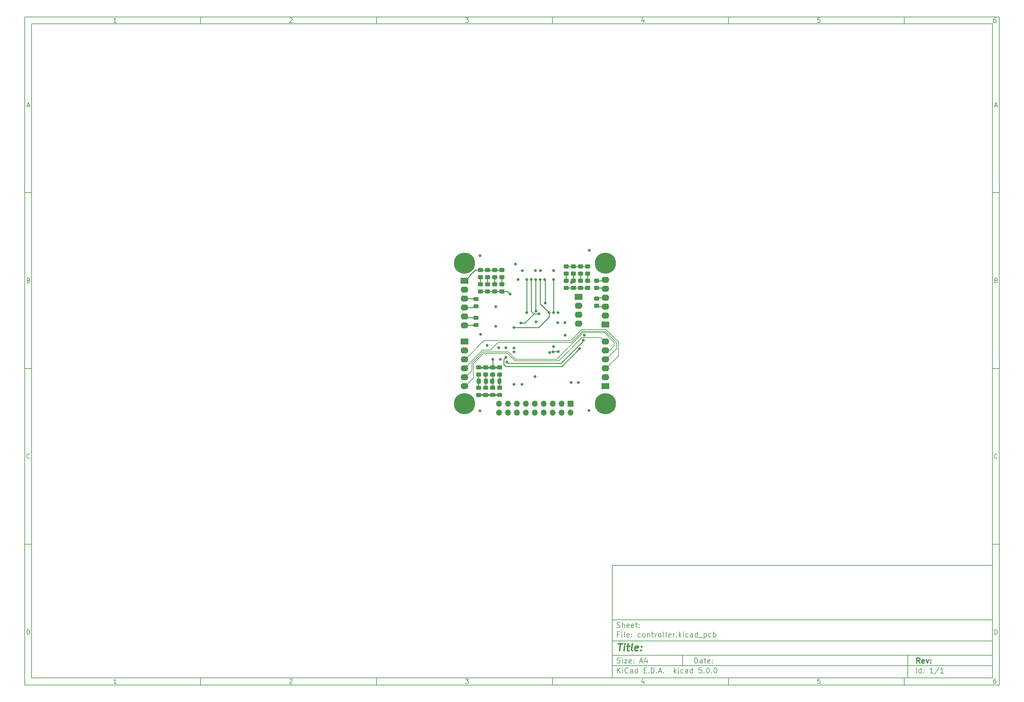
<source format=gbl>
G04 #@! TF.GenerationSoftware,KiCad,Pcbnew,5.0.0*
G04 #@! TF.CreationDate,2018-10-21T13:39:10+10:00*
G04 #@! TF.ProjectId,controller,636F6E74726F6C6C65722E6B69636164,rev?*
G04 #@! TF.SameCoordinates,Original*
G04 #@! TF.FileFunction,Copper,L4,Bot,Signal*
G04 #@! TF.FilePolarity,Positive*
%FSLAX46Y46*%
G04 Gerber Fmt 4.6, Leading zero omitted, Abs format (unit mm)*
G04 Created by KiCad (PCBNEW 5.0.0) date Sun Oct 21 13:39:10 2018*
%MOMM*%
%LPD*%
G01*
G04 APERTURE LIST*
%ADD10C,0.100000*%
%ADD11C,0.150000*%
%ADD12C,0.300000*%
%ADD13C,0.400000*%
G04 #@! TA.AperFunction,Conductor*
%ADD14C,0.100000*%
G04 #@! TD*
G04 #@! TA.AperFunction,SMDPad,CuDef*
%ADD15C,1.150000*%
G04 #@! TD*
G04 #@! TA.AperFunction,ComponentPad*
%ADD16R,2.200000X1.740000*%
G04 #@! TD*
G04 #@! TA.AperFunction,ComponentPad*
%ADD17O,2.200000X1.740000*%
G04 #@! TD*
G04 #@! TA.AperFunction,ComponentPad*
%ADD18R,1.700000X1.700000*%
G04 #@! TD*
G04 #@! TA.AperFunction,ComponentPad*
%ADD19O,1.700000X1.700000*%
G04 #@! TD*
G04 #@! TA.AperFunction,ComponentPad*
%ADD20C,0.800000*%
G04 #@! TD*
G04 #@! TA.AperFunction,ComponentPad*
%ADD21C,6.000000*%
G04 #@! TD*
G04 #@! TA.AperFunction,ViaPad*
%ADD22C,0.800000*%
G04 #@! TD*
G04 #@! TA.AperFunction,Conductor*
%ADD23C,0.250000*%
G04 #@! TD*
G04 #@! TA.AperFunction,Conductor*
%ADD24C,0.200000*%
G04 #@! TD*
G04 #@! TA.AperFunction,Conductor*
%ADD25C,0.254000*%
G04 #@! TD*
G04 APERTURE END LIST*
D10*
D11*
X177002200Y-166007200D02*
X177002200Y-198007200D01*
X285002200Y-198007200D01*
X285002200Y-166007200D01*
X177002200Y-166007200D01*
D10*
D11*
X10000000Y-10000000D02*
X10000000Y-200007200D01*
X287002200Y-200007200D01*
X287002200Y-10000000D01*
X10000000Y-10000000D01*
D10*
D11*
X12000000Y-12000000D02*
X12000000Y-198007200D01*
X285002200Y-198007200D01*
X285002200Y-12000000D01*
X12000000Y-12000000D01*
D10*
D11*
X60000000Y-12000000D02*
X60000000Y-10000000D01*
D10*
D11*
X110000000Y-12000000D02*
X110000000Y-10000000D01*
D10*
D11*
X160000000Y-12000000D02*
X160000000Y-10000000D01*
D10*
D11*
X210000000Y-12000000D02*
X210000000Y-10000000D01*
D10*
D11*
X260000000Y-12000000D02*
X260000000Y-10000000D01*
D10*
D11*
X36065476Y-11588095D02*
X35322619Y-11588095D01*
X35694047Y-11588095D02*
X35694047Y-10288095D01*
X35570238Y-10473809D01*
X35446428Y-10597619D01*
X35322619Y-10659523D01*
D10*
D11*
X85322619Y-10411904D02*
X85384523Y-10350000D01*
X85508333Y-10288095D01*
X85817857Y-10288095D01*
X85941666Y-10350000D01*
X86003571Y-10411904D01*
X86065476Y-10535714D01*
X86065476Y-10659523D01*
X86003571Y-10845238D01*
X85260714Y-11588095D01*
X86065476Y-11588095D01*
D10*
D11*
X135260714Y-10288095D02*
X136065476Y-10288095D01*
X135632142Y-10783333D01*
X135817857Y-10783333D01*
X135941666Y-10845238D01*
X136003571Y-10907142D01*
X136065476Y-11030952D01*
X136065476Y-11340476D01*
X136003571Y-11464285D01*
X135941666Y-11526190D01*
X135817857Y-11588095D01*
X135446428Y-11588095D01*
X135322619Y-11526190D01*
X135260714Y-11464285D01*
D10*
D11*
X185941666Y-10721428D02*
X185941666Y-11588095D01*
X185632142Y-10226190D02*
X185322619Y-11154761D01*
X186127380Y-11154761D01*
D10*
D11*
X236003571Y-10288095D02*
X235384523Y-10288095D01*
X235322619Y-10907142D01*
X235384523Y-10845238D01*
X235508333Y-10783333D01*
X235817857Y-10783333D01*
X235941666Y-10845238D01*
X236003571Y-10907142D01*
X236065476Y-11030952D01*
X236065476Y-11340476D01*
X236003571Y-11464285D01*
X235941666Y-11526190D01*
X235817857Y-11588095D01*
X235508333Y-11588095D01*
X235384523Y-11526190D01*
X235322619Y-11464285D01*
D10*
D11*
X285941666Y-10288095D02*
X285694047Y-10288095D01*
X285570238Y-10350000D01*
X285508333Y-10411904D01*
X285384523Y-10597619D01*
X285322619Y-10845238D01*
X285322619Y-11340476D01*
X285384523Y-11464285D01*
X285446428Y-11526190D01*
X285570238Y-11588095D01*
X285817857Y-11588095D01*
X285941666Y-11526190D01*
X286003571Y-11464285D01*
X286065476Y-11340476D01*
X286065476Y-11030952D01*
X286003571Y-10907142D01*
X285941666Y-10845238D01*
X285817857Y-10783333D01*
X285570238Y-10783333D01*
X285446428Y-10845238D01*
X285384523Y-10907142D01*
X285322619Y-11030952D01*
D10*
D11*
X60000000Y-198007200D02*
X60000000Y-200007200D01*
D10*
D11*
X110000000Y-198007200D02*
X110000000Y-200007200D01*
D10*
D11*
X160000000Y-198007200D02*
X160000000Y-200007200D01*
D10*
D11*
X210000000Y-198007200D02*
X210000000Y-200007200D01*
D10*
D11*
X260000000Y-198007200D02*
X260000000Y-200007200D01*
D10*
D11*
X36065476Y-199595295D02*
X35322619Y-199595295D01*
X35694047Y-199595295D02*
X35694047Y-198295295D01*
X35570238Y-198481009D01*
X35446428Y-198604819D01*
X35322619Y-198666723D01*
D10*
D11*
X85322619Y-198419104D02*
X85384523Y-198357200D01*
X85508333Y-198295295D01*
X85817857Y-198295295D01*
X85941666Y-198357200D01*
X86003571Y-198419104D01*
X86065476Y-198542914D01*
X86065476Y-198666723D01*
X86003571Y-198852438D01*
X85260714Y-199595295D01*
X86065476Y-199595295D01*
D10*
D11*
X135260714Y-198295295D02*
X136065476Y-198295295D01*
X135632142Y-198790533D01*
X135817857Y-198790533D01*
X135941666Y-198852438D01*
X136003571Y-198914342D01*
X136065476Y-199038152D01*
X136065476Y-199347676D01*
X136003571Y-199471485D01*
X135941666Y-199533390D01*
X135817857Y-199595295D01*
X135446428Y-199595295D01*
X135322619Y-199533390D01*
X135260714Y-199471485D01*
D10*
D11*
X185941666Y-198728628D02*
X185941666Y-199595295D01*
X185632142Y-198233390D02*
X185322619Y-199161961D01*
X186127380Y-199161961D01*
D10*
D11*
X236003571Y-198295295D02*
X235384523Y-198295295D01*
X235322619Y-198914342D01*
X235384523Y-198852438D01*
X235508333Y-198790533D01*
X235817857Y-198790533D01*
X235941666Y-198852438D01*
X236003571Y-198914342D01*
X236065476Y-199038152D01*
X236065476Y-199347676D01*
X236003571Y-199471485D01*
X235941666Y-199533390D01*
X235817857Y-199595295D01*
X235508333Y-199595295D01*
X235384523Y-199533390D01*
X235322619Y-199471485D01*
D10*
D11*
X285941666Y-198295295D02*
X285694047Y-198295295D01*
X285570238Y-198357200D01*
X285508333Y-198419104D01*
X285384523Y-198604819D01*
X285322619Y-198852438D01*
X285322619Y-199347676D01*
X285384523Y-199471485D01*
X285446428Y-199533390D01*
X285570238Y-199595295D01*
X285817857Y-199595295D01*
X285941666Y-199533390D01*
X286003571Y-199471485D01*
X286065476Y-199347676D01*
X286065476Y-199038152D01*
X286003571Y-198914342D01*
X285941666Y-198852438D01*
X285817857Y-198790533D01*
X285570238Y-198790533D01*
X285446428Y-198852438D01*
X285384523Y-198914342D01*
X285322619Y-199038152D01*
D10*
D11*
X10000000Y-60000000D02*
X12000000Y-60000000D01*
D10*
D11*
X10000000Y-110000000D02*
X12000000Y-110000000D01*
D10*
D11*
X10000000Y-160000000D02*
X12000000Y-160000000D01*
D10*
D11*
X10690476Y-35216666D02*
X11309523Y-35216666D01*
X10566666Y-35588095D02*
X11000000Y-34288095D01*
X11433333Y-35588095D01*
D10*
D11*
X11092857Y-84907142D02*
X11278571Y-84969047D01*
X11340476Y-85030952D01*
X11402380Y-85154761D01*
X11402380Y-85340476D01*
X11340476Y-85464285D01*
X11278571Y-85526190D01*
X11154761Y-85588095D01*
X10659523Y-85588095D01*
X10659523Y-84288095D01*
X11092857Y-84288095D01*
X11216666Y-84350000D01*
X11278571Y-84411904D01*
X11340476Y-84535714D01*
X11340476Y-84659523D01*
X11278571Y-84783333D01*
X11216666Y-84845238D01*
X11092857Y-84907142D01*
X10659523Y-84907142D01*
D10*
D11*
X11402380Y-135464285D02*
X11340476Y-135526190D01*
X11154761Y-135588095D01*
X11030952Y-135588095D01*
X10845238Y-135526190D01*
X10721428Y-135402380D01*
X10659523Y-135278571D01*
X10597619Y-135030952D01*
X10597619Y-134845238D01*
X10659523Y-134597619D01*
X10721428Y-134473809D01*
X10845238Y-134350000D01*
X11030952Y-134288095D01*
X11154761Y-134288095D01*
X11340476Y-134350000D01*
X11402380Y-134411904D01*
D10*
D11*
X10659523Y-185588095D02*
X10659523Y-184288095D01*
X10969047Y-184288095D01*
X11154761Y-184350000D01*
X11278571Y-184473809D01*
X11340476Y-184597619D01*
X11402380Y-184845238D01*
X11402380Y-185030952D01*
X11340476Y-185278571D01*
X11278571Y-185402380D01*
X11154761Y-185526190D01*
X10969047Y-185588095D01*
X10659523Y-185588095D01*
D10*
D11*
X287002200Y-60000000D02*
X285002200Y-60000000D01*
D10*
D11*
X287002200Y-110000000D02*
X285002200Y-110000000D01*
D10*
D11*
X287002200Y-160000000D02*
X285002200Y-160000000D01*
D10*
D11*
X285692676Y-35216666D02*
X286311723Y-35216666D01*
X285568866Y-35588095D02*
X286002200Y-34288095D01*
X286435533Y-35588095D01*
D10*
D11*
X286095057Y-84907142D02*
X286280771Y-84969047D01*
X286342676Y-85030952D01*
X286404580Y-85154761D01*
X286404580Y-85340476D01*
X286342676Y-85464285D01*
X286280771Y-85526190D01*
X286156961Y-85588095D01*
X285661723Y-85588095D01*
X285661723Y-84288095D01*
X286095057Y-84288095D01*
X286218866Y-84350000D01*
X286280771Y-84411904D01*
X286342676Y-84535714D01*
X286342676Y-84659523D01*
X286280771Y-84783333D01*
X286218866Y-84845238D01*
X286095057Y-84907142D01*
X285661723Y-84907142D01*
D10*
D11*
X286404580Y-135464285D02*
X286342676Y-135526190D01*
X286156961Y-135588095D01*
X286033152Y-135588095D01*
X285847438Y-135526190D01*
X285723628Y-135402380D01*
X285661723Y-135278571D01*
X285599819Y-135030952D01*
X285599819Y-134845238D01*
X285661723Y-134597619D01*
X285723628Y-134473809D01*
X285847438Y-134350000D01*
X286033152Y-134288095D01*
X286156961Y-134288095D01*
X286342676Y-134350000D01*
X286404580Y-134411904D01*
D10*
D11*
X285661723Y-185588095D02*
X285661723Y-184288095D01*
X285971247Y-184288095D01*
X286156961Y-184350000D01*
X286280771Y-184473809D01*
X286342676Y-184597619D01*
X286404580Y-184845238D01*
X286404580Y-185030952D01*
X286342676Y-185278571D01*
X286280771Y-185402380D01*
X286156961Y-185526190D01*
X285971247Y-185588095D01*
X285661723Y-185588095D01*
D10*
D11*
X200434342Y-193785771D02*
X200434342Y-192285771D01*
X200791485Y-192285771D01*
X201005771Y-192357200D01*
X201148628Y-192500057D01*
X201220057Y-192642914D01*
X201291485Y-192928628D01*
X201291485Y-193142914D01*
X201220057Y-193428628D01*
X201148628Y-193571485D01*
X201005771Y-193714342D01*
X200791485Y-193785771D01*
X200434342Y-193785771D01*
X202577200Y-193785771D02*
X202577200Y-193000057D01*
X202505771Y-192857200D01*
X202362914Y-192785771D01*
X202077200Y-192785771D01*
X201934342Y-192857200D01*
X202577200Y-193714342D02*
X202434342Y-193785771D01*
X202077200Y-193785771D01*
X201934342Y-193714342D01*
X201862914Y-193571485D01*
X201862914Y-193428628D01*
X201934342Y-193285771D01*
X202077200Y-193214342D01*
X202434342Y-193214342D01*
X202577200Y-193142914D01*
X203077200Y-192785771D02*
X203648628Y-192785771D01*
X203291485Y-192285771D02*
X203291485Y-193571485D01*
X203362914Y-193714342D01*
X203505771Y-193785771D01*
X203648628Y-193785771D01*
X204720057Y-193714342D02*
X204577200Y-193785771D01*
X204291485Y-193785771D01*
X204148628Y-193714342D01*
X204077200Y-193571485D01*
X204077200Y-193000057D01*
X204148628Y-192857200D01*
X204291485Y-192785771D01*
X204577200Y-192785771D01*
X204720057Y-192857200D01*
X204791485Y-193000057D01*
X204791485Y-193142914D01*
X204077200Y-193285771D01*
X205434342Y-193642914D02*
X205505771Y-193714342D01*
X205434342Y-193785771D01*
X205362914Y-193714342D01*
X205434342Y-193642914D01*
X205434342Y-193785771D01*
X205434342Y-192857200D02*
X205505771Y-192928628D01*
X205434342Y-193000057D01*
X205362914Y-192928628D01*
X205434342Y-192857200D01*
X205434342Y-193000057D01*
D10*
D11*
X177002200Y-194507200D02*
X285002200Y-194507200D01*
D10*
D11*
X178434342Y-196585771D02*
X178434342Y-195085771D01*
X179291485Y-196585771D02*
X178648628Y-195728628D01*
X179291485Y-195085771D02*
X178434342Y-195942914D01*
X179934342Y-196585771D02*
X179934342Y-195585771D01*
X179934342Y-195085771D02*
X179862914Y-195157200D01*
X179934342Y-195228628D01*
X180005771Y-195157200D01*
X179934342Y-195085771D01*
X179934342Y-195228628D01*
X181505771Y-196442914D02*
X181434342Y-196514342D01*
X181220057Y-196585771D01*
X181077200Y-196585771D01*
X180862914Y-196514342D01*
X180720057Y-196371485D01*
X180648628Y-196228628D01*
X180577200Y-195942914D01*
X180577200Y-195728628D01*
X180648628Y-195442914D01*
X180720057Y-195300057D01*
X180862914Y-195157200D01*
X181077200Y-195085771D01*
X181220057Y-195085771D01*
X181434342Y-195157200D01*
X181505771Y-195228628D01*
X182791485Y-196585771D02*
X182791485Y-195800057D01*
X182720057Y-195657200D01*
X182577200Y-195585771D01*
X182291485Y-195585771D01*
X182148628Y-195657200D01*
X182791485Y-196514342D02*
X182648628Y-196585771D01*
X182291485Y-196585771D01*
X182148628Y-196514342D01*
X182077200Y-196371485D01*
X182077200Y-196228628D01*
X182148628Y-196085771D01*
X182291485Y-196014342D01*
X182648628Y-196014342D01*
X182791485Y-195942914D01*
X184148628Y-196585771D02*
X184148628Y-195085771D01*
X184148628Y-196514342D02*
X184005771Y-196585771D01*
X183720057Y-196585771D01*
X183577200Y-196514342D01*
X183505771Y-196442914D01*
X183434342Y-196300057D01*
X183434342Y-195871485D01*
X183505771Y-195728628D01*
X183577200Y-195657200D01*
X183720057Y-195585771D01*
X184005771Y-195585771D01*
X184148628Y-195657200D01*
X186005771Y-195800057D02*
X186505771Y-195800057D01*
X186720057Y-196585771D02*
X186005771Y-196585771D01*
X186005771Y-195085771D01*
X186720057Y-195085771D01*
X187362914Y-196442914D02*
X187434342Y-196514342D01*
X187362914Y-196585771D01*
X187291485Y-196514342D01*
X187362914Y-196442914D01*
X187362914Y-196585771D01*
X188077200Y-196585771D02*
X188077200Y-195085771D01*
X188434342Y-195085771D01*
X188648628Y-195157200D01*
X188791485Y-195300057D01*
X188862914Y-195442914D01*
X188934342Y-195728628D01*
X188934342Y-195942914D01*
X188862914Y-196228628D01*
X188791485Y-196371485D01*
X188648628Y-196514342D01*
X188434342Y-196585771D01*
X188077200Y-196585771D01*
X189577200Y-196442914D02*
X189648628Y-196514342D01*
X189577200Y-196585771D01*
X189505771Y-196514342D01*
X189577200Y-196442914D01*
X189577200Y-196585771D01*
X190220057Y-196157200D02*
X190934342Y-196157200D01*
X190077200Y-196585771D02*
X190577200Y-195085771D01*
X191077200Y-196585771D01*
X191577200Y-196442914D02*
X191648628Y-196514342D01*
X191577200Y-196585771D01*
X191505771Y-196514342D01*
X191577200Y-196442914D01*
X191577200Y-196585771D01*
X194577200Y-196585771D02*
X194577200Y-195085771D01*
X194720057Y-196014342D02*
X195148628Y-196585771D01*
X195148628Y-195585771D02*
X194577200Y-196157200D01*
X195791485Y-196585771D02*
X195791485Y-195585771D01*
X195791485Y-195085771D02*
X195720057Y-195157200D01*
X195791485Y-195228628D01*
X195862914Y-195157200D01*
X195791485Y-195085771D01*
X195791485Y-195228628D01*
X197148628Y-196514342D02*
X197005771Y-196585771D01*
X196720057Y-196585771D01*
X196577200Y-196514342D01*
X196505771Y-196442914D01*
X196434342Y-196300057D01*
X196434342Y-195871485D01*
X196505771Y-195728628D01*
X196577200Y-195657200D01*
X196720057Y-195585771D01*
X197005771Y-195585771D01*
X197148628Y-195657200D01*
X198434342Y-196585771D02*
X198434342Y-195800057D01*
X198362914Y-195657200D01*
X198220057Y-195585771D01*
X197934342Y-195585771D01*
X197791485Y-195657200D01*
X198434342Y-196514342D02*
X198291485Y-196585771D01*
X197934342Y-196585771D01*
X197791485Y-196514342D01*
X197720057Y-196371485D01*
X197720057Y-196228628D01*
X197791485Y-196085771D01*
X197934342Y-196014342D01*
X198291485Y-196014342D01*
X198434342Y-195942914D01*
X199791485Y-196585771D02*
X199791485Y-195085771D01*
X199791485Y-196514342D02*
X199648628Y-196585771D01*
X199362914Y-196585771D01*
X199220057Y-196514342D01*
X199148628Y-196442914D01*
X199077200Y-196300057D01*
X199077200Y-195871485D01*
X199148628Y-195728628D01*
X199220057Y-195657200D01*
X199362914Y-195585771D01*
X199648628Y-195585771D01*
X199791485Y-195657200D01*
X202362914Y-195085771D02*
X201648628Y-195085771D01*
X201577200Y-195800057D01*
X201648628Y-195728628D01*
X201791485Y-195657200D01*
X202148628Y-195657200D01*
X202291485Y-195728628D01*
X202362914Y-195800057D01*
X202434342Y-195942914D01*
X202434342Y-196300057D01*
X202362914Y-196442914D01*
X202291485Y-196514342D01*
X202148628Y-196585771D01*
X201791485Y-196585771D01*
X201648628Y-196514342D01*
X201577200Y-196442914D01*
X203077200Y-196442914D02*
X203148628Y-196514342D01*
X203077200Y-196585771D01*
X203005771Y-196514342D01*
X203077200Y-196442914D01*
X203077200Y-196585771D01*
X204077200Y-195085771D02*
X204220057Y-195085771D01*
X204362914Y-195157200D01*
X204434342Y-195228628D01*
X204505771Y-195371485D01*
X204577200Y-195657200D01*
X204577200Y-196014342D01*
X204505771Y-196300057D01*
X204434342Y-196442914D01*
X204362914Y-196514342D01*
X204220057Y-196585771D01*
X204077200Y-196585771D01*
X203934342Y-196514342D01*
X203862914Y-196442914D01*
X203791485Y-196300057D01*
X203720057Y-196014342D01*
X203720057Y-195657200D01*
X203791485Y-195371485D01*
X203862914Y-195228628D01*
X203934342Y-195157200D01*
X204077200Y-195085771D01*
X205220057Y-196442914D02*
X205291485Y-196514342D01*
X205220057Y-196585771D01*
X205148628Y-196514342D01*
X205220057Y-196442914D01*
X205220057Y-196585771D01*
X206220057Y-195085771D02*
X206362914Y-195085771D01*
X206505771Y-195157200D01*
X206577200Y-195228628D01*
X206648628Y-195371485D01*
X206720057Y-195657200D01*
X206720057Y-196014342D01*
X206648628Y-196300057D01*
X206577200Y-196442914D01*
X206505771Y-196514342D01*
X206362914Y-196585771D01*
X206220057Y-196585771D01*
X206077200Y-196514342D01*
X206005771Y-196442914D01*
X205934342Y-196300057D01*
X205862914Y-196014342D01*
X205862914Y-195657200D01*
X205934342Y-195371485D01*
X206005771Y-195228628D01*
X206077200Y-195157200D01*
X206220057Y-195085771D01*
D10*
D11*
X177002200Y-191507200D02*
X285002200Y-191507200D01*
D10*
D12*
X264411485Y-193785771D02*
X263911485Y-193071485D01*
X263554342Y-193785771D02*
X263554342Y-192285771D01*
X264125771Y-192285771D01*
X264268628Y-192357200D01*
X264340057Y-192428628D01*
X264411485Y-192571485D01*
X264411485Y-192785771D01*
X264340057Y-192928628D01*
X264268628Y-193000057D01*
X264125771Y-193071485D01*
X263554342Y-193071485D01*
X265625771Y-193714342D02*
X265482914Y-193785771D01*
X265197200Y-193785771D01*
X265054342Y-193714342D01*
X264982914Y-193571485D01*
X264982914Y-193000057D01*
X265054342Y-192857200D01*
X265197200Y-192785771D01*
X265482914Y-192785771D01*
X265625771Y-192857200D01*
X265697200Y-193000057D01*
X265697200Y-193142914D01*
X264982914Y-193285771D01*
X266197200Y-192785771D02*
X266554342Y-193785771D01*
X266911485Y-192785771D01*
X267482914Y-193642914D02*
X267554342Y-193714342D01*
X267482914Y-193785771D01*
X267411485Y-193714342D01*
X267482914Y-193642914D01*
X267482914Y-193785771D01*
X267482914Y-192857200D02*
X267554342Y-192928628D01*
X267482914Y-193000057D01*
X267411485Y-192928628D01*
X267482914Y-192857200D01*
X267482914Y-193000057D01*
D10*
D11*
X178362914Y-193714342D02*
X178577200Y-193785771D01*
X178934342Y-193785771D01*
X179077200Y-193714342D01*
X179148628Y-193642914D01*
X179220057Y-193500057D01*
X179220057Y-193357200D01*
X179148628Y-193214342D01*
X179077200Y-193142914D01*
X178934342Y-193071485D01*
X178648628Y-193000057D01*
X178505771Y-192928628D01*
X178434342Y-192857200D01*
X178362914Y-192714342D01*
X178362914Y-192571485D01*
X178434342Y-192428628D01*
X178505771Y-192357200D01*
X178648628Y-192285771D01*
X179005771Y-192285771D01*
X179220057Y-192357200D01*
X179862914Y-193785771D02*
X179862914Y-192785771D01*
X179862914Y-192285771D02*
X179791485Y-192357200D01*
X179862914Y-192428628D01*
X179934342Y-192357200D01*
X179862914Y-192285771D01*
X179862914Y-192428628D01*
X180434342Y-192785771D02*
X181220057Y-192785771D01*
X180434342Y-193785771D01*
X181220057Y-193785771D01*
X182362914Y-193714342D02*
X182220057Y-193785771D01*
X181934342Y-193785771D01*
X181791485Y-193714342D01*
X181720057Y-193571485D01*
X181720057Y-193000057D01*
X181791485Y-192857200D01*
X181934342Y-192785771D01*
X182220057Y-192785771D01*
X182362914Y-192857200D01*
X182434342Y-193000057D01*
X182434342Y-193142914D01*
X181720057Y-193285771D01*
X183077200Y-193642914D02*
X183148628Y-193714342D01*
X183077200Y-193785771D01*
X183005771Y-193714342D01*
X183077200Y-193642914D01*
X183077200Y-193785771D01*
X183077200Y-192857200D02*
X183148628Y-192928628D01*
X183077200Y-193000057D01*
X183005771Y-192928628D01*
X183077200Y-192857200D01*
X183077200Y-193000057D01*
X184862914Y-193357200D02*
X185577200Y-193357200D01*
X184720057Y-193785771D02*
X185220057Y-192285771D01*
X185720057Y-193785771D01*
X186862914Y-192785771D02*
X186862914Y-193785771D01*
X186505771Y-192214342D02*
X186148628Y-193285771D01*
X187077200Y-193285771D01*
D10*
D11*
X263434342Y-196585771D02*
X263434342Y-195085771D01*
X264791485Y-196585771D02*
X264791485Y-195085771D01*
X264791485Y-196514342D02*
X264648628Y-196585771D01*
X264362914Y-196585771D01*
X264220057Y-196514342D01*
X264148628Y-196442914D01*
X264077200Y-196300057D01*
X264077200Y-195871485D01*
X264148628Y-195728628D01*
X264220057Y-195657200D01*
X264362914Y-195585771D01*
X264648628Y-195585771D01*
X264791485Y-195657200D01*
X265505771Y-196442914D02*
X265577200Y-196514342D01*
X265505771Y-196585771D01*
X265434342Y-196514342D01*
X265505771Y-196442914D01*
X265505771Y-196585771D01*
X265505771Y-195657200D02*
X265577200Y-195728628D01*
X265505771Y-195800057D01*
X265434342Y-195728628D01*
X265505771Y-195657200D01*
X265505771Y-195800057D01*
X268148628Y-196585771D02*
X267291485Y-196585771D01*
X267720057Y-196585771D02*
X267720057Y-195085771D01*
X267577200Y-195300057D01*
X267434342Y-195442914D01*
X267291485Y-195514342D01*
X269862914Y-195014342D02*
X268577200Y-196942914D01*
X271148628Y-196585771D02*
X270291485Y-196585771D01*
X270720057Y-196585771D02*
X270720057Y-195085771D01*
X270577200Y-195300057D01*
X270434342Y-195442914D01*
X270291485Y-195514342D01*
D10*
D11*
X177002200Y-187507200D02*
X285002200Y-187507200D01*
D10*
D13*
X178714580Y-188211961D02*
X179857438Y-188211961D01*
X179036009Y-190211961D02*
X179286009Y-188211961D01*
X180274104Y-190211961D02*
X180440771Y-188878628D01*
X180524104Y-188211961D02*
X180416961Y-188307200D01*
X180500295Y-188402438D01*
X180607438Y-188307200D01*
X180524104Y-188211961D01*
X180500295Y-188402438D01*
X181107438Y-188878628D02*
X181869342Y-188878628D01*
X181476485Y-188211961D02*
X181262200Y-189926247D01*
X181333628Y-190116723D01*
X181512200Y-190211961D01*
X181702676Y-190211961D01*
X182655057Y-190211961D02*
X182476485Y-190116723D01*
X182405057Y-189926247D01*
X182619342Y-188211961D01*
X184190771Y-190116723D02*
X183988390Y-190211961D01*
X183607438Y-190211961D01*
X183428866Y-190116723D01*
X183357438Y-189926247D01*
X183452676Y-189164342D01*
X183571723Y-188973866D01*
X183774104Y-188878628D01*
X184155057Y-188878628D01*
X184333628Y-188973866D01*
X184405057Y-189164342D01*
X184381247Y-189354819D01*
X183405057Y-189545295D01*
X185155057Y-190021485D02*
X185238390Y-190116723D01*
X185131247Y-190211961D01*
X185047914Y-190116723D01*
X185155057Y-190021485D01*
X185131247Y-190211961D01*
X185286009Y-188973866D02*
X185369342Y-189069104D01*
X185262200Y-189164342D01*
X185178866Y-189069104D01*
X185286009Y-188973866D01*
X185262200Y-189164342D01*
D10*
D11*
X178934342Y-185600057D02*
X178434342Y-185600057D01*
X178434342Y-186385771D02*
X178434342Y-184885771D01*
X179148628Y-184885771D01*
X179720057Y-186385771D02*
X179720057Y-185385771D01*
X179720057Y-184885771D02*
X179648628Y-184957200D01*
X179720057Y-185028628D01*
X179791485Y-184957200D01*
X179720057Y-184885771D01*
X179720057Y-185028628D01*
X180648628Y-186385771D02*
X180505771Y-186314342D01*
X180434342Y-186171485D01*
X180434342Y-184885771D01*
X181791485Y-186314342D02*
X181648628Y-186385771D01*
X181362914Y-186385771D01*
X181220057Y-186314342D01*
X181148628Y-186171485D01*
X181148628Y-185600057D01*
X181220057Y-185457200D01*
X181362914Y-185385771D01*
X181648628Y-185385771D01*
X181791485Y-185457200D01*
X181862914Y-185600057D01*
X181862914Y-185742914D01*
X181148628Y-185885771D01*
X182505771Y-186242914D02*
X182577200Y-186314342D01*
X182505771Y-186385771D01*
X182434342Y-186314342D01*
X182505771Y-186242914D01*
X182505771Y-186385771D01*
X182505771Y-185457200D02*
X182577200Y-185528628D01*
X182505771Y-185600057D01*
X182434342Y-185528628D01*
X182505771Y-185457200D01*
X182505771Y-185600057D01*
X185005771Y-186314342D02*
X184862914Y-186385771D01*
X184577200Y-186385771D01*
X184434342Y-186314342D01*
X184362914Y-186242914D01*
X184291485Y-186100057D01*
X184291485Y-185671485D01*
X184362914Y-185528628D01*
X184434342Y-185457200D01*
X184577200Y-185385771D01*
X184862914Y-185385771D01*
X185005771Y-185457200D01*
X185862914Y-186385771D02*
X185720057Y-186314342D01*
X185648628Y-186242914D01*
X185577200Y-186100057D01*
X185577200Y-185671485D01*
X185648628Y-185528628D01*
X185720057Y-185457200D01*
X185862914Y-185385771D01*
X186077200Y-185385771D01*
X186220057Y-185457200D01*
X186291485Y-185528628D01*
X186362914Y-185671485D01*
X186362914Y-186100057D01*
X186291485Y-186242914D01*
X186220057Y-186314342D01*
X186077200Y-186385771D01*
X185862914Y-186385771D01*
X187005771Y-185385771D02*
X187005771Y-186385771D01*
X187005771Y-185528628D02*
X187077200Y-185457200D01*
X187220057Y-185385771D01*
X187434342Y-185385771D01*
X187577200Y-185457200D01*
X187648628Y-185600057D01*
X187648628Y-186385771D01*
X188148628Y-185385771D02*
X188720057Y-185385771D01*
X188362914Y-184885771D02*
X188362914Y-186171485D01*
X188434342Y-186314342D01*
X188577200Y-186385771D01*
X188720057Y-186385771D01*
X189220057Y-186385771D02*
X189220057Y-185385771D01*
X189220057Y-185671485D02*
X189291485Y-185528628D01*
X189362914Y-185457200D01*
X189505771Y-185385771D01*
X189648628Y-185385771D01*
X190362914Y-186385771D02*
X190220057Y-186314342D01*
X190148628Y-186242914D01*
X190077200Y-186100057D01*
X190077200Y-185671485D01*
X190148628Y-185528628D01*
X190220057Y-185457200D01*
X190362914Y-185385771D01*
X190577200Y-185385771D01*
X190720057Y-185457200D01*
X190791485Y-185528628D01*
X190862914Y-185671485D01*
X190862914Y-186100057D01*
X190791485Y-186242914D01*
X190720057Y-186314342D01*
X190577200Y-186385771D01*
X190362914Y-186385771D01*
X191720057Y-186385771D02*
X191577200Y-186314342D01*
X191505771Y-186171485D01*
X191505771Y-184885771D01*
X192505771Y-186385771D02*
X192362914Y-186314342D01*
X192291485Y-186171485D01*
X192291485Y-184885771D01*
X193648628Y-186314342D02*
X193505771Y-186385771D01*
X193220057Y-186385771D01*
X193077200Y-186314342D01*
X193005771Y-186171485D01*
X193005771Y-185600057D01*
X193077200Y-185457200D01*
X193220057Y-185385771D01*
X193505771Y-185385771D01*
X193648628Y-185457200D01*
X193720057Y-185600057D01*
X193720057Y-185742914D01*
X193005771Y-185885771D01*
X194362914Y-186385771D02*
X194362914Y-185385771D01*
X194362914Y-185671485D02*
X194434342Y-185528628D01*
X194505771Y-185457200D01*
X194648628Y-185385771D01*
X194791485Y-185385771D01*
X195291485Y-186242914D02*
X195362914Y-186314342D01*
X195291485Y-186385771D01*
X195220057Y-186314342D01*
X195291485Y-186242914D01*
X195291485Y-186385771D01*
X196005771Y-186385771D02*
X196005771Y-184885771D01*
X196148628Y-185814342D02*
X196577200Y-186385771D01*
X196577200Y-185385771D02*
X196005771Y-185957200D01*
X197220057Y-186385771D02*
X197220057Y-185385771D01*
X197220057Y-184885771D02*
X197148628Y-184957200D01*
X197220057Y-185028628D01*
X197291485Y-184957200D01*
X197220057Y-184885771D01*
X197220057Y-185028628D01*
X198577200Y-186314342D02*
X198434342Y-186385771D01*
X198148628Y-186385771D01*
X198005771Y-186314342D01*
X197934342Y-186242914D01*
X197862914Y-186100057D01*
X197862914Y-185671485D01*
X197934342Y-185528628D01*
X198005771Y-185457200D01*
X198148628Y-185385771D01*
X198434342Y-185385771D01*
X198577200Y-185457200D01*
X199862914Y-186385771D02*
X199862914Y-185600057D01*
X199791485Y-185457200D01*
X199648628Y-185385771D01*
X199362914Y-185385771D01*
X199220057Y-185457200D01*
X199862914Y-186314342D02*
X199720057Y-186385771D01*
X199362914Y-186385771D01*
X199220057Y-186314342D01*
X199148628Y-186171485D01*
X199148628Y-186028628D01*
X199220057Y-185885771D01*
X199362914Y-185814342D01*
X199720057Y-185814342D01*
X199862914Y-185742914D01*
X201220057Y-186385771D02*
X201220057Y-184885771D01*
X201220057Y-186314342D02*
X201077200Y-186385771D01*
X200791485Y-186385771D01*
X200648628Y-186314342D01*
X200577200Y-186242914D01*
X200505771Y-186100057D01*
X200505771Y-185671485D01*
X200577200Y-185528628D01*
X200648628Y-185457200D01*
X200791485Y-185385771D01*
X201077200Y-185385771D01*
X201220057Y-185457200D01*
X201577200Y-186528628D02*
X202720057Y-186528628D01*
X203077200Y-185385771D02*
X203077200Y-186885771D01*
X203077200Y-185457200D02*
X203220057Y-185385771D01*
X203505771Y-185385771D01*
X203648628Y-185457200D01*
X203720057Y-185528628D01*
X203791485Y-185671485D01*
X203791485Y-186100057D01*
X203720057Y-186242914D01*
X203648628Y-186314342D01*
X203505771Y-186385771D01*
X203220057Y-186385771D01*
X203077200Y-186314342D01*
X205077200Y-186314342D02*
X204934342Y-186385771D01*
X204648628Y-186385771D01*
X204505771Y-186314342D01*
X204434342Y-186242914D01*
X204362914Y-186100057D01*
X204362914Y-185671485D01*
X204434342Y-185528628D01*
X204505771Y-185457200D01*
X204648628Y-185385771D01*
X204934342Y-185385771D01*
X205077200Y-185457200D01*
X205720057Y-186385771D02*
X205720057Y-184885771D01*
X205720057Y-185457200D02*
X205862914Y-185385771D01*
X206148628Y-185385771D01*
X206291485Y-185457200D01*
X206362914Y-185528628D01*
X206434342Y-185671485D01*
X206434342Y-186100057D01*
X206362914Y-186242914D01*
X206291485Y-186314342D01*
X206148628Y-186385771D01*
X205862914Y-186385771D01*
X205720057Y-186314342D01*
D10*
D11*
X177002200Y-181507200D02*
X285002200Y-181507200D01*
D10*
D11*
X178362914Y-183614342D02*
X178577200Y-183685771D01*
X178934342Y-183685771D01*
X179077200Y-183614342D01*
X179148628Y-183542914D01*
X179220057Y-183400057D01*
X179220057Y-183257200D01*
X179148628Y-183114342D01*
X179077200Y-183042914D01*
X178934342Y-182971485D01*
X178648628Y-182900057D01*
X178505771Y-182828628D01*
X178434342Y-182757200D01*
X178362914Y-182614342D01*
X178362914Y-182471485D01*
X178434342Y-182328628D01*
X178505771Y-182257200D01*
X178648628Y-182185771D01*
X179005771Y-182185771D01*
X179220057Y-182257200D01*
X179862914Y-183685771D02*
X179862914Y-182185771D01*
X180505771Y-183685771D02*
X180505771Y-182900057D01*
X180434342Y-182757200D01*
X180291485Y-182685771D01*
X180077200Y-182685771D01*
X179934342Y-182757200D01*
X179862914Y-182828628D01*
X181791485Y-183614342D02*
X181648628Y-183685771D01*
X181362914Y-183685771D01*
X181220057Y-183614342D01*
X181148628Y-183471485D01*
X181148628Y-182900057D01*
X181220057Y-182757200D01*
X181362914Y-182685771D01*
X181648628Y-182685771D01*
X181791485Y-182757200D01*
X181862914Y-182900057D01*
X181862914Y-183042914D01*
X181148628Y-183185771D01*
X183077200Y-183614342D02*
X182934342Y-183685771D01*
X182648628Y-183685771D01*
X182505771Y-183614342D01*
X182434342Y-183471485D01*
X182434342Y-182900057D01*
X182505771Y-182757200D01*
X182648628Y-182685771D01*
X182934342Y-182685771D01*
X183077200Y-182757200D01*
X183148628Y-182900057D01*
X183148628Y-183042914D01*
X182434342Y-183185771D01*
X183577200Y-182685771D02*
X184148628Y-182685771D01*
X183791485Y-182185771D02*
X183791485Y-183471485D01*
X183862914Y-183614342D01*
X184005771Y-183685771D01*
X184148628Y-183685771D01*
X184648628Y-183542914D02*
X184720057Y-183614342D01*
X184648628Y-183685771D01*
X184577200Y-183614342D01*
X184648628Y-183542914D01*
X184648628Y-183685771D01*
X184648628Y-182757200D02*
X184720057Y-182828628D01*
X184648628Y-182900057D01*
X184577200Y-182828628D01*
X184648628Y-182757200D01*
X184648628Y-182900057D01*
D10*
D11*
X197002200Y-191507200D02*
X197002200Y-194507200D01*
D10*
D11*
X261002200Y-191507200D02*
X261002200Y-198007200D01*
D14*
G04 #@! TO.N,/BUCK_HI+*
G04 #@! TO.C,R18*
G36*
X138724505Y-89661204D02*
X138748773Y-89664804D01*
X138772572Y-89670765D01*
X138795671Y-89679030D01*
X138817850Y-89689520D01*
X138838893Y-89702132D01*
X138858599Y-89716747D01*
X138876777Y-89733223D01*
X138893253Y-89751401D01*
X138907868Y-89771107D01*
X138920480Y-89792150D01*
X138930970Y-89814329D01*
X138939235Y-89837428D01*
X138945196Y-89861227D01*
X138948796Y-89885495D01*
X138950000Y-89909999D01*
X138950000Y-90560001D01*
X138948796Y-90584505D01*
X138945196Y-90608773D01*
X138939235Y-90632572D01*
X138930970Y-90655671D01*
X138920480Y-90677850D01*
X138907868Y-90698893D01*
X138893253Y-90718599D01*
X138876777Y-90736777D01*
X138858599Y-90753253D01*
X138838893Y-90767868D01*
X138817850Y-90780480D01*
X138795671Y-90790970D01*
X138772572Y-90799235D01*
X138748773Y-90805196D01*
X138724505Y-90808796D01*
X138700001Y-90810000D01*
X137799999Y-90810000D01*
X137775495Y-90808796D01*
X137751227Y-90805196D01*
X137727428Y-90799235D01*
X137704329Y-90790970D01*
X137682150Y-90780480D01*
X137661107Y-90767868D01*
X137641401Y-90753253D01*
X137623223Y-90736777D01*
X137606747Y-90718599D01*
X137592132Y-90698893D01*
X137579520Y-90677850D01*
X137569030Y-90655671D01*
X137560765Y-90632572D01*
X137554804Y-90608773D01*
X137551204Y-90584505D01*
X137550000Y-90560001D01*
X137550000Y-89909999D01*
X137551204Y-89885495D01*
X137554804Y-89861227D01*
X137560765Y-89837428D01*
X137569030Y-89814329D01*
X137579520Y-89792150D01*
X137592132Y-89771107D01*
X137606747Y-89751401D01*
X137623223Y-89733223D01*
X137641401Y-89716747D01*
X137661107Y-89702132D01*
X137682150Y-89689520D01*
X137704329Y-89679030D01*
X137727428Y-89670765D01*
X137751227Y-89664804D01*
X137775495Y-89661204D01*
X137799999Y-89660000D01*
X138700001Y-89660000D01*
X138724505Y-89661204D01*
X138724505Y-89661204D01*
G37*
D15*
G04 #@! TD*
G04 #@! TO.P,R18,2*
G04 #@! TO.N,/BUCK_HI+*
X138250000Y-90235000D03*
D14*
G04 #@! TO.N,/BUCK_HI-*
G04 #@! TO.C,R18*
G36*
X138724505Y-91711204D02*
X138748773Y-91714804D01*
X138772572Y-91720765D01*
X138795671Y-91729030D01*
X138817850Y-91739520D01*
X138838893Y-91752132D01*
X138858599Y-91766747D01*
X138876777Y-91783223D01*
X138893253Y-91801401D01*
X138907868Y-91821107D01*
X138920480Y-91842150D01*
X138930970Y-91864329D01*
X138939235Y-91887428D01*
X138945196Y-91911227D01*
X138948796Y-91935495D01*
X138950000Y-91959999D01*
X138950000Y-92610001D01*
X138948796Y-92634505D01*
X138945196Y-92658773D01*
X138939235Y-92682572D01*
X138930970Y-92705671D01*
X138920480Y-92727850D01*
X138907868Y-92748893D01*
X138893253Y-92768599D01*
X138876777Y-92786777D01*
X138858599Y-92803253D01*
X138838893Y-92817868D01*
X138817850Y-92830480D01*
X138795671Y-92840970D01*
X138772572Y-92849235D01*
X138748773Y-92855196D01*
X138724505Y-92858796D01*
X138700001Y-92860000D01*
X137799999Y-92860000D01*
X137775495Y-92858796D01*
X137751227Y-92855196D01*
X137727428Y-92849235D01*
X137704329Y-92840970D01*
X137682150Y-92830480D01*
X137661107Y-92817868D01*
X137641401Y-92803253D01*
X137623223Y-92786777D01*
X137606747Y-92768599D01*
X137592132Y-92748893D01*
X137579520Y-92727850D01*
X137569030Y-92705671D01*
X137560765Y-92682572D01*
X137554804Y-92658773D01*
X137551204Y-92634505D01*
X137550000Y-92610001D01*
X137550000Y-91959999D01*
X137551204Y-91935495D01*
X137554804Y-91911227D01*
X137560765Y-91887428D01*
X137569030Y-91864329D01*
X137579520Y-91842150D01*
X137592132Y-91821107D01*
X137606747Y-91801401D01*
X137623223Y-91783223D01*
X137641401Y-91766747D01*
X137661107Y-91752132D01*
X137682150Y-91739520D01*
X137704329Y-91729030D01*
X137727428Y-91720765D01*
X137751227Y-91714804D01*
X137775495Y-91711204D01*
X137799999Y-91710000D01*
X138700001Y-91710000D01*
X138724505Y-91711204D01*
X138724505Y-91711204D01*
G37*
D15*
G04 #@! TD*
G04 #@! TO.P,R18,1*
G04 #@! TO.N,/BUCK_HI-*
X138250000Y-92285000D03*
D14*
G04 #@! TO.N,/BUCK_LO+*
G04 #@! TO.C,R19*
G36*
X138724505Y-94986204D02*
X138748773Y-94989804D01*
X138772572Y-94995765D01*
X138795671Y-95004030D01*
X138817850Y-95014520D01*
X138838893Y-95027132D01*
X138858599Y-95041747D01*
X138876777Y-95058223D01*
X138893253Y-95076401D01*
X138907868Y-95096107D01*
X138920480Y-95117150D01*
X138930970Y-95139329D01*
X138939235Y-95162428D01*
X138945196Y-95186227D01*
X138948796Y-95210495D01*
X138950000Y-95234999D01*
X138950000Y-95885001D01*
X138948796Y-95909505D01*
X138945196Y-95933773D01*
X138939235Y-95957572D01*
X138930970Y-95980671D01*
X138920480Y-96002850D01*
X138907868Y-96023893D01*
X138893253Y-96043599D01*
X138876777Y-96061777D01*
X138858599Y-96078253D01*
X138838893Y-96092868D01*
X138817850Y-96105480D01*
X138795671Y-96115970D01*
X138772572Y-96124235D01*
X138748773Y-96130196D01*
X138724505Y-96133796D01*
X138700001Y-96135000D01*
X137799999Y-96135000D01*
X137775495Y-96133796D01*
X137751227Y-96130196D01*
X137727428Y-96124235D01*
X137704329Y-96115970D01*
X137682150Y-96105480D01*
X137661107Y-96092868D01*
X137641401Y-96078253D01*
X137623223Y-96061777D01*
X137606747Y-96043599D01*
X137592132Y-96023893D01*
X137579520Y-96002850D01*
X137569030Y-95980671D01*
X137560765Y-95957572D01*
X137554804Y-95933773D01*
X137551204Y-95909505D01*
X137550000Y-95885001D01*
X137550000Y-95234999D01*
X137551204Y-95210495D01*
X137554804Y-95186227D01*
X137560765Y-95162428D01*
X137569030Y-95139329D01*
X137579520Y-95117150D01*
X137592132Y-95096107D01*
X137606747Y-95076401D01*
X137623223Y-95058223D01*
X137641401Y-95041747D01*
X137661107Y-95027132D01*
X137682150Y-95014520D01*
X137704329Y-95004030D01*
X137727428Y-94995765D01*
X137751227Y-94989804D01*
X137775495Y-94986204D01*
X137799999Y-94985000D01*
X138700001Y-94985000D01*
X138724505Y-94986204D01*
X138724505Y-94986204D01*
G37*
D15*
G04 #@! TD*
G04 #@! TO.P,R19,1*
G04 #@! TO.N,/BUCK_LO+*
X138250000Y-95560000D03*
D14*
G04 #@! TO.N,/BUCK_LO-*
G04 #@! TO.C,R19*
G36*
X138724505Y-97036204D02*
X138748773Y-97039804D01*
X138772572Y-97045765D01*
X138795671Y-97054030D01*
X138817850Y-97064520D01*
X138838893Y-97077132D01*
X138858599Y-97091747D01*
X138876777Y-97108223D01*
X138893253Y-97126401D01*
X138907868Y-97146107D01*
X138920480Y-97167150D01*
X138930970Y-97189329D01*
X138939235Y-97212428D01*
X138945196Y-97236227D01*
X138948796Y-97260495D01*
X138950000Y-97284999D01*
X138950000Y-97935001D01*
X138948796Y-97959505D01*
X138945196Y-97983773D01*
X138939235Y-98007572D01*
X138930970Y-98030671D01*
X138920480Y-98052850D01*
X138907868Y-98073893D01*
X138893253Y-98093599D01*
X138876777Y-98111777D01*
X138858599Y-98128253D01*
X138838893Y-98142868D01*
X138817850Y-98155480D01*
X138795671Y-98165970D01*
X138772572Y-98174235D01*
X138748773Y-98180196D01*
X138724505Y-98183796D01*
X138700001Y-98185000D01*
X137799999Y-98185000D01*
X137775495Y-98183796D01*
X137751227Y-98180196D01*
X137727428Y-98174235D01*
X137704329Y-98165970D01*
X137682150Y-98155480D01*
X137661107Y-98142868D01*
X137641401Y-98128253D01*
X137623223Y-98111777D01*
X137606747Y-98093599D01*
X137592132Y-98073893D01*
X137579520Y-98052850D01*
X137569030Y-98030671D01*
X137560765Y-98007572D01*
X137554804Y-97983773D01*
X137551204Y-97959505D01*
X137550000Y-97935001D01*
X137550000Y-97284999D01*
X137551204Y-97260495D01*
X137554804Y-97236227D01*
X137560765Y-97212428D01*
X137569030Y-97189329D01*
X137579520Y-97167150D01*
X137592132Y-97146107D01*
X137606747Y-97126401D01*
X137623223Y-97108223D01*
X137641401Y-97091747D01*
X137661107Y-97077132D01*
X137682150Y-97064520D01*
X137704329Y-97054030D01*
X137727428Y-97045765D01*
X137751227Y-97039804D01*
X137775495Y-97036204D01*
X137799999Y-97035000D01*
X138700001Y-97035000D01*
X138724505Y-97036204D01*
X138724505Y-97036204D01*
G37*
D15*
G04 #@! TD*
G04 #@! TO.P,R19,2*
G04 #@! TO.N,/BUCK_LO-*
X138250000Y-97610000D03*
D14*
G04 #@! TO.N,GND*
G04 #@! TO.C,R23*
G36*
X139994505Y-87511204D02*
X140018773Y-87514804D01*
X140042572Y-87520765D01*
X140065671Y-87529030D01*
X140087850Y-87539520D01*
X140108893Y-87552132D01*
X140128599Y-87566747D01*
X140146777Y-87583223D01*
X140163253Y-87601401D01*
X140177868Y-87621107D01*
X140190480Y-87642150D01*
X140200970Y-87664329D01*
X140209235Y-87687428D01*
X140215196Y-87711227D01*
X140218796Y-87735495D01*
X140220000Y-87759999D01*
X140220000Y-88410001D01*
X140218796Y-88434505D01*
X140215196Y-88458773D01*
X140209235Y-88482572D01*
X140200970Y-88505671D01*
X140190480Y-88527850D01*
X140177868Y-88548893D01*
X140163253Y-88568599D01*
X140146777Y-88586777D01*
X140128599Y-88603253D01*
X140108893Y-88617868D01*
X140087850Y-88630480D01*
X140065671Y-88640970D01*
X140042572Y-88649235D01*
X140018773Y-88655196D01*
X139994505Y-88658796D01*
X139970001Y-88660000D01*
X139069999Y-88660000D01*
X139045495Y-88658796D01*
X139021227Y-88655196D01*
X138997428Y-88649235D01*
X138974329Y-88640970D01*
X138952150Y-88630480D01*
X138931107Y-88617868D01*
X138911401Y-88603253D01*
X138893223Y-88586777D01*
X138876747Y-88568599D01*
X138862132Y-88548893D01*
X138849520Y-88527850D01*
X138839030Y-88505671D01*
X138830765Y-88482572D01*
X138824804Y-88458773D01*
X138821204Y-88434505D01*
X138820000Y-88410001D01*
X138820000Y-87759999D01*
X138821204Y-87735495D01*
X138824804Y-87711227D01*
X138830765Y-87687428D01*
X138839030Y-87664329D01*
X138849520Y-87642150D01*
X138862132Y-87621107D01*
X138876747Y-87601401D01*
X138893223Y-87583223D01*
X138911401Y-87566747D01*
X138931107Y-87552132D01*
X138952150Y-87539520D01*
X138974329Y-87529030D01*
X138997428Y-87520765D01*
X139021227Y-87514804D01*
X139045495Y-87511204D01*
X139069999Y-87510000D01*
X139970001Y-87510000D01*
X139994505Y-87511204D01*
X139994505Y-87511204D01*
G37*
D15*
G04 #@! TD*
G04 #@! TO.P,R23,2*
G04 #@! TO.N,GND*
X139520000Y-88085000D03*
D14*
G04 #@! TO.N,/BUCK_HI+*
G04 #@! TO.C,R23*
G36*
X139994505Y-85461204D02*
X140018773Y-85464804D01*
X140042572Y-85470765D01*
X140065671Y-85479030D01*
X140087850Y-85489520D01*
X140108893Y-85502132D01*
X140128599Y-85516747D01*
X140146777Y-85533223D01*
X140163253Y-85551401D01*
X140177868Y-85571107D01*
X140190480Y-85592150D01*
X140200970Y-85614329D01*
X140209235Y-85637428D01*
X140215196Y-85661227D01*
X140218796Y-85685495D01*
X140220000Y-85709999D01*
X140220000Y-86360001D01*
X140218796Y-86384505D01*
X140215196Y-86408773D01*
X140209235Y-86432572D01*
X140200970Y-86455671D01*
X140190480Y-86477850D01*
X140177868Y-86498893D01*
X140163253Y-86518599D01*
X140146777Y-86536777D01*
X140128599Y-86553253D01*
X140108893Y-86567868D01*
X140087850Y-86580480D01*
X140065671Y-86590970D01*
X140042572Y-86599235D01*
X140018773Y-86605196D01*
X139994505Y-86608796D01*
X139970001Y-86610000D01*
X139069999Y-86610000D01*
X139045495Y-86608796D01*
X139021227Y-86605196D01*
X138997428Y-86599235D01*
X138974329Y-86590970D01*
X138952150Y-86580480D01*
X138931107Y-86567868D01*
X138911401Y-86553253D01*
X138893223Y-86536777D01*
X138876747Y-86518599D01*
X138862132Y-86498893D01*
X138849520Y-86477850D01*
X138839030Y-86455671D01*
X138830765Y-86432572D01*
X138824804Y-86408773D01*
X138821204Y-86384505D01*
X138820000Y-86360001D01*
X138820000Y-85709999D01*
X138821204Y-85685495D01*
X138824804Y-85661227D01*
X138830765Y-85637428D01*
X138839030Y-85614329D01*
X138849520Y-85592150D01*
X138862132Y-85571107D01*
X138876747Y-85551401D01*
X138893223Y-85533223D01*
X138911401Y-85516747D01*
X138931107Y-85502132D01*
X138952150Y-85489520D01*
X138974329Y-85479030D01*
X138997428Y-85470765D01*
X139021227Y-85464804D01*
X139045495Y-85461204D01*
X139069999Y-85460000D01*
X139970001Y-85460000D01*
X139994505Y-85461204D01*
X139994505Y-85461204D01*
G37*
D15*
G04 #@! TD*
G04 #@! TO.P,R23,1*
G04 #@! TO.N,/BUCK_HI+*
X139520000Y-86035000D03*
D14*
G04 #@! TO.N,VCC*
G04 #@! TO.C,R24*
G36*
X164378505Y-80381204D02*
X164402773Y-80384804D01*
X164426572Y-80390765D01*
X164449671Y-80399030D01*
X164471850Y-80409520D01*
X164492893Y-80422132D01*
X164512599Y-80436747D01*
X164530777Y-80453223D01*
X164547253Y-80471401D01*
X164561868Y-80491107D01*
X164574480Y-80512150D01*
X164584970Y-80534329D01*
X164593235Y-80557428D01*
X164599196Y-80581227D01*
X164602796Y-80605495D01*
X164604000Y-80629999D01*
X164604000Y-81280001D01*
X164602796Y-81304505D01*
X164599196Y-81328773D01*
X164593235Y-81352572D01*
X164584970Y-81375671D01*
X164574480Y-81397850D01*
X164561868Y-81418893D01*
X164547253Y-81438599D01*
X164530777Y-81456777D01*
X164512599Y-81473253D01*
X164492893Y-81487868D01*
X164471850Y-81500480D01*
X164449671Y-81510970D01*
X164426572Y-81519235D01*
X164402773Y-81525196D01*
X164378505Y-81528796D01*
X164354001Y-81530000D01*
X163453999Y-81530000D01*
X163429495Y-81528796D01*
X163405227Y-81525196D01*
X163381428Y-81519235D01*
X163358329Y-81510970D01*
X163336150Y-81500480D01*
X163315107Y-81487868D01*
X163295401Y-81473253D01*
X163277223Y-81456777D01*
X163260747Y-81438599D01*
X163246132Y-81418893D01*
X163233520Y-81397850D01*
X163223030Y-81375671D01*
X163214765Y-81352572D01*
X163208804Y-81328773D01*
X163205204Y-81304505D01*
X163204000Y-81280001D01*
X163204000Y-80629999D01*
X163205204Y-80605495D01*
X163208804Y-80581227D01*
X163214765Y-80557428D01*
X163223030Y-80534329D01*
X163233520Y-80512150D01*
X163246132Y-80491107D01*
X163260747Y-80471401D01*
X163277223Y-80453223D01*
X163295401Y-80436747D01*
X163315107Y-80422132D01*
X163336150Y-80409520D01*
X163358329Y-80399030D01*
X163381428Y-80390765D01*
X163405227Y-80384804D01*
X163429495Y-80381204D01*
X163453999Y-80380000D01*
X164354001Y-80380000D01*
X164378505Y-80381204D01*
X164378505Y-80381204D01*
G37*
D15*
G04 #@! TD*
G04 #@! TO.P,R24,1*
G04 #@! TO.N,VCC*
X163904000Y-80955000D03*
D14*
G04 #@! TO.N,/BOOST_HI+*
G04 #@! TO.C,R24*
G36*
X164378505Y-82431204D02*
X164402773Y-82434804D01*
X164426572Y-82440765D01*
X164449671Y-82449030D01*
X164471850Y-82459520D01*
X164492893Y-82472132D01*
X164512599Y-82486747D01*
X164530777Y-82503223D01*
X164547253Y-82521401D01*
X164561868Y-82541107D01*
X164574480Y-82562150D01*
X164584970Y-82584329D01*
X164593235Y-82607428D01*
X164599196Y-82631227D01*
X164602796Y-82655495D01*
X164604000Y-82679999D01*
X164604000Y-83330001D01*
X164602796Y-83354505D01*
X164599196Y-83378773D01*
X164593235Y-83402572D01*
X164584970Y-83425671D01*
X164574480Y-83447850D01*
X164561868Y-83468893D01*
X164547253Y-83488599D01*
X164530777Y-83506777D01*
X164512599Y-83523253D01*
X164492893Y-83537868D01*
X164471850Y-83550480D01*
X164449671Y-83560970D01*
X164426572Y-83569235D01*
X164402773Y-83575196D01*
X164378505Y-83578796D01*
X164354001Y-83580000D01*
X163453999Y-83580000D01*
X163429495Y-83578796D01*
X163405227Y-83575196D01*
X163381428Y-83569235D01*
X163358329Y-83560970D01*
X163336150Y-83550480D01*
X163315107Y-83537868D01*
X163295401Y-83523253D01*
X163277223Y-83506777D01*
X163260747Y-83488599D01*
X163246132Y-83468893D01*
X163233520Y-83447850D01*
X163223030Y-83425671D01*
X163214765Y-83402572D01*
X163208804Y-83378773D01*
X163205204Y-83354505D01*
X163204000Y-83330001D01*
X163204000Y-82679999D01*
X163205204Y-82655495D01*
X163208804Y-82631227D01*
X163214765Y-82607428D01*
X163223030Y-82584329D01*
X163233520Y-82562150D01*
X163246132Y-82541107D01*
X163260747Y-82521401D01*
X163277223Y-82503223D01*
X163295401Y-82486747D01*
X163315107Y-82472132D01*
X163336150Y-82459520D01*
X163358329Y-82449030D01*
X163381428Y-82440765D01*
X163405227Y-82434804D01*
X163429495Y-82431204D01*
X163453999Y-82430000D01*
X164354001Y-82430000D01*
X164378505Y-82431204D01*
X164378505Y-82431204D01*
G37*
D15*
G04 #@! TD*
G04 #@! TO.P,R24,2*
G04 #@! TO.N,/BOOST_HI+*
X163904000Y-83005000D03*
D14*
G04 #@! TO.N,GND*
G04 #@! TO.C,R25*
G36*
X164378505Y-86495204D02*
X164402773Y-86498804D01*
X164426572Y-86504765D01*
X164449671Y-86513030D01*
X164471850Y-86523520D01*
X164492893Y-86536132D01*
X164512599Y-86550747D01*
X164530777Y-86567223D01*
X164547253Y-86585401D01*
X164561868Y-86605107D01*
X164574480Y-86626150D01*
X164584970Y-86648329D01*
X164593235Y-86671428D01*
X164599196Y-86695227D01*
X164602796Y-86719495D01*
X164604000Y-86743999D01*
X164604000Y-87394001D01*
X164602796Y-87418505D01*
X164599196Y-87442773D01*
X164593235Y-87466572D01*
X164584970Y-87489671D01*
X164574480Y-87511850D01*
X164561868Y-87532893D01*
X164547253Y-87552599D01*
X164530777Y-87570777D01*
X164512599Y-87587253D01*
X164492893Y-87601868D01*
X164471850Y-87614480D01*
X164449671Y-87624970D01*
X164426572Y-87633235D01*
X164402773Y-87639196D01*
X164378505Y-87642796D01*
X164354001Y-87644000D01*
X163453999Y-87644000D01*
X163429495Y-87642796D01*
X163405227Y-87639196D01*
X163381428Y-87633235D01*
X163358329Y-87624970D01*
X163336150Y-87614480D01*
X163315107Y-87601868D01*
X163295401Y-87587253D01*
X163277223Y-87570777D01*
X163260747Y-87552599D01*
X163246132Y-87532893D01*
X163233520Y-87511850D01*
X163223030Y-87489671D01*
X163214765Y-87466572D01*
X163208804Y-87442773D01*
X163205204Y-87418505D01*
X163204000Y-87394001D01*
X163204000Y-86743999D01*
X163205204Y-86719495D01*
X163208804Y-86695227D01*
X163214765Y-86671428D01*
X163223030Y-86648329D01*
X163233520Y-86626150D01*
X163246132Y-86605107D01*
X163260747Y-86585401D01*
X163277223Y-86567223D01*
X163295401Y-86550747D01*
X163315107Y-86536132D01*
X163336150Y-86523520D01*
X163358329Y-86513030D01*
X163381428Y-86504765D01*
X163405227Y-86498804D01*
X163429495Y-86495204D01*
X163453999Y-86494000D01*
X164354001Y-86494000D01*
X164378505Y-86495204D01*
X164378505Y-86495204D01*
G37*
D15*
G04 #@! TD*
G04 #@! TO.P,R25,2*
G04 #@! TO.N,GND*
X163904000Y-87069000D03*
D14*
G04 #@! TO.N,/BOOST_HI+*
G04 #@! TO.C,R25*
G36*
X164378505Y-84445204D02*
X164402773Y-84448804D01*
X164426572Y-84454765D01*
X164449671Y-84463030D01*
X164471850Y-84473520D01*
X164492893Y-84486132D01*
X164512599Y-84500747D01*
X164530777Y-84517223D01*
X164547253Y-84535401D01*
X164561868Y-84555107D01*
X164574480Y-84576150D01*
X164584970Y-84598329D01*
X164593235Y-84621428D01*
X164599196Y-84645227D01*
X164602796Y-84669495D01*
X164604000Y-84693999D01*
X164604000Y-85344001D01*
X164602796Y-85368505D01*
X164599196Y-85392773D01*
X164593235Y-85416572D01*
X164584970Y-85439671D01*
X164574480Y-85461850D01*
X164561868Y-85482893D01*
X164547253Y-85502599D01*
X164530777Y-85520777D01*
X164512599Y-85537253D01*
X164492893Y-85551868D01*
X164471850Y-85564480D01*
X164449671Y-85574970D01*
X164426572Y-85583235D01*
X164402773Y-85589196D01*
X164378505Y-85592796D01*
X164354001Y-85594000D01*
X163453999Y-85594000D01*
X163429495Y-85592796D01*
X163405227Y-85589196D01*
X163381428Y-85583235D01*
X163358329Y-85574970D01*
X163336150Y-85564480D01*
X163315107Y-85551868D01*
X163295401Y-85537253D01*
X163277223Y-85520777D01*
X163260747Y-85502599D01*
X163246132Y-85482893D01*
X163233520Y-85461850D01*
X163223030Y-85439671D01*
X163214765Y-85416572D01*
X163208804Y-85392773D01*
X163205204Y-85368505D01*
X163204000Y-85344001D01*
X163204000Y-84693999D01*
X163205204Y-84669495D01*
X163208804Y-84645227D01*
X163214765Y-84621428D01*
X163223030Y-84598329D01*
X163233520Y-84576150D01*
X163246132Y-84555107D01*
X163260747Y-84535401D01*
X163277223Y-84517223D01*
X163295401Y-84500747D01*
X163315107Y-84486132D01*
X163336150Y-84473520D01*
X163358329Y-84463030D01*
X163381428Y-84454765D01*
X163405227Y-84448804D01*
X163429495Y-84445204D01*
X163453999Y-84444000D01*
X164354001Y-84444000D01*
X164378505Y-84445204D01*
X164378505Y-84445204D01*
G37*
D15*
G04 #@! TD*
G04 #@! TO.P,R25,1*
G04 #@! TO.N,/BOOST_HI+*
X163904000Y-85019000D03*
D14*
G04 #@! TO.N,VCC*
G04 #@! TO.C,R26*
G36*
X142026505Y-81397204D02*
X142050773Y-81400804D01*
X142074572Y-81406765D01*
X142097671Y-81415030D01*
X142119850Y-81425520D01*
X142140893Y-81438132D01*
X142160599Y-81452747D01*
X142178777Y-81469223D01*
X142195253Y-81487401D01*
X142209868Y-81507107D01*
X142222480Y-81528150D01*
X142232970Y-81550329D01*
X142241235Y-81573428D01*
X142247196Y-81597227D01*
X142250796Y-81621495D01*
X142252000Y-81645999D01*
X142252000Y-82296001D01*
X142250796Y-82320505D01*
X142247196Y-82344773D01*
X142241235Y-82368572D01*
X142232970Y-82391671D01*
X142222480Y-82413850D01*
X142209868Y-82434893D01*
X142195253Y-82454599D01*
X142178777Y-82472777D01*
X142160599Y-82489253D01*
X142140893Y-82503868D01*
X142119850Y-82516480D01*
X142097671Y-82526970D01*
X142074572Y-82535235D01*
X142050773Y-82541196D01*
X142026505Y-82544796D01*
X142002001Y-82546000D01*
X141101999Y-82546000D01*
X141077495Y-82544796D01*
X141053227Y-82541196D01*
X141029428Y-82535235D01*
X141006329Y-82526970D01*
X140984150Y-82516480D01*
X140963107Y-82503868D01*
X140943401Y-82489253D01*
X140925223Y-82472777D01*
X140908747Y-82454599D01*
X140894132Y-82434893D01*
X140881520Y-82413850D01*
X140871030Y-82391671D01*
X140862765Y-82368572D01*
X140856804Y-82344773D01*
X140853204Y-82320505D01*
X140852000Y-82296001D01*
X140852000Y-81645999D01*
X140853204Y-81621495D01*
X140856804Y-81597227D01*
X140862765Y-81573428D01*
X140871030Y-81550329D01*
X140881520Y-81528150D01*
X140894132Y-81507107D01*
X140908747Y-81487401D01*
X140925223Y-81469223D01*
X140943401Y-81452747D01*
X140963107Y-81438132D01*
X140984150Y-81425520D01*
X141006329Y-81415030D01*
X141029428Y-81406765D01*
X141053227Y-81400804D01*
X141077495Y-81397204D01*
X141101999Y-81396000D01*
X142002001Y-81396000D01*
X142026505Y-81397204D01*
X142026505Y-81397204D01*
G37*
D15*
G04 #@! TD*
G04 #@! TO.P,R26,1*
G04 #@! TO.N,VCC*
X141552000Y-81971000D03*
D14*
G04 #@! TO.N,/BUCK_HI-*
G04 #@! TO.C,R26*
G36*
X142026505Y-83447204D02*
X142050773Y-83450804D01*
X142074572Y-83456765D01*
X142097671Y-83465030D01*
X142119850Y-83475520D01*
X142140893Y-83488132D01*
X142160599Y-83502747D01*
X142178777Y-83519223D01*
X142195253Y-83537401D01*
X142209868Y-83557107D01*
X142222480Y-83578150D01*
X142232970Y-83600329D01*
X142241235Y-83623428D01*
X142247196Y-83647227D01*
X142250796Y-83671495D01*
X142252000Y-83695999D01*
X142252000Y-84346001D01*
X142250796Y-84370505D01*
X142247196Y-84394773D01*
X142241235Y-84418572D01*
X142232970Y-84441671D01*
X142222480Y-84463850D01*
X142209868Y-84484893D01*
X142195253Y-84504599D01*
X142178777Y-84522777D01*
X142160599Y-84539253D01*
X142140893Y-84553868D01*
X142119850Y-84566480D01*
X142097671Y-84576970D01*
X142074572Y-84585235D01*
X142050773Y-84591196D01*
X142026505Y-84594796D01*
X142002001Y-84596000D01*
X141101999Y-84596000D01*
X141077495Y-84594796D01*
X141053227Y-84591196D01*
X141029428Y-84585235D01*
X141006329Y-84576970D01*
X140984150Y-84566480D01*
X140963107Y-84553868D01*
X140943401Y-84539253D01*
X140925223Y-84522777D01*
X140908747Y-84504599D01*
X140894132Y-84484893D01*
X140881520Y-84463850D01*
X140871030Y-84441671D01*
X140862765Y-84418572D01*
X140856804Y-84394773D01*
X140853204Y-84370505D01*
X140852000Y-84346001D01*
X140852000Y-83695999D01*
X140853204Y-83671495D01*
X140856804Y-83647227D01*
X140862765Y-83623428D01*
X140871030Y-83600329D01*
X140881520Y-83578150D01*
X140894132Y-83557107D01*
X140908747Y-83537401D01*
X140925223Y-83519223D01*
X140943401Y-83502747D01*
X140963107Y-83488132D01*
X140984150Y-83475520D01*
X141006329Y-83465030D01*
X141029428Y-83456765D01*
X141053227Y-83450804D01*
X141077495Y-83447204D01*
X141101999Y-83446000D01*
X142002001Y-83446000D01*
X142026505Y-83447204D01*
X142026505Y-83447204D01*
G37*
D15*
G04 #@! TD*
G04 #@! TO.P,R26,2*
G04 #@! TO.N,/BUCK_HI-*
X141552000Y-84021000D03*
D14*
G04 #@! TO.N,GND*
G04 #@! TO.C,R27*
G36*
X142026505Y-87511204D02*
X142050773Y-87514804D01*
X142074572Y-87520765D01*
X142097671Y-87529030D01*
X142119850Y-87539520D01*
X142140893Y-87552132D01*
X142160599Y-87566747D01*
X142178777Y-87583223D01*
X142195253Y-87601401D01*
X142209868Y-87621107D01*
X142222480Y-87642150D01*
X142232970Y-87664329D01*
X142241235Y-87687428D01*
X142247196Y-87711227D01*
X142250796Y-87735495D01*
X142252000Y-87759999D01*
X142252000Y-88410001D01*
X142250796Y-88434505D01*
X142247196Y-88458773D01*
X142241235Y-88482572D01*
X142232970Y-88505671D01*
X142222480Y-88527850D01*
X142209868Y-88548893D01*
X142195253Y-88568599D01*
X142178777Y-88586777D01*
X142160599Y-88603253D01*
X142140893Y-88617868D01*
X142119850Y-88630480D01*
X142097671Y-88640970D01*
X142074572Y-88649235D01*
X142050773Y-88655196D01*
X142026505Y-88658796D01*
X142002001Y-88660000D01*
X141101999Y-88660000D01*
X141077495Y-88658796D01*
X141053227Y-88655196D01*
X141029428Y-88649235D01*
X141006329Y-88640970D01*
X140984150Y-88630480D01*
X140963107Y-88617868D01*
X140943401Y-88603253D01*
X140925223Y-88586777D01*
X140908747Y-88568599D01*
X140894132Y-88548893D01*
X140881520Y-88527850D01*
X140871030Y-88505671D01*
X140862765Y-88482572D01*
X140856804Y-88458773D01*
X140853204Y-88434505D01*
X140852000Y-88410001D01*
X140852000Y-87759999D01*
X140853204Y-87735495D01*
X140856804Y-87711227D01*
X140862765Y-87687428D01*
X140871030Y-87664329D01*
X140881520Y-87642150D01*
X140894132Y-87621107D01*
X140908747Y-87601401D01*
X140925223Y-87583223D01*
X140943401Y-87566747D01*
X140963107Y-87552132D01*
X140984150Y-87539520D01*
X141006329Y-87529030D01*
X141029428Y-87520765D01*
X141053227Y-87514804D01*
X141077495Y-87511204D01*
X141101999Y-87510000D01*
X142002001Y-87510000D01*
X142026505Y-87511204D01*
X142026505Y-87511204D01*
G37*
D15*
G04 #@! TD*
G04 #@! TO.P,R27,2*
G04 #@! TO.N,GND*
X141552000Y-88085000D03*
D14*
G04 #@! TO.N,/BUCK_HI-*
G04 #@! TO.C,R27*
G36*
X142026505Y-85461204D02*
X142050773Y-85464804D01*
X142074572Y-85470765D01*
X142097671Y-85479030D01*
X142119850Y-85489520D01*
X142140893Y-85502132D01*
X142160599Y-85516747D01*
X142178777Y-85533223D01*
X142195253Y-85551401D01*
X142209868Y-85571107D01*
X142222480Y-85592150D01*
X142232970Y-85614329D01*
X142241235Y-85637428D01*
X142247196Y-85661227D01*
X142250796Y-85685495D01*
X142252000Y-85709999D01*
X142252000Y-86360001D01*
X142250796Y-86384505D01*
X142247196Y-86408773D01*
X142241235Y-86432572D01*
X142232970Y-86455671D01*
X142222480Y-86477850D01*
X142209868Y-86498893D01*
X142195253Y-86518599D01*
X142178777Y-86536777D01*
X142160599Y-86553253D01*
X142140893Y-86567868D01*
X142119850Y-86580480D01*
X142097671Y-86590970D01*
X142074572Y-86599235D01*
X142050773Y-86605196D01*
X142026505Y-86608796D01*
X142002001Y-86610000D01*
X141101999Y-86610000D01*
X141077495Y-86608796D01*
X141053227Y-86605196D01*
X141029428Y-86599235D01*
X141006329Y-86590970D01*
X140984150Y-86580480D01*
X140963107Y-86567868D01*
X140943401Y-86553253D01*
X140925223Y-86536777D01*
X140908747Y-86518599D01*
X140894132Y-86498893D01*
X140881520Y-86477850D01*
X140871030Y-86455671D01*
X140862765Y-86432572D01*
X140856804Y-86408773D01*
X140853204Y-86384505D01*
X140852000Y-86360001D01*
X140852000Y-85709999D01*
X140853204Y-85685495D01*
X140856804Y-85661227D01*
X140862765Y-85637428D01*
X140871030Y-85614329D01*
X140881520Y-85592150D01*
X140894132Y-85571107D01*
X140908747Y-85551401D01*
X140925223Y-85533223D01*
X140943401Y-85516747D01*
X140963107Y-85502132D01*
X140984150Y-85489520D01*
X141006329Y-85479030D01*
X141029428Y-85470765D01*
X141053227Y-85464804D01*
X141077495Y-85461204D01*
X141101999Y-85460000D01*
X142002001Y-85460000D01*
X142026505Y-85461204D01*
X142026505Y-85461204D01*
G37*
D15*
G04 #@! TD*
G04 #@! TO.P,R27,1*
G04 #@! TO.N,/BUCK_HI-*
X141552000Y-86035000D03*
D14*
G04 #@! TO.N,VCC*
G04 #@! TO.C,R28*
G36*
X166410505Y-80381204D02*
X166434773Y-80384804D01*
X166458572Y-80390765D01*
X166481671Y-80399030D01*
X166503850Y-80409520D01*
X166524893Y-80422132D01*
X166544599Y-80436747D01*
X166562777Y-80453223D01*
X166579253Y-80471401D01*
X166593868Y-80491107D01*
X166606480Y-80512150D01*
X166616970Y-80534329D01*
X166625235Y-80557428D01*
X166631196Y-80581227D01*
X166634796Y-80605495D01*
X166636000Y-80629999D01*
X166636000Y-81280001D01*
X166634796Y-81304505D01*
X166631196Y-81328773D01*
X166625235Y-81352572D01*
X166616970Y-81375671D01*
X166606480Y-81397850D01*
X166593868Y-81418893D01*
X166579253Y-81438599D01*
X166562777Y-81456777D01*
X166544599Y-81473253D01*
X166524893Y-81487868D01*
X166503850Y-81500480D01*
X166481671Y-81510970D01*
X166458572Y-81519235D01*
X166434773Y-81525196D01*
X166410505Y-81528796D01*
X166386001Y-81530000D01*
X165485999Y-81530000D01*
X165461495Y-81528796D01*
X165437227Y-81525196D01*
X165413428Y-81519235D01*
X165390329Y-81510970D01*
X165368150Y-81500480D01*
X165347107Y-81487868D01*
X165327401Y-81473253D01*
X165309223Y-81456777D01*
X165292747Y-81438599D01*
X165278132Y-81418893D01*
X165265520Y-81397850D01*
X165255030Y-81375671D01*
X165246765Y-81352572D01*
X165240804Y-81328773D01*
X165237204Y-81304505D01*
X165236000Y-81280001D01*
X165236000Y-80629999D01*
X165237204Y-80605495D01*
X165240804Y-80581227D01*
X165246765Y-80557428D01*
X165255030Y-80534329D01*
X165265520Y-80512150D01*
X165278132Y-80491107D01*
X165292747Y-80471401D01*
X165309223Y-80453223D01*
X165327401Y-80436747D01*
X165347107Y-80422132D01*
X165368150Y-80409520D01*
X165390329Y-80399030D01*
X165413428Y-80390765D01*
X165437227Y-80384804D01*
X165461495Y-80381204D01*
X165485999Y-80380000D01*
X166386001Y-80380000D01*
X166410505Y-80381204D01*
X166410505Y-80381204D01*
G37*
D15*
G04 #@! TD*
G04 #@! TO.P,R28,1*
G04 #@! TO.N,VCC*
X165936000Y-80955000D03*
D14*
G04 #@! TO.N,/BOOST_HI-*
G04 #@! TO.C,R28*
G36*
X166410505Y-82431204D02*
X166434773Y-82434804D01*
X166458572Y-82440765D01*
X166481671Y-82449030D01*
X166503850Y-82459520D01*
X166524893Y-82472132D01*
X166544599Y-82486747D01*
X166562777Y-82503223D01*
X166579253Y-82521401D01*
X166593868Y-82541107D01*
X166606480Y-82562150D01*
X166616970Y-82584329D01*
X166625235Y-82607428D01*
X166631196Y-82631227D01*
X166634796Y-82655495D01*
X166636000Y-82679999D01*
X166636000Y-83330001D01*
X166634796Y-83354505D01*
X166631196Y-83378773D01*
X166625235Y-83402572D01*
X166616970Y-83425671D01*
X166606480Y-83447850D01*
X166593868Y-83468893D01*
X166579253Y-83488599D01*
X166562777Y-83506777D01*
X166544599Y-83523253D01*
X166524893Y-83537868D01*
X166503850Y-83550480D01*
X166481671Y-83560970D01*
X166458572Y-83569235D01*
X166434773Y-83575196D01*
X166410505Y-83578796D01*
X166386001Y-83580000D01*
X165485999Y-83580000D01*
X165461495Y-83578796D01*
X165437227Y-83575196D01*
X165413428Y-83569235D01*
X165390329Y-83560970D01*
X165368150Y-83550480D01*
X165347107Y-83537868D01*
X165327401Y-83523253D01*
X165309223Y-83506777D01*
X165292747Y-83488599D01*
X165278132Y-83468893D01*
X165265520Y-83447850D01*
X165255030Y-83425671D01*
X165246765Y-83402572D01*
X165240804Y-83378773D01*
X165237204Y-83354505D01*
X165236000Y-83330001D01*
X165236000Y-82679999D01*
X165237204Y-82655495D01*
X165240804Y-82631227D01*
X165246765Y-82607428D01*
X165255030Y-82584329D01*
X165265520Y-82562150D01*
X165278132Y-82541107D01*
X165292747Y-82521401D01*
X165309223Y-82503223D01*
X165327401Y-82486747D01*
X165347107Y-82472132D01*
X165368150Y-82459520D01*
X165390329Y-82449030D01*
X165413428Y-82440765D01*
X165437227Y-82434804D01*
X165461495Y-82431204D01*
X165485999Y-82430000D01*
X166386001Y-82430000D01*
X166410505Y-82431204D01*
X166410505Y-82431204D01*
G37*
D15*
G04 #@! TD*
G04 #@! TO.P,R28,2*
G04 #@! TO.N,/BOOST_HI-*
X165936000Y-83005000D03*
D14*
G04 #@! TO.N,GND*
G04 #@! TO.C,R29*
G36*
X166410505Y-86495204D02*
X166434773Y-86498804D01*
X166458572Y-86504765D01*
X166481671Y-86513030D01*
X166503850Y-86523520D01*
X166524893Y-86536132D01*
X166544599Y-86550747D01*
X166562777Y-86567223D01*
X166579253Y-86585401D01*
X166593868Y-86605107D01*
X166606480Y-86626150D01*
X166616970Y-86648329D01*
X166625235Y-86671428D01*
X166631196Y-86695227D01*
X166634796Y-86719495D01*
X166636000Y-86743999D01*
X166636000Y-87394001D01*
X166634796Y-87418505D01*
X166631196Y-87442773D01*
X166625235Y-87466572D01*
X166616970Y-87489671D01*
X166606480Y-87511850D01*
X166593868Y-87532893D01*
X166579253Y-87552599D01*
X166562777Y-87570777D01*
X166544599Y-87587253D01*
X166524893Y-87601868D01*
X166503850Y-87614480D01*
X166481671Y-87624970D01*
X166458572Y-87633235D01*
X166434773Y-87639196D01*
X166410505Y-87642796D01*
X166386001Y-87644000D01*
X165485999Y-87644000D01*
X165461495Y-87642796D01*
X165437227Y-87639196D01*
X165413428Y-87633235D01*
X165390329Y-87624970D01*
X165368150Y-87614480D01*
X165347107Y-87601868D01*
X165327401Y-87587253D01*
X165309223Y-87570777D01*
X165292747Y-87552599D01*
X165278132Y-87532893D01*
X165265520Y-87511850D01*
X165255030Y-87489671D01*
X165246765Y-87466572D01*
X165240804Y-87442773D01*
X165237204Y-87418505D01*
X165236000Y-87394001D01*
X165236000Y-86743999D01*
X165237204Y-86719495D01*
X165240804Y-86695227D01*
X165246765Y-86671428D01*
X165255030Y-86648329D01*
X165265520Y-86626150D01*
X165278132Y-86605107D01*
X165292747Y-86585401D01*
X165309223Y-86567223D01*
X165327401Y-86550747D01*
X165347107Y-86536132D01*
X165368150Y-86523520D01*
X165390329Y-86513030D01*
X165413428Y-86504765D01*
X165437227Y-86498804D01*
X165461495Y-86495204D01*
X165485999Y-86494000D01*
X166386001Y-86494000D01*
X166410505Y-86495204D01*
X166410505Y-86495204D01*
G37*
D15*
G04 #@! TD*
G04 #@! TO.P,R29,2*
G04 #@! TO.N,GND*
X165936000Y-87069000D03*
D14*
G04 #@! TO.N,/BOOST_HI-*
G04 #@! TO.C,R29*
G36*
X166410505Y-84445204D02*
X166434773Y-84448804D01*
X166458572Y-84454765D01*
X166481671Y-84463030D01*
X166503850Y-84473520D01*
X166524893Y-84486132D01*
X166544599Y-84500747D01*
X166562777Y-84517223D01*
X166579253Y-84535401D01*
X166593868Y-84555107D01*
X166606480Y-84576150D01*
X166616970Y-84598329D01*
X166625235Y-84621428D01*
X166631196Y-84645227D01*
X166634796Y-84669495D01*
X166636000Y-84693999D01*
X166636000Y-85344001D01*
X166634796Y-85368505D01*
X166631196Y-85392773D01*
X166625235Y-85416572D01*
X166616970Y-85439671D01*
X166606480Y-85461850D01*
X166593868Y-85482893D01*
X166579253Y-85502599D01*
X166562777Y-85520777D01*
X166544599Y-85537253D01*
X166524893Y-85551868D01*
X166503850Y-85564480D01*
X166481671Y-85574970D01*
X166458572Y-85583235D01*
X166434773Y-85589196D01*
X166410505Y-85592796D01*
X166386001Y-85594000D01*
X165485999Y-85594000D01*
X165461495Y-85592796D01*
X165437227Y-85589196D01*
X165413428Y-85583235D01*
X165390329Y-85574970D01*
X165368150Y-85564480D01*
X165347107Y-85551868D01*
X165327401Y-85537253D01*
X165309223Y-85520777D01*
X165292747Y-85502599D01*
X165278132Y-85482893D01*
X165265520Y-85461850D01*
X165255030Y-85439671D01*
X165246765Y-85416572D01*
X165240804Y-85392773D01*
X165237204Y-85368505D01*
X165236000Y-85344001D01*
X165236000Y-84693999D01*
X165237204Y-84669495D01*
X165240804Y-84645227D01*
X165246765Y-84621428D01*
X165255030Y-84598329D01*
X165265520Y-84576150D01*
X165278132Y-84555107D01*
X165292747Y-84535401D01*
X165309223Y-84517223D01*
X165327401Y-84500747D01*
X165347107Y-84486132D01*
X165368150Y-84473520D01*
X165390329Y-84463030D01*
X165413428Y-84454765D01*
X165437227Y-84448804D01*
X165461495Y-84445204D01*
X165485999Y-84444000D01*
X166386001Y-84444000D01*
X166410505Y-84445204D01*
X166410505Y-84445204D01*
G37*
D15*
G04 #@! TD*
G04 #@! TO.P,R29,1*
G04 #@! TO.N,/BOOST_HI-*
X165936000Y-85019000D03*
D14*
G04 #@! TO.N,VCC*
G04 #@! TO.C,R30*
G36*
X144058505Y-81397204D02*
X144082773Y-81400804D01*
X144106572Y-81406765D01*
X144129671Y-81415030D01*
X144151850Y-81425520D01*
X144172893Y-81438132D01*
X144192599Y-81452747D01*
X144210777Y-81469223D01*
X144227253Y-81487401D01*
X144241868Y-81507107D01*
X144254480Y-81528150D01*
X144264970Y-81550329D01*
X144273235Y-81573428D01*
X144279196Y-81597227D01*
X144282796Y-81621495D01*
X144284000Y-81645999D01*
X144284000Y-82296001D01*
X144282796Y-82320505D01*
X144279196Y-82344773D01*
X144273235Y-82368572D01*
X144264970Y-82391671D01*
X144254480Y-82413850D01*
X144241868Y-82434893D01*
X144227253Y-82454599D01*
X144210777Y-82472777D01*
X144192599Y-82489253D01*
X144172893Y-82503868D01*
X144151850Y-82516480D01*
X144129671Y-82526970D01*
X144106572Y-82535235D01*
X144082773Y-82541196D01*
X144058505Y-82544796D01*
X144034001Y-82546000D01*
X143133999Y-82546000D01*
X143109495Y-82544796D01*
X143085227Y-82541196D01*
X143061428Y-82535235D01*
X143038329Y-82526970D01*
X143016150Y-82516480D01*
X142995107Y-82503868D01*
X142975401Y-82489253D01*
X142957223Y-82472777D01*
X142940747Y-82454599D01*
X142926132Y-82434893D01*
X142913520Y-82413850D01*
X142903030Y-82391671D01*
X142894765Y-82368572D01*
X142888804Y-82344773D01*
X142885204Y-82320505D01*
X142884000Y-82296001D01*
X142884000Y-81645999D01*
X142885204Y-81621495D01*
X142888804Y-81597227D01*
X142894765Y-81573428D01*
X142903030Y-81550329D01*
X142913520Y-81528150D01*
X142926132Y-81507107D01*
X142940747Y-81487401D01*
X142957223Y-81469223D01*
X142975401Y-81452747D01*
X142995107Y-81438132D01*
X143016150Y-81425520D01*
X143038329Y-81415030D01*
X143061428Y-81406765D01*
X143085227Y-81400804D01*
X143109495Y-81397204D01*
X143133999Y-81396000D01*
X144034001Y-81396000D01*
X144058505Y-81397204D01*
X144058505Y-81397204D01*
G37*
D15*
G04 #@! TD*
G04 #@! TO.P,R30,1*
G04 #@! TO.N,VCC*
X143584000Y-81971000D03*
D14*
G04 #@! TO.N,/BUCK_LO+*
G04 #@! TO.C,R30*
G36*
X144058505Y-83447204D02*
X144082773Y-83450804D01*
X144106572Y-83456765D01*
X144129671Y-83465030D01*
X144151850Y-83475520D01*
X144172893Y-83488132D01*
X144192599Y-83502747D01*
X144210777Y-83519223D01*
X144227253Y-83537401D01*
X144241868Y-83557107D01*
X144254480Y-83578150D01*
X144264970Y-83600329D01*
X144273235Y-83623428D01*
X144279196Y-83647227D01*
X144282796Y-83671495D01*
X144284000Y-83695999D01*
X144284000Y-84346001D01*
X144282796Y-84370505D01*
X144279196Y-84394773D01*
X144273235Y-84418572D01*
X144264970Y-84441671D01*
X144254480Y-84463850D01*
X144241868Y-84484893D01*
X144227253Y-84504599D01*
X144210777Y-84522777D01*
X144192599Y-84539253D01*
X144172893Y-84553868D01*
X144151850Y-84566480D01*
X144129671Y-84576970D01*
X144106572Y-84585235D01*
X144082773Y-84591196D01*
X144058505Y-84594796D01*
X144034001Y-84596000D01*
X143133999Y-84596000D01*
X143109495Y-84594796D01*
X143085227Y-84591196D01*
X143061428Y-84585235D01*
X143038329Y-84576970D01*
X143016150Y-84566480D01*
X142995107Y-84553868D01*
X142975401Y-84539253D01*
X142957223Y-84522777D01*
X142940747Y-84504599D01*
X142926132Y-84484893D01*
X142913520Y-84463850D01*
X142903030Y-84441671D01*
X142894765Y-84418572D01*
X142888804Y-84394773D01*
X142885204Y-84370505D01*
X142884000Y-84346001D01*
X142884000Y-83695999D01*
X142885204Y-83671495D01*
X142888804Y-83647227D01*
X142894765Y-83623428D01*
X142903030Y-83600329D01*
X142913520Y-83578150D01*
X142926132Y-83557107D01*
X142940747Y-83537401D01*
X142957223Y-83519223D01*
X142975401Y-83502747D01*
X142995107Y-83488132D01*
X143016150Y-83475520D01*
X143038329Y-83465030D01*
X143061428Y-83456765D01*
X143085227Y-83450804D01*
X143109495Y-83447204D01*
X143133999Y-83446000D01*
X144034001Y-83446000D01*
X144058505Y-83447204D01*
X144058505Y-83447204D01*
G37*
D15*
G04 #@! TD*
G04 #@! TO.P,R30,2*
G04 #@! TO.N,/BUCK_LO+*
X143584000Y-84021000D03*
D14*
G04 #@! TO.N,/BOOST_LO+*
G04 #@! TO.C,R32*
G36*
X168442505Y-82431204D02*
X168466773Y-82434804D01*
X168490572Y-82440765D01*
X168513671Y-82449030D01*
X168535850Y-82459520D01*
X168556893Y-82472132D01*
X168576599Y-82486747D01*
X168594777Y-82503223D01*
X168611253Y-82521401D01*
X168625868Y-82541107D01*
X168638480Y-82562150D01*
X168648970Y-82584329D01*
X168657235Y-82607428D01*
X168663196Y-82631227D01*
X168666796Y-82655495D01*
X168668000Y-82679999D01*
X168668000Y-83330001D01*
X168666796Y-83354505D01*
X168663196Y-83378773D01*
X168657235Y-83402572D01*
X168648970Y-83425671D01*
X168638480Y-83447850D01*
X168625868Y-83468893D01*
X168611253Y-83488599D01*
X168594777Y-83506777D01*
X168576599Y-83523253D01*
X168556893Y-83537868D01*
X168535850Y-83550480D01*
X168513671Y-83560970D01*
X168490572Y-83569235D01*
X168466773Y-83575196D01*
X168442505Y-83578796D01*
X168418001Y-83580000D01*
X167517999Y-83580000D01*
X167493495Y-83578796D01*
X167469227Y-83575196D01*
X167445428Y-83569235D01*
X167422329Y-83560970D01*
X167400150Y-83550480D01*
X167379107Y-83537868D01*
X167359401Y-83523253D01*
X167341223Y-83506777D01*
X167324747Y-83488599D01*
X167310132Y-83468893D01*
X167297520Y-83447850D01*
X167287030Y-83425671D01*
X167278765Y-83402572D01*
X167272804Y-83378773D01*
X167269204Y-83354505D01*
X167268000Y-83330001D01*
X167268000Y-82679999D01*
X167269204Y-82655495D01*
X167272804Y-82631227D01*
X167278765Y-82607428D01*
X167287030Y-82584329D01*
X167297520Y-82562150D01*
X167310132Y-82541107D01*
X167324747Y-82521401D01*
X167341223Y-82503223D01*
X167359401Y-82486747D01*
X167379107Y-82472132D01*
X167400150Y-82459520D01*
X167422329Y-82449030D01*
X167445428Y-82440765D01*
X167469227Y-82434804D01*
X167493495Y-82431204D01*
X167517999Y-82430000D01*
X168418001Y-82430000D01*
X168442505Y-82431204D01*
X168442505Y-82431204D01*
G37*
D15*
G04 #@! TD*
G04 #@! TO.P,R32,2*
G04 #@! TO.N,/BOOST_LO+*
X167968000Y-83005000D03*
D14*
G04 #@! TO.N,VCC*
G04 #@! TO.C,R32*
G36*
X168442505Y-80381204D02*
X168466773Y-80384804D01*
X168490572Y-80390765D01*
X168513671Y-80399030D01*
X168535850Y-80409520D01*
X168556893Y-80422132D01*
X168576599Y-80436747D01*
X168594777Y-80453223D01*
X168611253Y-80471401D01*
X168625868Y-80491107D01*
X168638480Y-80512150D01*
X168648970Y-80534329D01*
X168657235Y-80557428D01*
X168663196Y-80581227D01*
X168666796Y-80605495D01*
X168668000Y-80629999D01*
X168668000Y-81280001D01*
X168666796Y-81304505D01*
X168663196Y-81328773D01*
X168657235Y-81352572D01*
X168648970Y-81375671D01*
X168638480Y-81397850D01*
X168625868Y-81418893D01*
X168611253Y-81438599D01*
X168594777Y-81456777D01*
X168576599Y-81473253D01*
X168556893Y-81487868D01*
X168535850Y-81500480D01*
X168513671Y-81510970D01*
X168490572Y-81519235D01*
X168466773Y-81525196D01*
X168442505Y-81528796D01*
X168418001Y-81530000D01*
X167517999Y-81530000D01*
X167493495Y-81528796D01*
X167469227Y-81525196D01*
X167445428Y-81519235D01*
X167422329Y-81510970D01*
X167400150Y-81500480D01*
X167379107Y-81487868D01*
X167359401Y-81473253D01*
X167341223Y-81456777D01*
X167324747Y-81438599D01*
X167310132Y-81418893D01*
X167297520Y-81397850D01*
X167287030Y-81375671D01*
X167278765Y-81352572D01*
X167272804Y-81328773D01*
X167269204Y-81304505D01*
X167268000Y-81280001D01*
X167268000Y-80629999D01*
X167269204Y-80605495D01*
X167272804Y-80581227D01*
X167278765Y-80557428D01*
X167287030Y-80534329D01*
X167297520Y-80512150D01*
X167310132Y-80491107D01*
X167324747Y-80471401D01*
X167341223Y-80453223D01*
X167359401Y-80436747D01*
X167379107Y-80422132D01*
X167400150Y-80409520D01*
X167422329Y-80399030D01*
X167445428Y-80390765D01*
X167469227Y-80384804D01*
X167493495Y-80381204D01*
X167517999Y-80380000D01*
X168418001Y-80380000D01*
X168442505Y-80381204D01*
X168442505Y-80381204D01*
G37*
D15*
G04 #@! TD*
G04 #@! TO.P,R32,1*
G04 #@! TO.N,VCC*
X167968000Y-80955000D03*
D14*
G04 #@! TO.N,/BOOST_LO+*
G04 #@! TO.C,R33*
G36*
X168442505Y-84445204D02*
X168466773Y-84448804D01*
X168490572Y-84454765D01*
X168513671Y-84463030D01*
X168535850Y-84473520D01*
X168556893Y-84486132D01*
X168576599Y-84500747D01*
X168594777Y-84517223D01*
X168611253Y-84535401D01*
X168625868Y-84555107D01*
X168638480Y-84576150D01*
X168648970Y-84598329D01*
X168657235Y-84621428D01*
X168663196Y-84645227D01*
X168666796Y-84669495D01*
X168668000Y-84693999D01*
X168668000Y-85344001D01*
X168666796Y-85368505D01*
X168663196Y-85392773D01*
X168657235Y-85416572D01*
X168648970Y-85439671D01*
X168638480Y-85461850D01*
X168625868Y-85482893D01*
X168611253Y-85502599D01*
X168594777Y-85520777D01*
X168576599Y-85537253D01*
X168556893Y-85551868D01*
X168535850Y-85564480D01*
X168513671Y-85574970D01*
X168490572Y-85583235D01*
X168466773Y-85589196D01*
X168442505Y-85592796D01*
X168418001Y-85594000D01*
X167517999Y-85594000D01*
X167493495Y-85592796D01*
X167469227Y-85589196D01*
X167445428Y-85583235D01*
X167422329Y-85574970D01*
X167400150Y-85564480D01*
X167379107Y-85551868D01*
X167359401Y-85537253D01*
X167341223Y-85520777D01*
X167324747Y-85502599D01*
X167310132Y-85482893D01*
X167297520Y-85461850D01*
X167287030Y-85439671D01*
X167278765Y-85416572D01*
X167272804Y-85392773D01*
X167269204Y-85368505D01*
X167268000Y-85344001D01*
X167268000Y-84693999D01*
X167269204Y-84669495D01*
X167272804Y-84645227D01*
X167278765Y-84621428D01*
X167287030Y-84598329D01*
X167297520Y-84576150D01*
X167310132Y-84555107D01*
X167324747Y-84535401D01*
X167341223Y-84517223D01*
X167359401Y-84500747D01*
X167379107Y-84486132D01*
X167400150Y-84473520D01*
X167422329Y-84463030D01*
X167445428Y-84454765D01*
X167469227Y-84448804D01*
X167493495Y-84445204D01*
X167517999Y-84444000D01*
X168418001Y-84444000D01*
X168442505Y-84445204D01*
X168442505Y-84445204D01*
G37*
D15*
G04 #@! TD*
G04 #@! TO.P,R33,1*
G04 #@! TO.N,/BOOST_LO+*
X167968000Y-85019000D03*
D14*
G04 #@! TO.N,GND*
G04 #@! TO.C,R33*
G36*
X168442505Y-86495204D02*
X168466773Y-86498804D01*
X168490572Y-86504765D01*
X168513671Y-86513030D01*
X168535850Y-86523520D01*
X168556893Y-86536132D01*
X168576599Y-86550747D01*
X168594777Y-86567223D01*
X168611253Y-86585401D01*
X168625868Y-86605107D01*
X168638480Y-86626150D01*
X168648970Y-86648329D01*
X168657235Y-86671428D01*
X168663196Y-86695227D01*
X168666796Y-86719495D01*
X168668000Y-86743999D01*
X168668000Y-87394001D01*
X168666796Y-87418505D01*
X168663196Y-87442773D01*
X168657235Y-87466572D01*
X168648970Y-87489671D01*
X168638480Y-87511850D01*
X168625868Y-87532893D01*
X168611253Y-87552599D01*
X168594777Y-87570777D01*
X168576599Y-87587253D01*
X168556893Y-87601868D01*
X168535850Y-87614480D01*
X168513671Y-87624970D01*
X168490572Y-87633235D01*
X168466773Y-87639196D01*
X168442505Y-87642796D01*
X168418001Y-87644000D01*
X167517999Y-87644000D01*
X167493495Y-87642796D01*
X167469227Y-87639196D01*
X167445428Y-87633235D01*
X167422329Y-87624970D01*
X167400150Y-87614480D01*
X167379107Y-87601868D01*
X167359401Y-87587253D01*
X167341223Y-87570777D01*
X167324747Y-87552599D01*
X167310132Y-87532893D01*
X167297520Y-87511850D01*
X167287030Y-87489671D01*
X167278765Y-87466572D01*
X167272804Y-87442773D01*
X167269204Y-87418505D01*
X167268000Y-87394001D01*
X167268000Y-86743999D01*
X167269204Y-86719495D01*
X167272804Y-86695227D01*
X167278765Y-86671428D01*
X167287030Y-86648329D01*
X167297520Y-86626150D01*
X167310132Y-86605107D01*
X167324747Y-86585401D01*
X167341223Y-86567223D01*
X167359401Y-86550747D01*
X167379107Y-86536132D01*
X167400150Y-86523520D01*
X167422329Y-86513030D01*
X167445428Y-86504765D01*
X167469227Y-86498804D01*
X167493495Y-86495204D01*
X167517999Y-86494000D01*
X168418001Y-86494000D01*
X168442505Y-86495204D01*
X168442505Y-86495204D01*
G37*
D15*
G04 #@! TD*
G04 #@! TO.P,R33,2*
G04 #@! TO.N,GND*
X167968000Y-87069000D03*
D14*
G04 #@! TO.N,/BUCK_LO-*
G04 #@! TO.C,R34*
G36*
X146090505Y-83447204D02*
X146114773Y-83450804D01*
X146138572Y-83456765D01*
X146161671Y-83465030D01*
X146183850Y-83475520D01*
X146204893Y-83488132D01*
X146224599Y-83502747D01*
X146242777Y-83519223D01*
X146259253Y-83537401D01*
X146273868Y-83557107D01*
X146286480Y-83578150D01*
X146296970Y-83600329D01*
X146305235Y-83623428D01*
X146311196Y-83647227D01*
X146314796Y-83671495D01*
X146316000Y-83695999D01*
X146316000Y-84346001D01*
X146314796Y-84370505D01*
X146311196Y-84394773D01*
X146305235Y-84418572D01*
X146296970Y-84441671D01*
X146286480Y-84463850D01*
X146273868Y-84484893D01*
X146259253Y-84504599D01*
X146242777Y-84522777D01*
X146224599Y-84539253D01*
X146204893Y-84553868D01*
X146183850Y-84566480D01*
X146161671Y-84576970D01*
X146138572Y-84585235D01*
X146114773Y-84591196D01*
X146090505Y-84594796D01*
X146066001Y-84596000D01*
X145165999Y-84596000D01*
X145141495Y-84594796D01*
X145117227Y-84591196D01*
X145093428Y-84585235D01*
X145070329Y-84576970D01*
X145048150Y-84566480D01*
X145027107Y-84553868D01*
X145007401Y-84539253D01*
X144989223Y-84522777D01*
X144972747Y-84504599D01*
X144958132Y-84484893D01*
X144945520Y-84463850D01*
X144935030Y-84441671D01*
X144926765Y-84418572D01*
X144920804Y-84394773D01*
X144917204Y-84370505D01*
X144916000Y-84346001D01*
X144916000Y-83695999D01*
X144917204Y-83671495D01*
X144920804Y-83647227D01*
X144926765Y-83623428D01*
X144935030Y-83600329D01*
X144945520Y-83578150D01*
X144958132Y-83557107D01*
X144972747Y-83537401D01*
X144989223Y-83519223D01*
X145007401Y-83502747D01*
X145027107Y-83488132D01*
X145048150Y-83475520D01*
X145070329Y-83465030D01*
X145093428Y-83456765D01*
X145117227Y-83450804D01*
X145141495Y-83447204D01*
X145165999Y-83446000D01*
X146066001Y-83446000D01*
X146090505Y-83447204D01*
X146090505Y-83447204D01*
G37*
D15*
G04 #@! TD*
G04 #@! TO.P,R34,2*
G04 #@! TO.N,/BUCK_LO-*
X145616000Y-84021000D03*
D14*
G04 #@! TO.N,VCC*
G04 #@! TO.C,R34*
G36*
X146090505Y-81397204D02*
X146114773Y-81400804D01*
X146138572Y-81406765D01*
X146161671Y-81415030D01*
X146183850Y-81425520D01*
X146204893Y-81438132D01*
X146224599Y-81452747D01*
X146242777Y-81469223D01*
X146259253Y-81487401D01*
X146273868Y-81507107D01*
X146286480Y-81528150D01*
X146296970Y-81550329D01*
X146305235Y-81573428D01*
X146311196Y-81597227D01*
X146314796Y-81621495D01*
X146316000Y-81645999D01*
X146316000Y-82296001D01*
X146314796Y-82320505D01*
X146311196Y-82344773D01*
X146305235Y-82368572D01*
X146296970Y-82391671D01*
X146286480Y-82413850D01*
X146273868Y-82434893D01*
X146259253Y-82454599D01*
X146242777Y-82472777D01*
X146224599Y-82489253D01*
X146204893Y-82503868D01*
X146183850Y-82516480D01*
X146161671Y-82526970D01*
X146138572Y-82535235D01*
X146114773Y-82541196D01*
X146090505Y-82544796D01*
X146066001Y-82546000D01*
X145165999Y-82546000D01*
X145141495Y-82544796D01*
X145117227Y-82541196D01*
X145093428Y-82535235D01*
X145070329Y-82526970D01*
X145048150Y-82516480D01*
X145027107Y-82503868D01*
X145007401Y-82489253D01*
X144989223Y-82472777D01*
X144972747Y-82454599D01*
X144958132Y-82434893D01*
X144945520Y-82413850D01*
X144935030Y-82391671D01*
X144926765Y-82368572D01*
X144920804Y-82344773D01*
X144917204Y-82320505D01*
X144916000Y-82296001D01*
X144916000Y-81645999D01*
X144917204Y-81621495D01*
X144920804Y-81597227D01*
X144926765Y-81573428D01*
X144935030Y-81550329D01*
X144945520Y-81528150D01*
X144958132Y-81507107D01*
X144972747Y-81487401D01*
X144989223Y-81469223D01*
X145007401Y-81452747D01*
X145027107Y-81438132D01*
X145048150Y-81425520D01*
X145070329Y-81415030D01*
X145093428Y-81406765D01*
X145117227Y-81400804D01*
X145141495Y-81397204D01*
X145165999Y-81396000D01*
X146066001Y-81396000D01*
X146090505Y-81397204D01*
X146090505Y-81397204D01*
G37*
D15*
G04 #@! TD*
G04 #@! TO.P,R34,1*
G04 #@! TO.N,VCC*
X145616000Y-81971000D03*
D14*
G04 #@! TO.N,/BUCK_LO-*
G04 #@! TO.C,R35*
G36*
X146090505Y-85461204D02*
X146114773Y-85464804D01*
X146138572Y-85470765D01*
X146161671Y-85479030D01*
X146183850Y-85489520D01*
X146204893Y-85502132D01*
X146224599Y-85516747D01*
X146242777Y-85533223D01*
X146259253Y-85551401D01*
X146273868Y-85571107D01*
X146286480Y-85592150D01*
X146296970Y-85614329D01*
X146305235Y-85637428D01*
X146311196Y-85661227D01*
X146314796Y-85685495D01*
X146316000Y-85709999D01*
X146316000Y-86360001D01*
X146314796Y-86384505D01*
X146311196Y-86408773D01*
X146305235Y-86432572D01*
X146296970Y-86455671D01*
X146286480Y-86477850D01*
X146273868Y-86498893D01*
X146259253Y-86518599D01*
X146242777Y-86536777D01*
X146224599Y-86553253D01*
X146204893Y-86567868D01*
X146183850Y-86580480D01*
X146161671Y-86590970D01*
X146138572Y-86599235D01*
X146114773Y-86605196D01*
X146090505Y-86608796D01*
X146066001Y-86610000D01*
X145165999Y-86610000D01*
X145141495Y-86608796D01*
X145117227Y-86605196D01*
X145093428Y-86599235D01*
X145070329Y-86590970D01*
X145048150Y-86580480D01*
X145027107Y-86567868D01*
X145007401Y-86553253D01*
X144989223Y-86536777D01*
X144972747Y-86518599D01*
X144958132Y-86498893D01*
X144945520Y-86477850D01*
X144935030Y-86455671D01*
X144926765Y-86432572D01*
X144920804Y-86408773D01*
X144917204Y-86384505D01*
X144916000Y-86360001D01*
X144916000Y-85709999D01*
X144917204Y-85685495D01*
X144920804Y-85661227D01*
X144926765Y-85637428D01*
X144935030Y-85614329D01*
X144945520Y-85592150D01*
X144958132Y-85571107D01*
X144972747Y-85551401D01*
X144989223Y-85533223D01*
X145007401Y-85516747D01*
X145027107Y-85502132D01*
X145048150Y-85489520D01*
X145070329Y-85479030D01*
X145093428Y-85470765D01*
X145117227Y-85464804D01*
X145141495Y-85461204D01*
X145165999Y-85460000D01*
X146066001Y-85460000D01*
X146090505Y-85461204D01*
X146090505Y-85461204D01*
G37*
D15*
G04 #@! TD*
G04 #@! TO.P,R35,1*
G04 #@! TO.N,/BUCK_LO-*
X145616000Y-86035000D03*
D14*
G04 #@! TO.N,GND*
G04 #@! TO.C,R35*
G36*
X146090505Y-87511204D02*
X146114773Y-87514804D01*
X146138572Y-87520765D01*
X146161671Y-87529030D01*
X146183850Y-87539520D01*
X146204893Y-87552132D01*
X146224599Y-87566747D01*
X146242777Y-87583223D01*
X146259253Y-87601401D01*
X146273868Y-87621107D01*
X146286480Y-87642150D01*
X146296970Y-87664329D01*
X146305235Y-87687428D01*
X146311196Y-87711227D01*
X146314796Y-87735495D01*
X146316000Y-87759999D01*
X146316000Y-88410001D01*
X146314796Y-88434505D01*
X146311196Y-88458773D01*
X146305235Y-88482572D01*
X146296970Y-88505671D01*
X146286480Y-88527850D01*
X146273868Y-88548893D01*
X146259253Y-88568599D01*
X146242777Y-88586777D01*
X146224599Y-88603253D01*
X146204893Y-88617868D01*
X146183850Y-88630480D01*
X146161671Y-88640970D01*
X146138572Y-88649235D01*
X146114773Y-88655196D01*
X146090505Y-88658796D01*
X146066001Y-88660000D01*
X145165999Y-88660000D01*
X145141495Y-88658796D01*
X145117227Y-88655196D01*
X145093428Y-88649235D01*
X145070329Y-88640970D01*
X145048150Y-88630480D01*
X145027107Y-88617868D01*
X145007401Y-88603253D01*
X144989223Y-88586777D01*
X144972747Y-88568599D01*
X144958132Y-88548893D01*
X144945520Y-88527850D01*
X144935030Y-88505671D01*
X144926765Y-88482572D01*
X144920804Y-88458773D01*
X144917204Y-88434505D01*
X144916000Y-88410001D01*
X144916000Y-87759999D01*
X144917204Y-87735495D01*
X144920804Y-87711227D01*
X144926765Y-87687428D01*
X144935030Y-87664329D01*
X144945520Y-87642150D01*
X144958132Y-87621107D01*
X144972747Y-87601401D01*
X144989223Y-87583223D01*
X145007401Y-87566747D01*
X145027107Y-87552132D01*
X145048150Y-87539520D01*
X145070329Y-87529030D01*
X145093428Y-87520765D01*
X145117227Y-87514804D01*
X145141495Y-87511204D01*
X145165999Y-87510000D01*
X146066001Y-87510000D01*
X146090505Y-87511204D01*
X146090505Y-87511204D01*
G37*
D15*
G04 #@! TD*
G04 #@! TO.P,R35,2*
G04 #@! TO.N,GND*
X145616000Y-88085000D03*
D14*
G04 #@! TO.N,/BOOST_LO-*
G04 #@! TO.C,R36*
G36*
X170474505Y-82431204D02*
X170498773Y-82434804D01*
X170522572Y-82440765D01*
X170545671Y-82449030D01*
X170567850Y-82459520D01*
X170588893Y-82472132D01*
X170608599Y-82486747D01*
X170626777Y-82503223D01*
X170643253Y-82521401D01*
X170657868Y-82541107D01*
X170670480Y-82562150D01*
X170680970Y-82584329D01*
X170689235Y-82607428D01*
X170695196Y-82631227D01*
X170698796Y-82655495D01*
X170700000Y-82679999D01*
X170700000Y-83330001D01*
X170698796Y-83354505D01*
X170695196Y-83378773D01*
X170689235Y-83402572D01*
X170680970Y-83425671D01*
X170670480Y-83447850D01*
X170657868Y-83468893D01*
X170643253Y-83488599D01*
X170626777Y-83506777D01*
X170608599Y-83523253D01*
X170588893Y-83537868D01*
X170567850Y-83550480D01*
X170545671Y-83560970D01*
X170522572Y-83569235D01*
X170498773Y-83575196D01*
X170474505Y-83578796D01*
X170450001Y-83580000D01*
X169549999Y-83580000D01*
X169525495Y-83578796D01*
X169501227Y-83575196D01*
X169477428Y-83569235D01*
X169454329Y-83560970D01*
X169432150Y-83550480D01*
X169411107Y-83537868D01*
X169391401Y-83523253D01*
X169373223Y-83506777D01*
X169356747Y-83488599D01*
X169342132Y-83468893D01*
X169329520Y-83447850D01*
X169319030Y-83425671D01*
X169310765Y-83402572D01*
X169304804Y-83378773D01*
X169301204Y-83354505D01*
X169300000Y-83330001D01*
X169300000Y-82679999D01*
X169301204Y-82655495D01*
X169304804Y-82631227D01*
X169310765Y-82607428D01*
X169319030Y-82584329D01*
X169329520Y-82562150D01*
X169342132Y-82541107D01*
X169356747Y-82521401D01*
X169373223Y-82503223D01*
X169391401Y-82486747D01*
X169411107Y-82472132D01*
X169432150Y-82459520D01*
X169454329Y-82449030D01*
X169477428Y-82440765D01*
X169501227Y-82434804D01*
X169525495Y-82431204D01*
X169549999Y-82430000D01*
X170450001Y-82430000D01*
X170474505Y-82431204D01*
X170474505Y-82431204D01*
G37*
D15*
G04 #@! TD*
G04 #@! TO.P,R36,2*
G04 #@! TO.N,/BOOST_LO-*
X170000000Y-83005000D03*
D14*
G04 #@! TO.N,VCC*
G04 #@! TO.C,R36*
G36*
X170474505Y-80381204D02*
X170498773Y-80384804D01*
X170522572Y-80390765D01*
X170545671Y-80399030D01*
X170567850Y-80409520D01*
X170588893Y-80422132D01*
X170608599Y-80436747D01*
X170626777Y-80453223D01*
X170643253Y-80471401D01*
X170657868Y-80491107D01*
X170670480Y-80512150D01*
X170680970Y-80534329D01*
X170689235Y-80557428D01*
X170695196Y-80581227D01*
X170698796Y-80605495D01*
X170700000Y-80629999D01*
X170700000Y-81280001D01*
X170698796Y-81304505D01*
X170695196Y-81328773D01*
X170689235Y-81352572D01*
X170680970Y-81375671D01*
X170670480Y-81397850D01*
X170657868Y-81418893D01*
X170643253Y-81438599D01*
X170626777Y-81456777D01*
X170608599Y-81473253D01*
X170588893Y-81487868D01*
X170567850Y-81500480D01*
X170545671Y-81510970D01*
X170522572Y-81519235D01*
X170498773Y-81525196D01*
X170474505Y-81528796D01*
X170450001Y-81530000D01*
X169549999Y-81530000D01*
X169525495Y-81528796D01*
X169501227Y-81525196D01*
X169477428Y-81519235D01*
X169454329Y-81510970D01*
X169432150Y-81500480D01*
X169411107Y-81487868D01*
X169391401Y-81473253D01*
X169373223Y-81456777D01*
X169356747Y-81438599D01*
X169342132Y-81418893D01*
X169329520Y-81397850D01*
X169319030Y-81375671D01*
X169310765Y-81352572D01*
X169304804Y-81328773D01*
X169301204Y-81304505D01*
X169300000Y-81280001D01*
X169300000Y-80629999D01*
X169301204Y-80605495D01*
X169304804Y-80581227D01*
X169310765Y-80557428D01*
X169319030Y-80534329D01*
X169329520Y-80512150D01*
X169342132Y-80491107D01*
X169356747Y-80471401D01*
X169373223Y-80453223D01*
X169391401Y-80436747D01*
X169411107Y-80422132D01*
X169432150Y-80409520D01*
X169454329Y-80399030D01*
X169477428Y-80390765D01*
X169501227Y-80384804D01*
X169525495Y-80381204D01*
X169549999Y-80380000D01*
X170450001Y-80380000D01*
X170474505Y-80381204D01*
X170474505Y-80381204D01*
G37*
D15*
G04 #@! TD*
G04 #@! TO.P,R36,1*
G04 #@! TO.N,VCC*
X170000000Y-80955000D03*
D14*
G04 #@! TO.N,/BOOST_LO-*
G04 #@! TO.C,R37*
G36*
X170474505Y-84445204D02*
X170498773Y-84448804D01*
X170522572Y-84454765D01*
X170545671Y-84463030D01*
X170567850Y-84473520D01*
X170588893Y-84486132D01*
X170608599Y-84500747D01*
X170626777Y-84517223D01*
X170643253Y-84535401D01*
X170657868Y-84555107D01*
X170670480Y-84576150D01*
X170680970Y-84598329D01*
X170689235Y-84621428D01*
X170695196Y-84645227D01*
X170698796Y-84669495D01*
X170700000Y-84693999D01*
X170700000Y-85344001D01*
X170698796Y-85368505D01*
X170695196Y-85392773D01*
X170689235Y-85416572D01*
X170680970Y-85439671D01*
X170670480Y-85461850D01*
X170657868Y-85482893D01*
X170643253Y-85502599D01*
X170626777Y-85520777D01*
X170608599Y-85537253D01*
X170588893Y-85551868D01*
X170567850Y-85564480D01*
X170545671Y-85574970D01*
X170522572Y-85583235D01*
X170498773Y-85589196D01*
X170474505Y-85592796D01*
X170450001Y-85594000D01*
X169549999Y-85594000D01*
X169525495Y-85592796D01*
X169501227Y-85589196D01*
X169477428Y-85583235D01*
X169454329Y-85574970D01*
X169432150Y-85564480D01*
X169411107Y-85551868D01*
X169391401Y-85537253D01*
X169373223Y-85520777D01*
X169356747Y-85502599D01*
X169342132Y-85482893D01*
X169329520Y-85461850D01*
X169319030Y-85439671D01*
X169310765Y-85416572D01*
X169304804Y-85392773D01*
X169301204Y-85368505D01*
X169300000Y-85344001D01*
X169300000Y-84693999D01*
X169301204Y-84669495D01*
X169304804Y-84645227D01*
X169310765Y-84621428D01*
X169319030Y-84598329D01*
X169329520Y-84576150D01*
X169342132Y-84555107D01*
X169356747Y-84535401D01*
X169373223Y-84517223D01*
X169391401Y-84500747D01*
X169411107Y-84486132D01*
X169432150Y-84473520D01*
X169454329Y-84463030D01*
X169477428Y-84454765D01*
X169501227Y-84448804D01*
X169525495Y-84445204D01*
X169549999Y-84444000D01*
X170450001Y-84444000D01*
X170474505Y-84445204D01*
X170474505Y-84445204D01*
G37*
D15*
G04 #@! TD*
G04 #@! TO.P,R37,1*
G04 #@! TO.N,/BOOST_LO-*
X170000000Y-85019000D03*
D14*
G04 #@! TO.N,GND*
G04 #@! TO.C,R37*
G36*
X170474505Y-86495204D02*
X170498773Y-86498804D01*
X170522572Y-86504765D01*
X170545671Y-86513030D01*
X170567850Y-86523520D01*
X170588893Y-86536132D01*
X170608599Y-86550747D01*
X170626777Y-86567223D01*
X170643253Y-86585401D01*
X170657868Y-86605107D01*
X170670480Y-86626150D01*
X170680970Y-86648329D01*
X170689235Y-86671428D01*
X170695196Y-86695227D01*
X170698796Y-86719495D01*
X170700000Y-86743999D01*
X170700000Y-87394001D01*
X170698796Y-87418505D01*
X170695196Y-87442773D01*
X170689235Y-87466572D01*
X170680970Y-87489671D01*
X170670480Y-87511850D01*
X170657868Y-87532893D01*
X170643253Y-87552599D01*
X170626777Y-87570777D01*
X170608599Y-87587253D01*
X170588893Y-87601868D01*
X170567850Y-87614480D01*
X170545671Y-87624970D01*
X170522572Y-87633235D01*
X170498773Y-87639196D01*
X170474505Y-87642796D01*
X170450001Y-87644000D01*
X169549999Y-87644000D01*
X169525495Y-87642796D01*
X169501227Y-87639196D01*
X169477428Y-87633235D01*
X169454329Y-87624970D01*
X169432150Y-87614480D01*
X169411107Y-87601868D01*
X169391401Y-87587253D01*
X169373223Y-87570777D01*
X169356747Y-87552599D01*
X169342132Y-87532893D01*
X169329520Y-87511850D01*
X169319030Y-87489671D01*
X169310765Y-87466572D01*
X169304804Y-87442773D01*
X169301204Y-87418505D01*
X169300000Y-87394001D01*
X169300000Y-86743999D01*
X169301204Y-86719495D01*
X169304804Y-86695227D01*
X169310765Y-86671428D01*
X169319030Y-86648329D01*
X169329520Y-86626150D01*
X169342132Y-86605107D01*
X169356747Y-86585401D01*
X169373223Y-86567223D01*
X169391401Y-86550747D01*
X169411107Y-86536132D01*
X169432150Y-86523520D01*
X169454329Y-86513030D01*
X169477428Y-86504765D01*
X169501227Y-86498804D01*
X169525495Y-86495204D01*
X169549999Y-86494000D01*
X170450001Y-86494000D01*
X170474505Y-86495204D01*
X170474505Y-86495204D01*
G37*
D15*
G04 #@! TD*
G04 #@! TO.P,R37,2*
G04 #@! TO.N,GND*
X170000000Y-87069000D03*
D14*
G04 #@! TO.N,/BUCK_HI+*
G04 #@! TO.C,R22*
G36*
X139994505Y-83447204D02*
X140018773Y-83450804D01*
X140042572Y-83456765D01*
X140065671Y-83465030D01*
X140087850Y-83475520D01*
X140108893Y-83488132D01*
X140128599Y-83502747D01*
X140146777Y-83519223D01*
X140163253Y-83537401D01*
X140177868Y-83557107D01*
X140190480Y-83578150D01*
X140200970Y-83600329D01*
X140209235Y-83623428D01*
X140215196Y-83647227D01*
X140218796Y-83671495D01*
X140220000Y-83695999D01*
X140220000Y-84346001D01*
X140218796Y-84370505D01*
X140215196Y-84394773D01*
X140209235Y-84418572D01*
X140200970Y-84441671D01*
X140190480Y-84463850D01*
X140177868Y-84484893D01*
X140163253Y-84504599D01*
X140146777Y-84522777D01*
X140128599Y-84539253D01*
X140108893Y-84553868D01*
X140087850Y-84566480D01*
X140065671Y-84576970D01*
X140042572Y-84585235D01*
X140018773Y-84591196D01*
X139994505Y-84594796D01*
X139970001Y-84596000D01*
X139069999Y-84596000D01*
X139045495Y-84594796D01*
X139021227Y-84591196D01*
X138997428Y-84585235D01*
X138974329Y-84576970D01*
X138952150Y-84566480D01*
X138931107Y-84553868D01*
X138911401Y-84539253D01*
X138893223Y-84522777D01*
X138876747Y-84504599D01*
X138862132Y-84484893D01*
X138849520Y-84463850D01*
X138839030Y-84441671D01*
X138830765Y-84418572D01*
X138824804Y-84394773D01*
X138821204Y-84370505D01*
X138820000Y-84346001D01*
X138820000Y-83695999D01*
X138821204Y-83671495D01*
X138824804Y-83647227D01*
X138830765Y-83623428D01*
X138839030Y-83600329D01*
X138849520Y-83578150D01*
X138862132Y-83557107D01*
X138876747Y-83537401D01*
X138893223Y-83519223D01*
X138911401Y-83502747D01*
X138931107Y-83488132D01*
X138952150Y-83475520D01*
X138974329Y-83465030D01*
X138997428Y-83456765D01*
X139021227Y-83450804D01*
X139045495Y-83447204D01*
X139069999Y-83446000D01*
X139970001Y-83446000D01*
X139994505Y-83447204D01*
X139994505Y-83447204D01*
G37*
D15*
G04 #@! TD*
G04 #@! TO.P,R22,2*
G04 #@! TO.N,/BUCK_HI+*
X139520000Y-84021000D03*
D14*
G04 #@! TO.N,VCC*
G04 #@! TO.C,R22*
G36*
X139994505Y-81397204D02*
X140018773Y-81400804D01*
X140042572Y-81406765D01*
X140065671Y-81415030D01*
X140087850Y-81425520D01*
X140108893Y-81438132D01*
X140128599Y-81452747D01*
X140146777Y-81469223D01*
X140163253Y-81487401D01*
X140177868Y-81507107D01*
X140190480Y-81528150D01*
X140200970Y-81550329D01*
X140209235Y-81573428D01*
X140215196Y-81597227D01*
X140218796Y-81621495D01*
X140220000Y-81645999D01*
X140220000Y-82296001D01*
X140218796Y-82320505D01*
X140215196Y-82344773D01*
X140209235Y-82368572D01*
X140200970Y-82391671D01*
X140190480Y-82413850D01*
X140177868Y-82434893D01*
X140163253Y-82454599D01*
X140146777Y-82472777D01*
X140128599Y-82489253D01*
X140108893Y-82503868D01*
X140087850Y-82516480D01*
X140065671Y-82526970D01*
X140042572Y-82535235D01*
X140018773Y-82541196D01*
X139994505Y-82544796D01*
X139970001Y-82546000D01*
X139069999Y-82546000D01*
X139045495Y-82544796D01*
X139021227Y-82541196D01*
X138997428Y-82535235D01*
X138974329Y-82526970D01*
X138952150Y-82516480D01*
X138931107Y-82503868D01*
X138911401Y-82489253D01*
X138893223Y-82472777D01*
X138876747Y-82454599D01*
X138862132Y-82434893D01*
X138849520Y-82413850D01*
X138839030Y-82391671D01*
X138830765Y-82368572D01*
X138824804Y-82344773D01*
X138821204Y-82320505D01*
X138820000Y-82296001D01*
X138820000Y-81645999D01*
X138821204Y-81621495D01*
X138824804Y-81597227D01*
X138830765Y-81573428D01*
X138839030Y-81550329D01*
X138849520Y-81528150D01*
X138862132Y-81507107D01*
X138876747Y-81487401D01*
X138893223Y-81469223D01*
X138911401Y-81452747D01*
X138931107Y-81438132D01*
X138952150Y-81425520D01*
X138974329Y-81415030D01*
X138997428Y-81406765D01*
X139021227Y-81400804D01*
X139045495Y-81397204D01*
X139069999Y-81396000D01*
X139970001Y-81396000D01*
X139994505Y-81397204D01*
X139994505Y-81397204D01*
G37*
D15*
G04 #@! TD*
G04 #@! TO.P,R22,1*
G04 #@! TO.N,VCC*
X139520000Y-81971000D03*
D14*
G04 #@! TO.N,/BOOST_LO-*
G04 #@! TO.C,R21*
G36*
X173014505Y-84445204D02*
X173038773Y-84448804D01*
X173062572Y-84454765D01*
X173085671Y-84463030D01*
X173107850Y-84473520D01*
X173128893Y-84486132D01*
X173148599Y-84500747D01*
X173166777Y-84517223D01*
X173183253Y-84535401D01*
X173197868Y-84555107D01*
X173210480Y-84576150D01*
X173220970Y-84598329D01*
X173229235Y-84621428D01*
X173235196Y-84645227D01*
X173238796Y-84669495D01*
X173240000Y-84693999D01*
X173240000Y-85344001D01*
X173238796Y-85368505D01*
X173235196Y-85392773D01*
X173229235Y-85416572D01*
X173220970Y-85439671D01*
X173210480Y-85461850D01*
X173197868Y-85482893D01*
X173183253Y-85502599D01*
X173166777Y-85520777D01*
X173148599Y-85537253D01*
X173128893Y-85551868D01*
X173107850Y-85564480D01*
X173085671Y-85574970D01*
X173062572Y-85583235D01*
X173038773Y-85589196D01*
X173014505Y-85592796D01*
X172990001Y-85594000D01*
X172089999Y-85594000D01*
X172065495Y-85592796D01*
X172041227Y-85589196D01*
X172017428Y-85583235D01*
X171994329Y-85574970D01*
X171972150Y-85564480D01*
X171951107Y-85551868D01*
X171931401Y-85537253D01*
X171913223Y-85520777D01*
X171896747Y-85502599D01*
X171882132Y-85482893D01*
X171869520Y-85461850D01*
X171859030Y-85439671D01*
X171850765Y-85416572D01*
X171844804Y-85392773D01*
X171841204Y-85368505D01*
X171840000Y-85344001D01*
X171840000Y-84693999D01*
X171841204Y-84669495D01*
X171844804Y-84645227D01*
X171850765Y-84621428D01*
X171859030Y-84598329D01*
X171869520Y-84576150D01*
X171882132Y-84555107D01*
X171896747Y-84535401D01*
X171913223Y-84517223D01*
X171931401Y-84500747D01*
X171951107Y-84486132D01*
X171972150Y-84473520D01*
X171994329Y-84463030D01*
X172017428Y-84454765D01*
X172041227Y-84448804D01*
X172065495Y-84445204D01*
X172089999Y-84444000D01*
X172990001Y-84444000D01*
X173014505Y-84445204D01*
X173014505Y-84445204D01*
G37*
D15*
G04 #@! TD*
G04 #@! TO.P,R21,1*
G04 #@! TO.N,/BOOST_LO-*
X172540000Y-85019000D03*
D14*
G04 #@! TO.N,/BOOST_LO+*
G04 #@! TO.C,R21*
G36*
X173014505Y-86495204D02*
X173038773Y-86498804D01*
X173062572Y-86504765D01*
X173085671Y-86513030D01*
X173107850Y-86523520D01*
X173128893Y-86536132D01*
X173148599Y-86550747D01*
X173166777Y-86567223D01*
X173183253Y-86585401D01*
X173197868Y-86605107D01*
X173210480Y-86626150D01*
X173220970Y-86648329D01*
X173229235Y-86671428D01*
X173235196Y-86695227D01*
X173238796Y-86719495D01*
X173240000Y-86743999D01*
X173240000Y-87394001D01*
X173238796Y-87418505D01*
X173235196Y-87442773D01*
X173229235Y-87466572D01*
X173220970Y-87489671D01*
X173210480Y-87511850D01*
X173197868Y-87532893D01*
X173183253Y-87552599D01*
X173166777Y-87570777D01*
X173148599Y-87587253D01*
X173128893Y-87601868D01*
X173107850Y-87614480D01*
X173085671Y-87624970D01*
X173062572Y-87633235D01*
X173038773Y-87639196D01*
X173014505Y-87642796D01*
X172990001Y-87644000D01*
X172089999Y-87644000D01*
X172065495Y-87642796D01*
X172041227Y-87639196D01*
X172017428Y-87633235D01*
X171994329Y-87624970D01*
X171972150Y-87614480D01*
X171951107Y-87601868D01*
X171931401Y-87587253D01*
X171913223Y-87570777D01*
X171896747Y-87552599D01*
X171882132Y-87532893D01*
X171869520Y-87511850D01*
X171859030Y-87489671D01*
X171850765Y-87466572D01*
X171844804Y-87442773D01*
X171841204Y-87418505D01*
X171840000Y-87394001D01*
X171840000Y-86743999D01*
X171841204Y-86719495D01*
X171844804Y-86695227D01*
X171850765Y-86671428D01*
X171859030Y-86648329D01*
X171869520Y-86626150D01*
X171882132Y-86605107D01*
X171896747Y-86585401D01*
X171913223Y-86567223D01*
X171931401Y-86550747D01*
X171951107Y-86536132D01*
X171972150Y-86523520D01*
X171994329Y-86513030D01*
X172017428Y-86504765D01*
X172041227Y-86498804D01*
X172065495Y-86495204D01*
X172089999Y-86494000D01*
X172990001Y-86494000D01*
X173014505Y-86495204D01*
X173014505Y-86495204D01*
G37*
D15*
G04 #@! TD*
G04 #@! TO.P,R21,2*
G04 #@! TO.N,/BOOST_LO+*
X172540000Y-87069000D03*
D14*
G04 #@! TO.N,/BOOST_HI+*
G04 #@! TO.C,R20*
G36*
X173014505Y-91584204D02*
X173038773Y-91587804D01*
X173062572Y-91593765D01*
X173085671Y-91602030D01*
X173107850Y-91612520D01*
X173128893Y-91625132D01*
X173148599Y-91639747D01*
X173166777Y-91656223D01*
X173183253Y-91674401D01*
X173197868Y-91694107D01*
X173210480Y-91715150D01*
X173220970Y-91737329D01*
X173229235Y-91760428D01*
X173235196Y-91784227D01*
X173238796Y-91808495D01*
X173240000Y-91832999D01*
X173240000Y-92483001D01*
X173238796Y-92507505D01*
X173235196Y-92531773D01*
X173229235Y-92555572D01*
X173220970Y-92578671D01*
X173210480Y-92600850D01*
X173197868Y-92621893D01*
X173183253Y-92641599D01*
X173166777Y-92659777D01*
X173148599Y-92676253D01*
X173128893Y-92690868D01*
X173107850Y-92703480D01*
X173085671Y-92713970D01*
X173062572Y-92722235D01*
X173038773Y-92728196D01*
X173014505Y-92731796D01*
X172990001Y-92733000D01*
X172089999Y-92733000D01*
X172065495Y-92731796D01*
X172041227Y-92728196D01*
X172017428Y-92722235D01*
X171994329Y-92713970D01*
X171972150Y-92703480D01*
X171951107Y-92690868D01*
X171931401Y-92676253D01*
X171913223Y-92659777D01*
X171896747Y-92641599D01*
X171882132Y-92621893D01*
X171869520Y-92600850D01*
X171859030Y-92578671D01*
X171850765Y-92555572D01*
X171844804Y-92531773D01*
X171841204Y-92507505D01*
X171840000Y-92483001D01*
X171840000Y-91832999D01*
X171841204Y-91808495D01*
X171844804Y-91784227D01*
X171850765Y-91760428D01*
X171859030Y-91737329D01*
X171869520Y-91715150D01*
X171882132Y-91694107D01*
X171896747Y-91674401D01*
X171913223Y-91656223D01*
X171931401Y-91639747D01*
X171951107Y-91625132D01*
X171972150Y-91612520D01*
X171994329Y-91602030D01*
X172017428Y-91593765D01*
X172041227Y-91587804D01*
X172065495Y-91584204D01*
X172089999Y-91583000D01*
X172990001Y-91583000D01*
X173014505Y-91584204D01*
X173014505Y-91584204D01*
G37*
D15*
G04 #@! TD*
G04 #@! TO.P,R20,2*
G04 #@! TO.N,/BOOST_HI+*
X172540000Y-92158000D03*
D14*
G04 #@! TO.N,/BOOST_HI-*
G04 #@! TO.C,R20*
G36*
X173014505Y-89534204D02*
X173038773Y-89537804D01*
X173062572Y-89543765D01*
X173085671Y-89552030D01*
X173107850Y-89562520D01*
X173128893Y-89575132D01*
X173148599Y-89589747D01*
X173166777Y-89606223D01*
X173183253Y-89624401D01*
X173197868Y-89644107D01*
X173210480Y-89665150D01*
X173220970Y-89687329D01*
X173229235Y-89710428D01*
X173235196Y-89734227D01*
X173238796Y-89758495D01*
X173240000Y-89782999D01*
X173240000Y-90433001D01*
X173238796Y-90457505D01*
X173235196Y-90481773D01*
X173229235Y-90505572D01*
X173220970Y-90528671D01*
X173210480Y-90550850D01*
X173197868Y-90571893D01*
X173183253Y-90591599D01*
X173166777Y-90609777D01*
X173148599Y-90626253D01*
X173128893Y-90640868D01*
X173107850Y-90653480D01*
X173085671Y-90663970D01*
X173062572Y-90672235D01*
X173038773Y-90678196D01*
X173014505Y-90681796D01*
X172990001Y-90683000D01*
X172089999Y-90683000D01*
X172065495Y-90681796D01*
X172041227Y-90678196D01*
X172017428Y-90672235D01*
X171994329Y-90663970D01*
X171972150Y-90653480D01*
X171951107Y-90640868D01*
X171931401Y-90626253D01*
X171913223Y-90609777D01*
X171896747Y-90591599D01*
X171882132Y-90571893D01*
X171869520Y-90550850D01*
X171859030Y-90528671D01*
X171850765Y-90505572D01*
X171844804Y-90481773D01*
X171841204Y-90457505D01*
X171840000Y-90433001D01*
X171840000Y-89782999D01*
X171841204Y-89758495D01*
X171844804Y-89734227D01*
X171850765Y-89710428D01*
X171859030Y-89687329D01*
X171869520Y-89665150D01*
X171882132Y-89644107D01*
X171896747Y-89624401D01*
X171913223Y-89606223D01*
X171931401Y-89589747D01*
X171951107Y-89575132D01*
X171972150Y-89562520D01*
X171994329Y-89552030D01*
X172017428Y-89543765D01*
X172041227Y-89537804D01*
X172065495Y-89534204D01*
X172089999Y-89533000D01*
X172990001Y-89533000D01*
X173014505Y-89534204D01*
X173014505Y-89534204D01*
G37*
D15*
G04 #@! TD*
G04 #@! TO.P,R20,1*
G04 #@! TO.N,/BOOST_HI-*
X172540000Y-90108000D03*
D14*
G04 #@! TO.N,/BUCK_LO+*
G04 #@! TO.C,R31*
G36*
X144058505Y-85461204D02*
X144082773Y-85464804D01*
X144106572Y-85470765D01*
X144129671Y-85479030D01*
X144151850Y-85489520D01*
X144172893Y-85502132D01*
X144192599Y-85516747D01*
X144210777Y-85533223D01*
X144227253Y-85551401D01*
X144241868Y-85571107D01*
X144254480Y-85592150D01*
X144264970Y-85614329D01*
X144273235Y-85637428D01*
X144279196Y-85661227D01*
X144282796Y-85685495D01*
X144284000Y-85709999D01*
X144284000Y-86360001D01*
X144282796Y-86384505D01*
X144279196Y-86408773D01*
X144273235Y-86432572D01*
X144264970Y-86455671D01*
X144254480Y-86477850D01*
X144241868Y-86498893D01*
X144227253Y-86518599D01*
X144210777Y-86536777D01*
X144192599Y-86553253D01*
X144172893Y-86567868D01*
X144151850Y-86580480D01*
X144129671Y-86590970D01*
X144106572Y-86599235D01*
X144082773Y-86605196D01*
X144058505Y-86608796D01*
X144034001Y-86610000D01*
X143133999Y-86610000D01*
X143109495Y-86608796D01*
X143085227Y-86605196D01*
X143061428Y-86599235D01*
X143038329Y-86590970D01*
X143016150Y-86580480D01*
X142995107Y-86567868D01*
X142975401Y-86553253D01*
X142957223Y-86536777D01*
X142940747Y-86518599D01*
X142926132Y-86498893D01*
X142913520Y-86477850D01*
X142903030Y-86455671D01*
X142894765Y-86432572D01*
X142888804Y-86408773D01*
X142885204Y-86384505D01*
X142884000Y-86360001D01*
X142884000Y-85709999D01*
X142885204Y-85685495D01*
X142888804Y-85661227D01*
X142894765Y-85637428D01*
X142903030Y-85614329D01*
X142913520Y-85592150D01*
X142926132Y-85571107D01*
X142940747Y-85551401D01*
X142957223Y-85533223D01*
X142975401Y-85516747D01*
X142995107Y-85502132D01*
X143016150Y-85489520D01*
X143038329Y-85479030D01*
X143061428Y-85470765D01*
X143085227Y-85464804D01*
X143109495Y-85461204D01*
X143133999Y-85460000D01*
X144034001Y-85460000D01*
X144058505Y-85461204D01*
X144058505Y-85461204D01*
G37*
D15*
G04 #@! TD*
G04 #@! TO.P,R31,1*
G04 #@! TO.N,/BUCK_LO+*
X143584000Y-86035000D03*
D14*
G04 #@! TO.N,GND*
G04 #@! TO.C,R31*
G36*
X144058505Y-87511204D02*
X144082773Y-87514804D01*
X144106572Y-87520765D01*
X144129671Y-87529030D01*
X144151850Y-87539520D01*
X144172893Y-87552132D01*
X144192599Y-87566747D01*
X144210777Y-87583223D01*
X144227253Y-87601401D01*
X144241868Y-87621107D01*
X144254480Y-87642150D01*
X144264970Y-87664329D01*
X144273235Y-87687428D01*
X144279196Y-87711227D01*
X144282796Y-87735495D01*
X144284000Y-87759999D01*
X144284000Y-88410001D01*
X144282796Y-88434505D01*
X144279196Y-88458773D01*
X144273235Y-88482572D01*
X144264970Y-88505671D01*
X144254480Y-88527850D01*
X144241868Y-88548893D01*
X144227253Y-88568599D01*
X144210777Y-88586777D01*
X144192599Y-88603253D01*
X144172893Y-88617868D01*
X144151850Y-88630480D01*
X144129671Y-88640970D01*
X144106572Y-88649235D01*
X144082773Y-88655196D01*
X144058505Y-88658796D01*
X144034001Y-88660000D01*
X143133999Y-88660000D01*
X143109495Y-88658796D01*
X143085227Y-88655196D01*
X143061428Y-88649235D01*
X143038329Y-88640970D01*
X143016150Y-88630480D01*
X142995107Y-88617868D01*
X142975401Y-88603253D01*
X142957223Y-88586777D01*
X142940747Y-88568599D01*
X142926132Y-88548893D01*
X142913520Y-88527850D01*
X142903030Y-88505671D01*
X142894765Y-88482572D01*
X142888804Y-88458773D01*
X142885204Y-88434505D01*
X142884000Y-88410001D01*
X142884000Y-87759999D01*
X142885204Y-87735495D01*
X142888804Y-87711227D01*
X142894765Y-87687428D01*
X142903030Y-87664329D01*
X142913520Y-87642150D01*
X142926132Y-87621107D01*
X142940747Y-87601401D01*
X142957223Y-87583223D01*
X142975401Y-87566747D01*
X142995107Y-87552132D01*
X143016150Y-87539520D01*
X143038329Y-87529030D01*
X143061428Y-87520765D01*
X143085227Y-87514804D01*
X143109495Y-87511204D01*
X143133999Y-87510000D01*
X144034001Y-87510000D01*
X144058505Y-87511204D01*
X144058505Y-87511204D01*
G37*
D15*
G04 #@! TD*
G04 #@! TO.P,R31,2*
G04 #@! TO.N,GND*
X143584000Y-88085000D03*
D16*
G04 #@! TO.P,J2,1*
G04 #@! TO.N,VCC*
X167460000Y-89600000D03*
D17*
G04 #@! TO.P,J2,2*
G04 #@! TO.N,/T24_IO*
X167460000Y-92140000D03*
G04 #@! TO.P,J2,3*
G04 #@! TO.N,/T24_PWM*
X167460000Y-94680000D03*
G04 #@! TO.P,J2,4*
G04 #@! TO.N,GND*
X167460000Y-97220000D03*
G04 #@! TD*
D14*
G04 #@! TO.N,GND*
G04 #@! TO.C,R13*
G36*
X139474505Y-116951204D02*
X139498773Y-116954804D01*
X139522572Y-116960765D01*
X139545671Y-116969030D01*
X139567850Y-116979520D01*
X139588893Y-116992132D01*
X139608599Y-117006747D01*
X139626777Y-117023223D01*
X139643253Y-117041401D01*
X139657868Y-117061107D01*
X139670480Y-117082150D01*
X139680970Y-117104329D01*
X139689235Y-117127428D01*
X139695196Y-117151227D01*
X139698796Y-117175495D01*
X139700000Y-117199999D01*
X139700000Y-117850001D01*
X139698796Y-117874505D01*
X139695196Y-117898773D01*
X139689235Y-117922572D01*
X139680970Y-117945671D01*
X139670480Y-117967850D01*
X139657868Y-117988893D01*
X139643253Y-118008599D01*
X139626777Y-118026777D01*
X139608599Y-118043253D01*
X139588893Y-118057868D01*
X139567850Y-118070480D01*
X139545671Y-118080970D01*
X139522572Y-118089235D01*
X139498773Y-118095196D01*
X139474505Y-118098796D01*
X139450001Y-118100000D01*
X138549999Y-118100000D01*
X138525495Y-118098796D01*
X138501227Y-118095196D01*
X138477428Y-118089235D01*
X138454329Y-118080970D01*
X138432150Y-118070480D01*
X138411107Y-118057868D01*
X138391401Y-118043253D01*
X138373223Y-118026777D01*
X138356747Y-118008599D01*
X138342132Y-117988893D01*
X138329520Y-117967850D01*
X138319030Y-117945671D01*
X138310765Y-117922572D01*
X138304804Y-117898773D01*
X138301204Y-117874505D01*
X138300000Y-117850001D01*
X138300000Y-117199999D01*
X138301204Y-117175495D01*
X138304804Y-117151227D01*
X138310765Y-117127428D01*
X138319030Y-117104329D01*
X138329520Y-117082150D01*
X138342132Y-117061107D01*
X138356747Y-117041401D01*
X138373223Y-117023223D01*
X138391401Y-117006747D01*
X138411107Y-116992132D01*
X138432150Y-116979520D01*
X138454329Y-116969030D01*
X138477428Y-116960765D01*
X138501227Y-116954804D01*
X138525495Y-116951204D01*
X138549999Y-116950000D01*
X139450001Y-116950000D01*
X139474505Y-116951204D01*
X139474505Y-116951204D01*
G37*
D15*
G04 #@! TD*
G04 #@! TO.P,R13,2*
G04 #@! TO.N,GND*
X139000000Y-117525000D03*
D14*
G04 #@! TO.N,/SDA-*
G04 #@! TO.C,R13*
G36*
X139474505Y-114901204D02*
X139498773Y-114904804D01*
X139522572Y-114910765D01*
X139545671Y-114919030D01*
X139567850Y-114929520D01*
X139588893Y-114942132D01*
X139608599Y-114956747D01*
X139626777Y-114973223D01*
X139643253Y-114991401D01*
X139657868Y-115011107D01*
X139670480Y-115032150D01*
X139680970Y-115054329D01*
X139689235Y-115077428D01*
X139695196Y-115101227D01*
X139698796Y-115125495D01*
X139700000Y-115149999D01*
X139700000Y-115800001D01*
X139698796Y-115824505D01*
X139695196Y-115848773D01*
X139689235Y-115872572D01*
X139680970Y-115895671D01*
X139670480Y-115917850D01*
X139657868Y-115938893D01*
X139643253Y-115958599D01*
X139626777Y-115976777D01*
X139608599Y-115993253D01*
X139588893Y-116007868D01*
X139567850Y-116020480D01*
X139545671Y-116030970D01*
X139522572Y-116039235D01*
X139498773Y-116045196D01*
X139474505Y-116048796D01*
X139450001Y-116050000D01*
X138549999Y-116050000D01*
X138525495Y-116048796D01*
X138501227Y-116045196D01*
X138477428Y-116039235D01*
X138454329Y-116030970D01*
X138432150Y-116020480D01*
X138411107Y-116007868D01*
X138391401Y-115993253D01*
X138373223Y-115976777D01*
X138356747Y-115958599D01*
X138342132Y-115938893D01*
X138329520Y-115917850D01*
X138319030Y-115895671D01*
X138310765Y-115872572D01*
X138304804Y-115848773D01*
X138301204Y-115824505D01*
X138300000Y-115800001D01*
X138300000Y-115149999D01*
X138301204Y-115125495D01*
X138304804Y-115101227D01*
X138310765Y-115077428D01*
X138319030Y-115054329D01*
X138329520Y-115032150D01*
X138342132Y-115011107D01*
X138356747Y-114991401D01*
X138373223Y-114973223D01*
X138391401Y-114956747D01*
X138411107Y-114942132D01*
X138432150Y-114929520D01*
X138454329Y-114919030D01*
X138477428Y-114910765D01*
X138501227Y-114904804D01*
X138525495Y-114901204D01*
X138549999Y-114900000D01*
X139450001Y-114900000D01*
X139474505Y-114901204D01*
X139474505Y-114901204D01*
G37*
D15*
G04 #@! TD*
G04 #@! TO.P,R13,1*
G04 #@! TO.N,/SDA-*
X139000000Y-115475000D03*
D14*
G04 #@! TO.N,/SCL+*
G04 #@! TO.C,R14*
G36*
X143474505Y-114876204D02*
X143498773Y-114879804D01*
X143522572Y-114885765D01*
X143545671Y-114894030D01*
X143567850Y-114904520D01*
X143588893Y-114917132D01*
X143608599Y-114931747D01*
X143626777Y-114948223D01*
X143643253Y-114966401D01*
X143657868Y-114986107D01*
X143670480Y-115007150D01*
X143680970Y-115029329D01*
X143689235Y-115052428D01*
X143695196Y-115076227D01*
X143698796Y-115100495D01*
X143700000Y-115124999D01*
X143700000Y-115775001D01*
X143698796Y-115799505D01*
X143695196Y-115823773D01*
X143689235Y-115847572D01*
X143680970Y-115870671D01*
X143670480Y-115892850D01*
X143657868Y-115913893D01*
X143643253Y-115933599D01*
X143626777Y-115951777D01*
X143608599Y-115968253D01*
X143588893Y-115982868D01*
X143567850Y-115995480D01*
X143545671Y-116005970D01*
X143522572Y-116014235D01*
X143498773Y-116020196D01*
X143474505Y-116023796D01*
X143450001Y-116025000D01*
X142549999Y-116025000D01*
X142525495Y-116023796D01*
X142501227Y-116020196D01*
X142477428Y-116014235D01*
X142454329Y-116005970D01*
X142432150Y-115995480D01*
X142411107Y-115982868D01*
X142391401Y-115968253D01*
X142373223Y-115951777D01*
X142356747Y-115933599D01*
X142342132Y-115913893D01*
X142329520Y-115892850D01*
X142319030Y-115870671D01*
X142310765Y-115847572D01*
X142304804Y-115823773D01*
X142301204Y-115799505D01*
X142300000Y-115775001D01*
X142300000Y-115124999D01*
X142301204Y-115100495D01*
X142304804Y-115076227D01*
X142310765Y-115052428D01*
X142319030Y-115029329D01*
X142329520Y-115007150D01*
X142342132Y-114986107D01*
X142356747Y-114966401D01*
X142373223Y-114948223D01*
X142391401Y-114931747D01*
X142411107Y-114917132D01*
X142432150Y-114904520D01*
X142454329Y-114894030D01*
X142477428Y-114885765D01*
X142501227Y-114879804D01*
X142525495Y-114876204D01*
X142549999Y-114875000D01*
X143450001Y-114875000D01*
X143474505Y-114876204D01*
X143474505Y-114876204D01*
G37*
D15*
G04 #@! TD*
G04 #@! TO.P,R14,1*
G04 #@! TO.N,/SCL+*
X143000000Y-115450000D03*
D14*
G04 #@! TO.N,GND*
G04 #@! TO.C,R14*
G36*
X143474505Y-116926204D02*
X143498773Y-116929804D01*
X143522572Y-116935765D01*
X143545671Y-116944030D01*
X143567850Y-116954520D01*
X143588893Y-116967132D01*
X143608599Y-116981747D01*
X143626777Y-116998223D01*
X143643253Y-117016401D01*
X143657868Y-117036107D01*
X143670480Y-117057150D01*
X143680970Y-117079329D01*
X143689235Y-117102428D01*
X143695196Y-117126227D01*
X143698796Y-117150495D01*
X143700000Y-117174999D01*
X143700000Y-117825001D01*
X143698796Y-117849505D01*
X143695196Y-117873773D01*
X143689235Y-117897572D01*
X143680970Y-117920671D01*
X143670480Y-117942850D01*
X143657868Y-117963893D01*
X143643253Y-117983599D01*
X143626777Y-118001777D01*
X143608599Y-118018253D01*
X143588893Y-118032868D01*
X143567850Y-118045480D01*
X143545671Y-118055970D01*
X143522572Y-118064235D01*
X143498773Y-118070196D01*
X143474505Y-118073796D01*
X143450001Y-118075000D01*
X142549999Y-118075000D01*
X142525495Y-118073796D01*
X142501227Y-118070196D01*
X142477428Y-118064235D01*
X142454329Y-118055970D01*
X142432150Y-118045480D01*
X142411107Y-118032868D01*
X142391401Y-118018253D01*
X142373223Y-118001777D01*
X142356747Y-117983599D01*
X142342132Y-117963893D01*
X142329520Y-117942850D01*
X142319030Y-117920671D01*
X142310765Y-117897572D01*
X142304804Y-117873773D01*
X142301204Y-117849505D01*
X142300000Y-117825001D01*
X142300000Y-117174999D01*
X142301204Y-117150495D01*
X142304804Y-117126227D01*
X142310765Y-117102428D01*
X142319030Y-117079329D01*
X142329520Y-117057150D01*
X142342132Y-117036107D01*
X142356747Y-117016401D01*
X142373223Y-116998223D01*
X142391401Y-116981747D01*
X142411107Y-116967132D01*
X142432150Y-116954520D01*
X142454329Y-116944030D01*
X142477428Y-116935765D01*
X142501227Y-116929804D01*
X142525495Y-116926204D01*
X142549999Y-116925000D01*
X143450001Y-116925000D01*
X143474505Y-116926204D01*
X143474505Y-116926204D01*
G37*
D15*
G04 #@! TD*
G04 #@! TO.P,R14,2*
G04 #@! TO.N,GND*
X143000000Y-117500000D03*
D14*
G04 #@! TO.N,GND*
G04 #@! TO.C,R15*
G36*
X145474505Y-116926204D02*
X145498773Y-116929804D01*
X145522572Y-116935765D01*
X145545671Y-116944030D01*
X145567850Y-116954520D01*
X145588893Y-116967132D01*
X145608599Y-116981747D01*
X145626777Y-116998223D01*
X145643253Y-117016401D01*
X145657868Y-117036107D01*
X145670480Y-117057150D01*
X145680970Y-117079329D01*
X145689235Y-117102428D01*
X145695196Y-117126227D01*
X145698796Y-117150495D01*
X145700000Y-117174999D01*
X145700000Y-117825001D01*
X145698796Y-117849505D01*
X145695196Y-117873773D01*
X145689235Y-117897572D01*
X145680970Y-117920671D01*
X145670480Y-117942850D01*
X145657868Y-117963893D01*
X145643253Y-117983599D01*
X145626777Y-118001777D01*
X145608599Y-118018253D01*
X145588893Y-118032868D01*
X145567850Y-118045480D01*
X145545671Y-118055970D01*
X145522572Y-118064235D01*
X145498773Y-118070196D01*
X145474505Y-118073796D01*
X145450001Y-118075000D01*
X144549999Y-118075000D01*
X144525495Y-118073796D01*
X144501227Y-118070196D01*
X144477428Y-118064235D01*
X144454329Y-118055970D01*
X144432150Y-118045480D01*
X144411107Y-118032868D01*
X144391401Y-118018253D01*
X144373223Y-118001777D01*
X144356747Y-117983599D01*
X144342132Y-117963893D01*
X144329520Y-117942850D01*
X144319030Y-117920671D01*
X144310765Y-117897572D01*
X144304804Y-117873773D01*
X144301204Y-117849505D01*
X144300000Y-117825001D01*
X144300000Y-117174999D01*
X144301204Y-117150495D01*
X144304804Y-117126227D01*
X144310765Y-117102428D01*
X144319030Y-117079329D01*
X144329520Y-117057150D01*
X144342132Y-117036107D01*
X144356747Y-117016401D01*
X144373223Y-116998223D01*
X144391401Y-116981747D01*
X144411107Y-116967132D01*
X144432150Y-116954520D01*
X144454329Y-116944030D01*
X144477428Y-116935765D01*
X144501227Y-116929804D01*
X144525495Y-116926204D01*
X144549999Y-116925000D01*
X145450001Y-116925000D01*
X145474505Y-116926204D01*
X145474505Y-116926204D01*
G37*
D15*
G04 #@! TD*
G04 #@! TO.P,R15,2*
G04 #@! TO.N,GND*
X145000000Y-117500000D03*
D14*
G04 #@! TO.N,/SCL-*
G04 #@! TO.C,R15*
G36*
X145474505Y-114876204D02*
X145498773Y-114879804D01*
X145522572Y-114885765D01*
X145545671Y-114894030D01*
X145567850Y-114904520D01*
X145588893Y-114917132D01*
X145608599Y-114931747D01*
X145626777Y-114948223D01*
X145643253Y-114966401D01*
X145657868Y-114986107D01*
X145670480Y-115007150D01*
X145680970Y-115029329D01*
X145689235Y-115052428D01*
X145695196Y-115076227D01*
X145698796Y-115100495D01*
X145700000Y-115124999D01*
X145700000Y-115775001D01*
X145698796Y-115799505D01*
X145695196Y-115823773D01*
X145689235Y-115847572D01*
X145680970Y-115870671D01*
X145670480Y-115892850D01*
X145657868Y-115913893D01*
X145643253Y-115933599D01*
X145626777Y-115951777D01*
X145608599Y-115968253D01*
X145588893Y-115982868D01*
X145567850Y-115995480D01*
X145545671Y-116005970D01*
X145522572Y-116014235D01*
X145498773Y-116020196D01*
X145474505Y-116023796D01*
X145450001Y-116025000D01*
X144549999Y-116025000D01*
X144525495Y-116023796D01*
X144501227Y-116020196D01*
X144477428Y-116014235D01*
X144454329Y-116005970D01*
X144432150Y-115995480D01*
X144411107Y-115982868D01*
X144391401Y-115968253D01*
X144373223Y-115951777D01*
X144356747Y-115933599D01*
X144342132Y-115913893D01*
X144329520Y-115892850D01*
X144319030Y-115870671D01*
X144310765Y-115847572D01*
X144304804Y-115823773D01*
X144301204Y-115799505D01*
X144300000Y-115775001D01*
X144300000Y-115124999D01*
X144301204Y-115100495D01*
X144304804Y-115076227D01*
X144310765Y-115052428D01*
X144319030Y-115029329D01*
X144329520Y-115007150D01*
X144342132Y-114986107D01*
X144356747Y-114966401D01*
X144373223Y-114948223D01*
X144391401Y-114931747D01*
X144411107Y-114917132D01*
X144432150Y-114904520D01*
X144454329Y-114894030D01*
X144477428Y-114885765D01*
X144501227Y-114879804D01*
X144525495Y-114876204D01*
X144549999Y-114875000D01*
X145450001Y-114875000D01*
X145474505Y-114876204D01*
X145474505Y-114876204D01*
G37*
D15*
G04 #@! TD*
G04 #@! TO.P,R15,1*
G04 #@! TO.N,/SCL-*
X145000000Y-115450000D03*
D14*
G04 #@! TO.N,/SDA+*
G04 #@! TO.C,R16*
G36*
X141449505Y-112901204D02*
X141473773Y-112904804D01*
X141497572Y-112910765D01*
X141520671Y-112919030D01*
X141542850Y-112929520D01*
X141563893Y-112942132D01*
X141583599Y-112956747D01*
X141601777Y-112973223D01*
X141618253Y-112991401D01*
X141632868Y-113011107D01*
X141645480Y-113032150D01*
X141655970Y-113054329D01*
X141664235Y-113077428D01*
X141670196Y-113101227D01*
X141673796Y-113125495D01*
X141675000Y-113149999D01*
X141675000Y-114050001D01*
X141673796Y-114074505D01*
X141670196Y-114098773D01*
X141664235Y-114122572D01*
X141655970Y-114145671D01*
X141645480Y-114167850D01*
X141632868Y-114188893D01*
X141618253Y-114208599D01*
X141601777Y-114226777D01*
X141583599Y-114243253D01*
X141563893Y-114257868D01*
X141542850Y-114270480D01*
X141520671Y-114280970D01*
X141497572Y-114289235D01*
X141473773Y-114295196D01*
X141449505Y-114298796D01*
X141425001Y-114300000D01*
X140774999Y-114300000D01*
X140750495Y-114298796D01*
X140726227Y-114295196D01*
X140702428Y-114289235D01*
X140679329Y-114280970D01*
X140657150Y-114270480D01*
X140636107Y-114257868D01*
X140616401Y-114243253D01*
X140598223Y-114226777D01*
X140581747Y-114208599D01*
X140567132Y-114188893D01*
X140554520Y-114167850D01*
X140544030Y-114145671D01*
X140535765Y-114122572D01*
X140529804Y-114098773D01*
X140526204Y-114074505D01*
X140525000Y-114050001D01*
X140525000Y-113149999D01*
X140526204Y-113125495D01*
X140529804Y-113101227D01*
X140535765Y-113077428D01*
X140544030Y-113054329D01*
X140554520Y-113032150D01*
X140567132Y-113011107D01*
X140581747Y-112991401D01*
X140598223Y-112973223D01*
X140616401Y-112956747D01*
X140636107Y-112942132D01*
X140657150Y-112929520D01*
X140679329Y-112919030D01*
X140702428Y-112910765D01*
X140726227Y-112904804D01*
X140750495Y-112901204D01*
X140774999Y-112900000D01*
X141425001Y-112900000D01*
X141449505Y-112901204D01*
X141449505Y-112901204D01*
G37*
D15*
G04 #@! TD*
G04 #@! TO.P,R16,1*
G04 #@! TO.N,/SDA+*
X141100000Y-113600000D03*
D14*
G04 #@! TO.N,/SDA-*
G04 #@! TO.C,R16*
G36*
X139399505Y-112901204D02*
X139423773Y-112904804D01*
X139447572Y-112910765D01*
X139470671Y-112919030D01*
X139492850Y-112929520D01*
X139513893Y-112942132D01*
X139533599Y-112956747D01*
X139551777Y-112973223D01*
X139568253Y-112991401D01*
X139582868Y-113011107D01*
X139595480Y-113032150D01*
X139605970Y-113054329D01*
X139614235Y-113077428D01*
X139620196Y-113101227D01*
X139623796Y-113125495D01*
X139625000Y-113149999D01*
X139625000Y-114050001D01*
X139623796Y-114074505D01*
X139620196Y-114098773D01*
X139614235Y-114122572D01*
X139605970Y-114145671D01*
X139595480Y-114167850D01*
X139582868Y-114188893D01*
X139568253Y-114208599D01*
X139551777Y-114226777D01*
X139533599Y-114243253D01*
X139513893Y-114257868D01*
X139492850Y-114270480D01*
X139470671Y-114280970D01*
X139447572Y-114289235D01*
X139423773Y-114295196D01*
X139399505Y-114298796D01*
X139375001Y-114300000D01*
X138724999Y-114300000D01*
X138700495Y-114298796D01*
X138676227Y-114295196D01*
X138652428Y-114289235D01*
X138629329Y-114280970D01*
X138607150Y-114270480D01*
X138586107Y-114257868D01*
X138566401Y-114243253D01*
X138548223Y-114226777D01*
X138531747Y-114208599D01*
X138517132Y-114188893D01*
X138504520Y-114167850D01*
X138494030Y-114145671D01*
X138485765Y-114122572D01*
X138479804Y-114098773D01*
X138476204Y-114074505D01*
X138475000Y-114050001D01*
X138475000Y-113149999D01*
X138476204Y-113125495D01*
X138479804Y-113101227D01*
X138485765Y-113077428D01*
X138494030Y-113054329D01*
X138504520Y-113032150D01*
X138517132Y-113011107D01*
X138531747Y-112991401D01*
X138548223Y-112973223D01*
X138566401Y-112956747D01*
X138586107Y-112942132D01*
X138607150Y-112929520D01*
X138629329Y-112919030D01*
X138652428Y-112910765D01*
X138676227Y-112904804D01*
X138700495Y-112901204D01*
X138724999Y-112900000D01*
X139375001Y-112900000D01*
X139399505Y-112901204D01*
X139399505Y-112901204D01*
G37*
D15*
G04 #@! TD*
G04 #@! TO.P,R16,2*
G04 #@! TO.N,/SDA-*
X139050000Y-113600000D03*
D14*
G04 #@! TO.N,/SCL+*
G04 #@! TO.C,R17*
G36*
X143224505Y-112901204D02*
X143248773Y-112904804D01*
X143272572Y-112910765D01*
X143295671Y-112919030D01*
X143317850Y-112929520D01*
X143338893Y-112942132D01*
X143358599Y-112956747D01*
X143376777Y-112973223D01*
X143393253Y-112991401D01*
X143407868Y-113011107D01*
X143420480Y-113032150D01*
X143430970Y-113054329D01*
X143439235Y-113077428D01*
X143445196Y-113101227D01*
X143448796Y-113125495D01*
X143450000Y-113149999D01*
X143450000Y-114050001D01*
X143448796Y-114074505D01*
X143445196Y-114098773D01*
X143439235Y-114122572D01*
X143430970Y-114145671D01*
X143420480Y-114167850D01*
X143407868Y-114188893D01*
X143393253Y-114208599D01*
X143376777Y-114226777D01*
X143358599Y-114243253D01*
X143338893Y-114257868D01*
X143317850Y-114270480D01*
X143295671Y-114280970D01*
X143272572Y-114289235D01*
X143248773Y-114295196D01*
X143224505Y-114298796D01*
X143200001Y-114300000D01*
X142549999Y-114300000D01*
X142525495Y-114298796D01*
X142501227Y-114295196D01*
X142477428Y-114289235D01*
X142454329Y-114280970D01*
X142432150Y-114270480D01*
X142411107Y-114257868D01*
X142391401Y-114243253D01*
X142373223Y-114226777D01*
X142356747Y-114208599D01*
X142342132Y-114188893D01*
X142329520Y-114167850D01*
X142319030Y-114145671D01*
X142310765Y-114122572D01*
X142304804Y-114098773D01*
X142301204Y-114074505D01*
X142300000Y-114050001D01*
X142300000Y-113149999D01*
X142301204Y-113125495D01*
X142304804Y-113101227D01*
X142310765Y-113077428D01*
X142319030Y-113054329D01*
X142329520Y-113032150D01*
X142342132Y-113011107D01*
X142356747Y-112991401D01*
X142373223Y-112973223D01*
X142391401Y-112956747D01*
X142411107Y-112942132D01*
X142432150Y-112929520D01*
X142454329Y-112919030D01*
X142477428Y-112910765D01*
X142501227Y-112904804D01*
X142525495Y-112901204D01*
X142549999Y-112900000D01*
X143200001Y-112900000D01*
X143224505Y-112901204D01*
X143224505Y-112901204D01*
G37*
D15*
G04 #@! TD*
G04 #@! TO.P,R17,2*
G04 #@! TO.N,/SCL+*
X142875000Y-113600000D03*
D14*
G04 #@! TO.N,/SCL-*
G04 #@! TO.C,R17*
G36*
X145274505Y-112901204D02*
X145298773Y-112904804D01*
X145322572Y-112910765D01*
X145345671Y-112919030D01*
X145367850Y-112929520D01*
X145388893Y-112942132D01*
X145408599Y-112956747D01*
X145426777Y-112973223D01*
X145443253Y-112991401D01*
X145457868Y-113011107D01*
X145470480Y-113032150D01*
X145480970Y-113054329D01*
X145489235Y-113077428D01*
X145495196Y-113101227D01*
X145498796Y-113125495D01*
X145500000Y-113149999D01*
X145500000Y-114050001D01*
X145498796Y-114074505D01*
X145495196Y-114098773D01*
X145489235Y-114122572D01*
X145480970Y-114145671D01*
X145470480Y-114167850D01*
X145457868Y-114188893D01*
X145443253Y-114208599D01*
X145426777Y-114226777D01*
X145408599Y-114243253D01*
X145388893Y-114257868D01*
X145367850Y-114270480D01*
X145345671Y-114280970D01*
X145322572Y-114289235D01*
X145298773Y-114295196D01*
X145274505Y-114298796D01*
X145250001Y-114300000D01*
X144599999Y-114300000D01*
X144575495Y-114298796D01*
X144551227Y-114295196D01*
X144527428Y-114289235D01*
X144504329Y-114280970D01*
X144482150Y-114270480D01*
X144461107Y-114257868D01*
X144441401Y-114243253D01*
X144423223Y-114226777D01*
X144406747Y-114208599D01*
X144392132Y-114188893D01*
X144379520Y-114167850D01*
X144369030Y-114145671D01*
X144360765Y-114122572D01*
X144354804Y-114098773D01*
X144351204Y-114074505D01*
X144350000Y-114050001D01*
X144350000Y-113149999D01*
X144351204Y-113125495D01*
X144354804Y-113101227D01*
X144360765Y-113077428D01*
X144369030Y-113054329D01*
X144379520Y-113032150D01*
X144392132Y-113011107D01*
X144406747Y-112991401D01*
X144423223Y-112973223D01*
X144441401Y-112956747D01*
X144461107Y-112942132D01*
X144482150Y-112929520D01*
X144504329Y-112919030D01*
X144527428Y-112910765D01*
X144551227Y-112904804D01*
X144575495Y-112901204D01*
X144599999Y-112900000D01*
X145250001Y-112900000D01*
X145274505Y-112901204D01*
X145274505Y-112901204D01*
G37*
D15*
G04 #@! TD*
G04 #@! TO.P,R17,1*
G04 #@! TO.N,/SCL-*
X144925000Y-113600000D03*
D14*
G04 #@! TO.N,/SDA+*
G04 #@! TO.C,R12*
G36*
X141474505Y-114901204D02*
X141498773Y-114904804D01*
X141522572Y-114910765D01*
X141545671Y-114919030D01*
X141567850Y-114929520D01*
X141588893Y-114942132D01*
X141608599Y-114956747D01*
X141626777Y-114973223D01*
X141643253Y-114991401D01*
X141657868Y-115011107D01*
X141670480Y-115032150D01*
X141680970Y-115054329D01*
X141689235Y-115077428D01*
X141695196Y-115101227D01*
X141698796Y-115125495D01*
X141700000Y-115149999D01*
X141700000Y-115800001D01*
X141698796Y-115824505D01*
X141695196Y-115848773D01*
X141689235Y-115872572D01*
X141680970Y-115895671D01*
X141670480Y-115917850D01*
X141657868Y-115938893D01*
X141643253Y-115958599D01*
X141626777Y-115976777D01*
X141608599Y-115993253D01*
X141588893Y-116007868D01*
X141567850Y-116020480D01*
X141545671Y-116030970D01*
X141522572Y-116039235D01*
X141498773Y-116045196D01*
X141474505Y-116048796D01*
X141450001Y-116050000D01*
X140549999Y-116050000D01*
X140525495Y-116048796D01*
X140501227Y-116045196D01*
X140477428Y-116039235D01*
X140454329Y-116030970D01*
X140432150Y-116020480D01*
X140411107Y-116007868D01*
X140391401Y-115993253D01*
X140373223Y-115976777D01*
X140356747Y-115958599D01*
X140342132Y-115938893D01*
X140329520Y-115917850D01*
X140319030Y-115895671D01*
X140310765Y-115872572D01*
X140304804Y-115848773D01*
X140301204Y-115824505D01*
X140300000Y-115800001D01*
X140300000Y-115149999D01*
X140301204Y-115125495D01*
X140304804Y-115101227D01*
X140310765Y-115077428D01*
X140319030Y-115054329D01*
X140329520Y-115032150D01*
X140342132Y-115011107D01*
X140356747Y-114991401D01*
X140373223Y-114973223D01*
X140391401Y-114956747D01*
X140411107Y-114942132D01*
X140432150Y-114929520D01*
X140454329Y-114919030D01*
X140477428Y-114910765D01*
X140501227Y-114904804D01*
X140525495Y-114901204D01*
X140549999Y-114900000D01*
X141450001Y-114900000D01*
X141474505Y-114901204D01*
X141474505Y-114901204D01*
G37*
D15*
G04 #@! TD*
G04 #@! TO.P,R12,1*
G04 #@! TO.N,/SDA+*
X141000000Y-115475000D03*
D14*
G04 #@! TO.N,GND*
G04 #@! TO.C,R12*
G36*
X141474505Y-116951204D02*
X141498773Y-116954804D01*
X141522572Y-116960765D01*
X141545671Y-116969030D01*
X141567850Y-116979520D01*
X141588893Y-116992132D01*
X141608599Y-117006747D01*
X141626777Y-117023223D01*
X141643253Y-117041401D01*
X141657868Y-117061107D01*
X141670480Y-117082150D01*
X141680970Y-117104329D01*
X141689235Y-117127428D01*
X141695196Y-117151227D01*
X141698796Y-117175495D01*
X141700000Y-117199999D01*
X141700000Y-117850001D01*
X141698796Y-117874505D01*
X141695196Y-117898773D01*
X141689235Y-117922572D01*
X141680970Y-117945671D01*
X141670480Y-117967850D01*
X141657868Y-117988893D01*
X141643253Y-118008599D01*
X141626777Y-118026777D01*
X141608599Y-118043253D01*
X141588893Y-118057868D01*
X141567850Y-118070480D01*
X141545671Y-118080970D01*
X141522572Y-118089235D01*
X141498773Y-118095196D01*
X141474505Y-118098796D01*
X141450001Y-118100000D01*
X140549999Y-118100000D01*
X140525495Y-118098796D01*
X140501227Y-118095196D01*
X140477428Y-118089235D01*
X140454329Y-118080970D01*
X140432150Y-118070480D01*
X140411107Y-118057868D01*
X140391401Y-118043253D01*
X140373223Y-118026777D01*
X140356747Y-118008599D01*
X140342132Y-117988893D01*
X140329520Y-117967850D01*
X140319030Y-117945671D01*
X140310765Y-117922572D01*
X140304804Y-117898773D01*
X140301204Y-117874505D01*
X140300000Y-117850001D01*
X140300000Y-117199999D01*
X140301204Y-117175495D01*
X140304804Y-117151227D01*
X140310765Y-117127428D01*
X140319030Y-117104329D01*
X140329520Y-117082150D01*
X140342132Y-117061107D01*
X140356747Y-117041401D01*
X140373223Y-117023223D01*
X140391401Y-117006747D01*
X140411107Y-116992132D01*
X140432150Y-116979520D01*
X140454329Y-116969030D01*
X140477428Y-116960765D01*
X140501227Y-116954804D01*
X140525495Y-116951204D01*
X140549999Y-116950000D01*
X141450001Y-116950000D01*
X141474505Y-116951204D01*
X141474505Y-116951204D01*
G37*
D15*
G04 #@! TD*
G04 #@! TO.P,R12,2*
G04 #@! TO.N,GND*
X141000000Y-117525000D03*
D18*
G04 #@! TO.P,J1,1*
G04 #@! TO.N,VCC*
X165160000Y-120000000D03*
D19*
G04 #@! TO.P,J1,2*
G04 #@! TO.N,GND*
X165160000Y-122540000D03*
G04 #@! TO.P,J1,3*
G04 #@! TO.N,/MOSI*
X162620000Y-120000000D03*
G04 #@! TO.P,J1,4*
G04 #@! TO.N,GND*
X162620000Y-122540000D03*
G04 #@! TO.P,J1,5*
G04 #@! TO.N,/MISO*
X160080000Y-120000000D03*
G04 #@! TO.P,J1,6*
G04 #@! TO.N,GND*
X160080000Y-122540000D03*
G04 #@! TO.P,J1,7*
G04 #@! TO.N,/SCK*
X157540000Y-120000000D03*
G04 #@! TO.P,J1,8*
G04 #@! TO.N,GND*
X157540000Y-122540000D03*
G04 #@! TO.P,J1,9*
G04 #@! TO.N,/~CS~*
X155000000Y-120000000D03*
G04 #@! TO.P,J1,10*
G04 #@! TO.N,GND*
X155000000Y-122540000D03*
G04 #@! TO.P,J1,11*
G04 #@! TO.N,/~INT~*
X152460000Y-120000000D03*
G04 #@! TO.P,J1,12*
G04 #@! TO.N,GND*
X152460000Y-122540000D03*
G04 #@! TO.P,J1,13*
G04 #@! TO.N,/~RESET~*
X149920000Y-120000000D03*
G04 #@! TO.P,J1,14*
G04 #@! TO.N,GND*
X149920000Y-122540000D03*
G04 #@! TO.P,J1,15*
G04 #@! TO.N,/GPIO1*
X147380000Y-120000000D03*
G04 #@! TO.P,J1,16*
G04 #@! TO.N,GND*
X147380000Y-122540000D03*
G04 #@! TO.P,J1,17*
G04 #@! TO.N,/GPIO0*
X144840000Y-120000000D03*
G04 #@! TO.P,J1,18*
G04 #@! TO.N,GND*
X144840000Y-122540000D03*
G04 #@! TD*
D17*
G04 #@! TO.P,J3,6*
G04 #@! TO.N,/SCL-*
X135000000Y-115000000D03*
G04 #@! TO.P,J3,5*
G04 #@! TO.N,/SCL+*
X135000000Y-112460000D03*
G04 #@! TO.P,J3,4*
G04 #@! TO.N,/SDA-*
X135000000Y-109920000D03*
G04 #@! TO.P,J3,3*
G04 #@! TO.N,/SDA+*
X135000000Y-107380000D03*
G04 #@! TO.P,J3,2*
G04 #@! TO.N,GND*
X135000000Y-104840000D03*
D16*
G04 #@! TO.P,J3,1*
G04 #@! TO.N,VCC*
X135000000Y-102300000D03*
G04 #@! TD*
G04 #@! TO.P,J4,1*
G04 #@! TO.N,VCC*
X175000000Y-115000000D03*
D17*
G04 #@! TO.P,J4,2*
G04 #@! TO.N,GND*
X175000000Y-112460000D03*
G04 #@! TO.P,J4,3*
G04 #@! TO.N,/SDA+*
X175000000Y-109920000D03*
G04 #@! TO.P,J4,4*
G04 #@! TO.N,/SDA-*
X175000000Y-107380000D03*
G04 #@! TO.P,J4,5*
G04 #@! TO.N,/SCL+*
X175000000Y-104840000D03*
G04 #@! TO.P,J4,6*
G04 #@! TO.N,/SCL-*
X175000000Y-102300000D03*
G04 #@! TD*
G04 #@! TO.P,J5,6*
G04 #@! TO.N,/BUCK_LO-*
X135000000Y-97700000D03*
G04 #@! TO.P,J5,5*
G04 #@! TO.N,/BUCK_LO+*
X135000000Y-95160000D03*
G04 #@! TO.P,J5,4*
G04 #@! TO.N,/BUCK_HI-*
X135000000Y-92620000D03*
G04 #@! TO.P,J5,3*
G04 #@! TO.N,/BUCK_HI+*
X135000000Y-90080000D03*
G04 #@! TO.P,J5,2*
G04 #@! TO.N,GND*
X135000000Y-87540000D03*
D16*
G04 #@! TO.P,J5,1*
G04 #@! TO.N,VCC*
X135000000Y-85000000D03*
G04 #@! TD*
G04 #@! TO.P,J6,1*
G04 #@! TO.N,VCC*
X175000000Y-97500000D03*
D17*
G04 #@! TO.P,J6,2*
G04 #@! TO.N,GND*
X175000000Y-94960000D03*
G04 #@! TO.P,J6,3*
G04 #@! TO.N,/BOOST_HI+*
X175000000Y-92420000D03*
G04 #@! TO.P,J6,4*
G04 #@! TO.N,/BOOST_HI-*
X175000000Y-89880000D03*
G04 #@! TO.P,J6,5*
G04 #@! TO.N,/BOOST_LO+*
X175000000Y-87340000D03*
G04 #@! TO.P,J6,6*
G04 #@! TO.N,/BOOST_LO-*
X175000000Y-84800000D03*
G04 #@! TD*
D20*
G04 #@! TO.P,MH1,1*
G04 #@! TO.N,Net-(C7-Pad1)*
X176590990Y-118409010D03*
X175000000Y-117750000D03*
X173409010Y-118409010D03*
X172750000Y-120000000D03*
X173409010Y-121590990D03*
X175000000Y-122250000D03*
X176590990Y-121590990D03*
X177250000Y-120000000D03*
D21*
X175000000Y-120000000D03*
G04 #@! TD*
G04 #@! TO.P,MH2,1*
G04 #@! TO.N,Net-(C8-Pad1)*
X135000000Y-120000000D03*
D20*
X137250000Y-120000000D03*
X136590990Y-121590990D03*
X135000000Y-122250000D03*
X133409010Y-121590990D03*
X132750000Y-120000000D03*
X133409010Y-118409010D03*
X135000000Y-117750000D03*
X136590990Y-118409010D03*
G04 #@! TD*
G04 #@! TO.P,MH3,1*
G04 #@! TO.N,Net-(C9-Pad1)*
X136590990Y-78409010D03*
X135000000Y-77750000D03*
X133409010Y-78409010D03*
X132750000Y-80000000D03*
X133409010Y-81590990D03*
X135000000Y-82250000D03*
X136590990Y-81590990D03*
X137250000Y-80000000D03*
D21*
X135000000Y-80000000D03*
G04 #@! TD*
G04 #@! TO.P,MH4,1*
G04 #@! TO.N,Net-(C10-Pad1)*
X175000000Y-80000000D03*
D20*
X177250000Y-80000000D03*
X176590990Y-81590990D03*
X175000000Y-82250000D03*
X173409010Y-81590990D03*
X172750000Y-80000000D03*
X173409010Y-78409010D03*
X175000000Y-77750000D03*
X176590990Y-78409010D03*
G04 #@! TD*
D14*
G04 #@! TO.N,VCC*
G04 #@! TO.C,R8*
G36*
X141474505Y-109101204D02*
X141498773Y-109104804D01*
X141522572Y-109110765D01*
X141545671Y-109119030D01*
X141567850Y-109129520D01*
X141588893Y-109142132D01*
X141608599Y-109156747D01*
X141626777Y-109173223D01*
X141643253Y-109191401D01*
X141657868Y-109211107D01*
X141670480Y-109232150D01*
X141680970Y-109254329D01*
X141689235Y-109277428D01*
X141695196Y-109301227D01*
X141698796Y-109325495D01*
X141700000Y-109349999D01*
X141700000Y-110000001D01*
X141698796Y-110024505D01*
X141695196Y-110048773D01*
X141689235Y-110072572D01*
X141680970Y-110095671D01*
X141670480Y-110117850D01*
X141657868Y-110138893D01*
X141643253Y-110158599D01*
X141626777Y-110176777D01*
X141608599Y-110193253D01*
X141588893Y-110207868D01*
X141567850Y-110220480D01*
X141545671Y-110230970D01*
X141522572Y-110239235D01*
X141498773Y-110245196D01*
X141474505Y-110248796D01*
X141450001Y-110250000D01*
X140549999Y-110250000D01*
X140525495Y-110248796D01*
X140501227Y-110245196D01*
X140477428Y-110239235D01*
X140454329Y-110230970D01*
X140432150Y-110220480D01*
X140411107Y-110207868D01*
X140391401Y-110193253D01*
X140373223Y-110176777D01*
X140356747Y-110158599D01*
X140342132Y-110138893D01*
X140329520Y-110117850D01*
X140319030Y-110095671D01*
X140310765Y-110072572D01*
X140304804Y-110048773D01*
X140301204Y-110024505D01*
X140300000Y-110000001D01*
X140300000Y-109349999D01*
X140301204Y-109325495D01*
X140304804Y-109301227D01*
X140310765Y-109277428D01*
X140319030Y-109254329D01*
X140329520Y-109232150D01*
X140342132Y-109211107D01*
X140356747Y-109191401D01*
X140373223Y-109173223D01*
X140391401Y-109156747D01*
X140411107Y-109142132D01*
X140432150Y-109129520D01*
X140454329Y-109119030D01*
X140477428Y-109110765D01*
X140501227Y-109104804D01*
X140525495Y-109101204D01*
X140549999Y-109100000D01*
X141450001Y-109100000D01*
X141474505Y-109101204D01*
X141474505Y-109101204D01*
G37*
D15*
G04 #@! TD*
G04 #@! TO.P,R8,1*
G04 #@! TO.N,VCC*
X141000000Y-109675000D03*
D14*
G04 #@! TO.N,/SDA+*
G04 #@! TO.C,R8*
G36*
X141474505Y-111151204D02*
X141498773Y-111154804D01*
X141522572Y-111160765D01*
X141545671Y-111169030D01*
X141567850Y-111179520D01*
X141588893Y-111192132D01*
X141608599Y-111206747D01*
X141626777Y-111223223D01*
X141643253Y-111241401D01*
X141657868Y-111261107D01*
X141670480Y-111282150D01*
X141680970Y-111304329D01*
X141689235Y-111327428D01*
X141695196Y-111351227D01*
X141698796Y-111375495D01*
X141700000Y-111399999D01*
X141700000Y-112050001D01*
X141698796Y-112074505D01*
X141695196Y-112098773D01*
X141689235Y-112122572D01*
X141680970Y-112145671D01*
X141670480Y-112167850D01*
X141657868Y-112188893D01*
X141643253Y-112208599D01*
X141626777Y-112226777D01*
X141608599Y-112243253D01*
X141588893Y-112257868D01*
X141567850Y-112270480D01*
X141545671Y-112280970D01*
X141522572Y-112289235D01*
X141498773Y-112295196D01*
X141474505Y-112298796D01*
X141450001Y-112300000D01*
X140549999Y-112300000D01*
X140525495Y-112298796D01*
X140501227Y-112295196D01*
X140477428Y-112289235D01*
X140454329Y-112280970D01*
X140432150Y-112270480D01*
X140411107Y-112257868D01*
X140391401Y-112243253D01*
X140373223Y-112226777D01*
X140356747Y-112208599D01*
X140342132Y-112188893D01*
X140329520Y-112167850D01*
X140319030Y-112145671D01*
X140310765Y-112122572D01*
X140304804Y-112098773D01*
X140301204Y-112074505D01*
X140300000Y-112050001D01*
X140300000Y-111399999D01*
X140301204Y-111375495D01*
X140304804Y-111351227D01*
X140310765Y-111327428D01*
X140319030Y-111304329D01*
X140329520Y-111282150D01*
X140342132Y-111261107D01*
X140356747Y-111241401D01*
X140373223Y-111223223D01*
X140391401Y-111206747D01*
X140411107Y-111192132D01*
X140432150Y-111179520D01*
X140454329Y-111169030D01*
X140477428Y-111160765D01*
X140501227Y-111154804D01*
X140525495Y-111151204D01*
X140549999Y-111150000D01*
X141450001Y-111150000D01*
X141474505Y-111151204D01*
X141474505Y-111151204D01*
G37*
D15*
G04 #@! TD*
G04 #@! TO.P,R8,2*
G04 #@! TO.N,/SDA+*
X141000000Y-111725000D03*
D14*
G04 #@! TO.N,/SDA-*
G04 #@! TO.C,R9*
G36*
X139474505Y-111151204D02*
X139498773Y-111154804D01*
X139522572Y-111160765D01*
X139545671Y-111169030D01*
X139567850Y-111179520D01*
X139588893Y-111192132D01*
X139608599Y-111206747D01*
X139626777Y-111223223D01*
X139643253Y-111241401D01*
X139657868Y-111261107D01*
X139670480Y-111282150D01*
X139680970Y-111304329D01*
X139689235Y-111327428D01*
X139695196Y-111351227D01*
X139698796Y-111375495D01*
X139700000Y-111399999D01*
X139700000Y-112050001D01*
X139698796Y-112074505D01*
X139695196Y-112098773D01*
X139689235Y-112122572D01*
X139680970Y-112145671D01*
X139670480Y-112167850D01*
X139657868Y-112188893D01*
X139643253Y-112208599D01*
X139626777Y-112226777D01*
X139608599Y-112243253D01*
X139588893Y-112257868D01*
X139567850Y-112270480D01*
X139545671Y-112280970D01*
X139522572Y-112289235D01*
X139498773Y-112295196D01*
X139474505Y-112298796D01*
X139450001Y-112300000D01*
X138549999Y-112300000D01*
X138525495Y-112298796D01*
X138501227Y-112295196D01*
X138477428Y-112289235D01*
X138454329Y-112280970D01*
X138432150Y-112270480D01*
X138411107Y-112257868D01*
X138391401Y-112243253D01*
X138373223Y-112226777D01*
X138356747Y-112208599D01*
X138342132Y-112188893D01*
X138329520Y-112167850D01*
X138319030Y-112145671D01*
X138310765Y-112122572D01*
X138304804Y-112098773D01*
X138301204Y-112074505D01*
X138300000Y-112050001D01*
X138300000Y-111399999D01*
X138301204Y-111375495D01*
X138304804Y-111351227D01*
X138310765Y-111327428D01*
X138319030Y-111304329D01*
X138329520Y-111282150D01*
X138342132Y-111261107D01*
X138356747Y-111241401D01*
X138373223Y-111223223D01*
X138391401Y-111206747D01*
X138411107Y-111192132D01*
X138432150Y-111179520D01*
X138454329Y-111169030D01*
X138477428Y-111160765D01*
X138501227Y-111154804D01*
X138525495Y-111151204D01*
X138549999Y-111150000D01*
X139450001Y-111150000D01*
X139474505Y-111151204D01*
X139474505Y-111151204D01*
G37*
D15*
G04 #@! TD*
G04 #@! TO.P,R9,2*
G04 #@! TO.N,/SDA-*
X139000000Y-111725000D03*
D14*
G04 #@! TO.N,VCC*
G04 #@! TO.C,R9*
G36*
X139474505Y-109101204D02*
X139498773Y-109104804D01*
X139522572Y-109110765D01*
X139545671Y-109119030D01*
X139567850Y-109129520D01*
X139588893Y-109142132D01*
X139608599Y-109156747D01*
X139626777Y-109173223D01*
X139643253Y-109191401D01*
X139657868Y-109211107D01*
X139670480Y-109232150D01*
X139680970Y-109254329D01*
X139689235Y-109277428D01*
X139695196Y-109301227D01*
X139698796Y-109325495D01*
X139700000Y-109349999D01*
X139700000Y-110000001D01*
X139698796Y-110024505D01*
X139695196Y-110048773D01*
X139689235Y-110072572D01*
X139680970Y-110095671D01*
X139670480Y-110117850D01*
X139657868Y-110138893D01*
X139643253Y-110158599D01*
X139626777Y-110176777D01*
X139608599Y-110193253D01*
X139588893Y-110207868D01*
X139567850Y-110220480D01*
X139545671Y-110230970D01*
X139522572Y-110239235D01*
X139498773Y-110245196D01*
X139474505Y-110248796D01*
X139450001Y-110250000D01*
X138549999Y-110250000D01*
X138525495Y-110248796D01*
X138501227Y-110245196D01*
X138477428Y-110239235D01*
X138454329Y-110230970D01*
X138432150Y-110220480D01*
X138411107Y-110207868D01*
X138391401Y-110193253D01*
X138373223Y-110176777D01*
X138356747Y-110158599D01*
X138342132Y-110138893D01*
X138329520Y-110117850D01*
X138319030Y-110095671D01*
X138310765Y-110072572D01*
X138304804Y-110048773D01*
X138301204Y-110024505D01*
X138300000Y-110000001D01*
X138300000Y-109349999D01*
X138301204Y-109325495D01*
X138304804Y-109301227D01*
X138310765Y-109277428D01*
X138319030Y-109254329D01*
X138329520Y-109232150D01*
X138342132Y-109211107D01*
X138356747Y-109191401D01*
X138373223Y-109173223D01*
X138391401Y-109156747D01*
X138411107Y-109142132D01*
X138432150Y-109129520D01*
X138454329Y-109119030D01*
X138477428Y-109110765D01*
X138501227Y-109104804D01*
X138525495Y-109101204D01*
X138549999Y-109100000D01*
X139450001Y-109100000D01*
X139474505Y-109101204D01*
X139474505Y-109101204D01*
G37*
D15*
G04 #@! TD*
G04 #@! TO.P,R9,1*
G04 #@! TO.N,VCC*
X139000000Y-109675000D03*
D14*
G04 #@! TO.N,VCC*
G04 #@! TO.C,R10*
G36*
X143474505Y-109101204D02*
X143498773Y-109104804D01*
X143522572Y-109110765D01*
X143545671Y-109119030D01*
X143567850Y-109129520D01*
X143588893Y-109142132D01*
X143608599Y-109156747D01*
X143626777Y-109173223D01*
X143643253Y-109191401D01*
X143657868Y-109211107D01*
X143670480Y-109232150D01*
X143680970Y-109254329D01*
X143689235Y-109277428D01*
X143695196Y-109301227D01*
X143698796Y-109325495D01*
X143700000Y-109349999D01*
X143700000Y-110000001D01*
X143698796Y-110024505D01*
X143695196Y-110048773D01*
X143689235Y-110072572D01*
X143680970Y-110095671D01*
X143670480Y-110117850D01*
X143657868Y-110138893D01*
X143643253Y-110158599D01*
X143626777Y-110176777D01*
X143608599Y-110193253D01*
X143588893Y-110207868D01*
X143567850Y-110220480D01*
X143545671Y-110230970D01*
X143522572Y-110239235D01*
X143498773Y-110245196D01*
X143474505Y-110248796D01*
X143450001Y-110250000D01*
X142549999Y-110250000D01*
X142525495Y-110248796D01*
X142501227Y-110245196D01*
X142477428Y-110239235D01*
X142454329Y-110230970D01*
X142432150Y-110220480D01*
X142411107Y-110207868D01*
X142391401Y-110193253D01*
X142373223Y-110176777D01*
X142356747Y-110158599D01*
X142342132Y-110138893D01*
X142329520Y-110117850D01*
X142319030Y-110095671D01*
X142310765Y-110072572D01*
X142304804Y-110048773D01*
X142301204Y-110024505D01*
X142300000Y-110000001D01*
X142300000Y-109349999D01*
X142301204Y-109325495D01*
X142304804Y-109301227D01*
X142310765Y-109277428D01*
X142319030Y-109254329D01*
X142329520Y-109232150D01*
X142342132Y-109211107D01*
X142356747Y-109191401D01*
X142373223Y-109173223D01*
X142391401Y-109156747D01*
X142411107Y-109142132D01*
X142432150Y-109129520D01*
X142454329Y-109119030D01*
X142477428Y-109110765D01*
X142501227Y-109104804D01*
X142525495Y-109101204D01*
X142549999Y-109100000D01*
X143450001Y-109100000D01*
X143474505Y-109101204D01*
X143474505Y-109101204D01*
G37*
D15*
G04 #@! TD*
G04 #@! TO.P,R10,1*
G04 #@! TO.N,VCC*
X143000000Y-109675000D03*
D14*
G04 #@! TO.N,/SCL+*
G04 #@! TO.C,R10*
G36*
X143474505Y-111151204D02*
X143498773Y-111154804D01*
X143522572Y-111160765D01*
X143545671Y-111169030D01*
X143567850Y-111179520D01*
X143588893Y-111192132D01*
X143608599Y-111206747D01*
X143626777Y-111223223D01*
X143643253Y-111241401D01*
X143657868Y-111261107D01*
X143670480Y-111282150D01*
X143680970Y-111304329D01*
X143689235Y-111327428D01*
X143695196Y-111351227D01*
X143698796Y-111375495D01*
X143700000Y-111399999D01*
X143700000Y-112050001D01*
X143698796Y-112074505D01*
X143695196Y-112098773D01*
X143689235Y-112122572D01*
X143680970Y-112145671D01*
X143670480Y-112167850D01*
X143657868Y-112188893D01*
X143643253Y-112208599D01*
X143626777Y-112226777D01*
X143608599Y-112243253D01*
X143588893Y-112257868D01*
X143567850Y-112270480D01*
X143545671Y-112280970D01*
X143522572Y-112289235D01*
X143498773Y-112295196D01*
X143474505Y-112298796D01*
X143450001Y-112300000D01*
X142549999Y-112300000D01*
X142525495Y-112298796D01*
X142501227Y-112295196D01*
X142477428Y-112289235D01*
X142454329Y-112280970D01*
X142432150Y-112270480D01*
X142411107Y-112257868D01*
X142391401Y-112243253D01*
X142373223Y-112226777D01*
X142356747Y-112208599D01*
X142342132Y-112188893D01*
X142329520Y-112167850D01*
X142319030Y-112145671D01*
X142310765Y-112122572D01*
X142304804Y-112098773D01*
X142301204Y-112074505D01*
X142300000Y-112050001D01*
X142300000Y-111399999D01*
X142301204Y-111375495D01*
X142304804Y-111351227D01*
X142310765Y-111327428D01*
X142319030Y-111304329D01*
X142329520Y-111282150D01*
X142342132Y-111261107D01*
X142356747Y-111241401D01*
X142373223Y-111223223D01*
X142391401Y-111206747D01*
X142411107Y-111192132D01*
X142432150Y-111179520D01*
X142454329Y-111169030D01*
X142477428Y-111160765D01*
X142501227Y-111154804D01*
X142525495Y-111151204D01*
X142549999Y-111150000D01*
X143450001Y-111150000D01*
X143474505Y-111151204D01*
X143474505Y-111151204D01*
G37*
D15*
G04 #@! TD*
G04 #@! TO.P,R10,2*
G04 #@! TO.N,/SCL+*
X143000000Y-111725000D03*
D14*
G04 #@! TO.N,/SCL-*
G04 #@! TO.C,R11*
G36*
X145474505Y-111151204D02*
X145498773Y-111154804D01*
X145522572Y-111160765D01*
X145545671Y-111169030D01*
X145567850Y-111179520D01*
X145588893Y-111192132D01*
X145608599Y-111206747D01*
X145626777Y-111223223D01*
X145643253Y-111241401D01*
X145657868Y-111261107D01*
X145670480Y-111282150D01*
X145680970Y-111304329D01*
X145689235Y-111327428D01*
X145695196Y-111351227D01*
X145698796Y-111375495D01*
X145700000Y-111399999D01*
X145700000Y-112050001D01*
X145698796Y-112074505D01*
X145695196Y-112098773D01*
X145689235Y-112122572D01*
X145680970Y-112145671D01*
X145670480Y-112167850D01*
X145657868Y-112188893D01*
X145643253Y-112208599D01*
X145626777Y-112226777D01*
X145608599Y-112243253D01*
X145588893Y-112257868D01*
X145567850Y-112270480D01*
X145545671Y-112280970D01*
X145522572Y-112289235D01*
X145498773Y-112295196D01*
X145474505Y-112298796D01*
X145450001Y-112300000D01*
X144549999Y-112300000D01*
X144525495Y-112298796D01*
X144501227Y-112295196D01*
X144477428Y-112289235D01*
X144454329Y-112280970D01*
X144432150Y-112270480D01*
X144411107Y-112257868D01*
X144391401Y-112243253D01*
X144373223Y-112226777D01*
X144356747Y-112208599D01*
X144342132Y-112188893D01*
X144329520Y-112167850D01*
X144319030Y-112145671D01*
X144310765Y-112122572D01*
X144304804Y-112098773D01*
X144301204Y-112074505D01*
X144300000Y-112050001D01*
X144300000Y-111399999D01*
X144301204Y-111375495D01*
X144304804Y-111351227D01*
X144310765Y-111327428D01*
X144319030Y-111304329D01*
X144329520Y-111282150D01*
X144342132Y-111261107D01*
X144356747Y-111241401D01*
X144373223Y-111223223D01*
X144391401Y-111206747D01*
X144411107Y-111192132D01*
X144432150Y-111179520D01*
X144454329Y-111169030D01*
X144477428Y-111160765D01*
X144501227Y-111154804D01*
X144525495Y-111151204D01*
X144549999Y-111150000D01*
X145450001Y-111150000D01*
X145474505Y-111151204D01*
X145474505Y-111151204D01*
G37*
D15*
G04 #@! TD*
G04 #@! TO.P,R11,2*
G04 #@! TO.N,/SCL-*
X145000000Y-111725000D03*
D14*
G04 #@! TO.N,VCC*
G04 #@! TO.C,R11*
G36*
X145474505Y-109101204D02*
X145498773Y-109104804D01*
X145522572Y-109110765D01*
X145545671Y-109119030D01*
X145567850Y-109129520D01*
X145588893Y-109142132D01*
X145608599Y-109156747D01*
X145626777Y-109173223D01*
X145643253Y-109191401D01*
X145657868Y-109211107D01*
X145670480Y-109232150D01*
X145680970Y-109254329D01*
X145689235Y-109277428D01*
X145695196Y-109301227D01*
X145698796Y-109325495D01*
X145700000Y-109349999D01*
X145700000Y-110000001D01*
X145698796Y-110024505D01*
X145695196Y-110048773D01*
X145689235Y-110072572D01*
X145680970Y-110095671D01*
X145670480Y-110117850D01*
X145657868Y-110138893D01*
X145643253Y-110158599D01*
X145626777Y-110176777D01*
X145608599Y-110193253D01*
X145588893Y-110207868D01*
X145567850Y-110220480D01*
X145545671Y-110230970D01*
X145522572Y-110239235D01*
X145498773Y-110245196D01*
X145474505Y-110248796D01*
X145450001Y-110250000D01*
X144549999Y-110250000D01*
X144525495Y-110248796D01*
X144501227Y-110245196D01*
X144477428Y-110239235D01*
X144454329Y-110230970D01*
X144432150Y-110220480D01*
X144411107Y-110207868D01*
X144391401Y-110193253D01*
X144373223Y-110176777D01*
X144356747Y-110158599D01*
X144342132Y-110138893D01*
X144329520Y-110117850D01*
X144319030Y-110095671D01*
X144310765Y-110072572D01*
X144304804Y-110048773D01*
X144301204Y-110024505D01*
X144300000Y-110000001D01*
X144300000Y-109349999D01*
X144301204Y-109325495D01*
X144304804Y-109301227D01*
X144310765Y-109277428D01*
X144319030Y-109254329D01*
X144329520Y-109232150D01*
X144342132Y-109211107D01*
X144356747Y-109191401D01*
X144373223Y-109173223D01*
X144391401Y-109156747D01*
X144411107Y-109142132D01*
X144432150Y-109129520D01*
X144454329Y-109119030D01*
X144477428Y-109110765D01*
X144501227Y-109104804D01*
X144525495Y-109101204D01*
X144549999Y-109100000D01*
X145450001Y-109100000D01*
X145474505Y-109101204D01*
X145474505Y-109101204D01*
G37*
D15*
G04 #@! TD*
G04 #@! TO.P,R11,1*
G04 #@! TO.N,VCC*
X145000000Y-109675000D03*
D22*
G04 #@! TO.N,GND*
X161535000Y-94125000D03*
X156555009Y-82125000D03*
X139535000Y-100250000D03*
X149036598Y-105229991D03*
X143853000Y-92370000D03*
X144733000Y-104060000D03*
X163538000Y-96939000D03*
X147917000Y-88829000D03*
X149441000Y-80302000D03*
X139408000Y-77889000D03*
X170508000Y-76392000D03*
X160265000Y-82125000D03*
X145125000Y-107400000D03*
X139408000Y-121994000D03*
X170360000Y-121950000D03*
X145000000Y-117500000D03*
X143000000Y-117500000D03*
X141000000Y-117525000D03*
X139000000Y-117525000D03*
X160296318Y-103760783D03*
X169032000Y-100504000D03*
X163904000Y-87069000D03*
G04 #@! TO.N,VCC*
X151375000Y-82125000D03*
X155104989Y-82125000D03*
X150205011Y-84725000D03*
X141440000Y-103425000D03*
X149083402Y-104160009D03*
X163632000Y-100504000D03*
X159172824Y-105476580D03*
X143853000Y-97970000D03*
X146783000Y-104060000D03*
X149060000Y-114483000D03*
X151346000Y-114483000D03*
X165316000Y-113975000D03*
X155029000Y-112306000D03*
X161506000Y-96939000D03*
X155274000Y-96694000D03*
X167348000Y-113975000D03*
X143075000Y-107400000D03*
X170000000Y-80955000D03*
G04 #@! TO.N,/~CS~*
X161627574Y-105164261D03*
X160177562Y-105310272D03*
G04 #@! TO.N,/BUCK_LO-*
X145616000Y-86035000D03*
G04 #@! TO.N,/BUCK_LO+*
X143584000Y-86035000D03*
G04 #@! TO.N,/BUCK_HI-*
X141552000Y-86035000D03*
G04 #@! TO.N,/BUCK_HI+*
X139520000Y-86035000D03*
G04 #@! TO.N,/BOOST_HI+*
X163904000Y-83005000D03*
G04 #@! TO.N,/BOOST_HI-*
X165428000Y-85536000D03*
G04 #@! TO.N,/BOOST_LO+*
X167968000Y-85019000D03*
G04 #@! TO.N,/BOOST_LO-*
X170000000Y-85019000D03*
G04 #@! TO.N,/SDA*
X147028000Y-108124000D03*
X168809423Y-101997904D03*
G04 #@! TO.N,/SCL*
X146750020Y-106798331D03*
X167673306Y-104362658D03*
G04 #@! TO.N,/LO_DRV*
X156455000Y-84725000D03*
X159034293Y-94129224D03*
X149060000Y-98345000D03*
G04 #@! TO.N,/HI_DRV*
X153915000Y-84725000D03*
X156167340Y-94412660D03*
X150965000Y-97075000D03*
G04 #@! TO.N,/BUCK_HI*
X152645000Y-84725000D03*
X152645000Y-94125000D03*
G04 #@! TO.N,/BUCK_LO*
X155185000Y-84725000D03*
X155287660Y-93687650D03*
G04 #@! TO.N,/BOOST_HI*
X157725000Y-84725000D03*
X157950000Y-91360000D03*
G04 #@! TO.N,/BOOST_LO*
X160265000Y-94125000D03*
X160265000Y-84725000D03*
G04 #@! TO.N,/SDA+*
X141100000Y-113600000D03*
G04 #@! TO.N,/SDA-*
X139050000Y-113600000D03*
G04 #@! TO.N,/SCL+*
X142875000Y-113600000D03*
G04 #@! TO.N,/SCL-*
X144925000Y-113600000D03*
G04 #@! TD*
D23*
G04 #@! TO.N,GND*
X145616000Y-88085000D02*
X139520000Y-88085000D01*
X147173000Y-88085000D02*
X147917000Y-88829000D01*
X145616000Y-88085000D02*
X147173000Y-88085000D01*
X163904000Y-87069000D02*
X170000000Y-87069000D01*
G04 #@! TO.N,VCC*
X143075000Y-109600000D02*
X143000000Y-109675000D01*
X143075000Y-107400000D02*
X143075000Y-109600000D01*
X145616000Y-81971000D02*
X139520000Y-81971000D01*
X135230000Y-85000000D02*
X135000000Y-85000000D01*
X136350000Y-83880000D02*
X135230000Y-85000000D01*
X136350000Y-83650000D02*
X136350000Y-83880000D01*
X138029000Y-81971000D02*
X136350000Y-83650000D01*
X139520000Y-81971000D02*
X138029000Y-81971000D01*
X163904000Y-80955000D02*
X170000000Y-80955000D01*
G04 #@! TO.N,/~CS~*
X161627574Y-105164261D02*
X160323573Y-105164261D01*
X160323573Y-105164261D02*
X160177562Y-105310272D01*
G04 #@! TO.N,/BUCK_LO-*
X135090000Y-97610000D02*
X135000000Y-97700000D01*
X138250000Y-97610000D02*
X135090000Y-97610000D01*
X145616000Y-86035000D02*
X145616000Y-84021000D01*
G04 #@! TO.N,/BUCK_LO+*
X135235000Y-94925000D02*
X135000000Y-95160000D01*
X135400000Y-95560000D02*
X135000000Y-95160000D01*
X138250000Y-95560000D02*
X135400000Y-95560000D01*
X143584000Y-86035000D02*
X143584000Y-84021000D01*
G04 #@! TO.N,/BUCK_HI-*
X137915000Y-92620000D02*
X138250000Y-92285000D01*
X135000000Y-92620000D02*
X137915000Y-92620000D01*
X141552000Y-84021000D02*
X141552000Y-86035000D01*
G04 #@! TO.N,/BUCK_HI+*
X138095000Y-90080000D02*
X138250000Y-90235000D01*
X135000000Y-90080000D02*
X138095000Y-90080000D01*
X139520000Y-84021000D02*
X139520000Y-86035000D01*
G04 #@! TO.N,/BOOST_HI+*
X172802000Y-92420000D02*
X172540000Y-92158000D01*
X175000000Y-92420000D02*
X172802000Y-92420000D01*
X163904000Y-83005000D02*
X163904000Y-85019000D01*
G04 #@! TO.N,/BOOST_HI-*
X172768000Y-89880000D02*
X172540000Y-90108000D01*
X175000000Y-89880000D02*
X172768000Y-89880000D01*
X165936000Y-83005000D02*
X165936000Y-85019000D01*
X165936000Y-85028000D02*
X165428000Y-85536000D01*
X165936000Y-85019000D02*
X165936000Y-85028000D01*
G04 #@! TO.N,/BOOST_LO+*
X174729000Y-87069000D02*
X175000000Y-87340000D01*
X172540000Y-87069000D02*
X174729000Y-87069000D01*
X167968000Y-83005000D02*
X167968000Y-85019000D01*
G04 #@! TO.N,/BOOST_LO-*
X174781000Y-85019000D02*
X175000000Y-84800000D01*
X172540000Y-85019000D02*
X174781000Y-85019000D01*
X170000000Y-83005000D02*
X170000000Y-85019000D01*
G04 #@! TO.N,/SDA*
X162464081Y-108523999D02*
X168409424Y-102578656D01*
X168409424Y-102578656D02*
X168409424Y-102397903D01*
X168409424Y-102397903D02*
X168809423Y-101997904D01*
X147028000Y-108124000D02*
X147427999Y-108523999D01*
X147427999Y-108523999D02*
X162464081Y-108523999D01*
G04 #@! TO.N,/SCL*
X146180956Y-108800956D02*
X146774000Y-109394000D01*
X146180956Y-107367395D02*
X146180956Y-108800956D01*
X146774000Y-109394000D02*
X162641964Y-109394000D01*
X146750020Y-106798331D02*
X146180956Y-107367395D01*
X162641964Y-109394000D02*
X167273307Y-104762657D01*
X167273307Y-104762657D02*
X167673306Y-104362658D01*
G04 #@! TO.N,/LO_DRV*
X156455000Y-85400000D02*
X156455000Y-84725000D01*
X149060000Y-98345000D02*
X156045000Y-98345000D01*
X159034293Y-95355707D02*
X159034293Y-94129224D01*
X156045000Y-98345000D02*
X159034293Y-95355707D01*
X156455000Y-91549931D02*
X156455000Y-84725000D01*
X159034293Y-94129224D02*
X156455000Y-91549931D01*
G04 #@! TO.N,/HI_DRV*
X153915000Y-93675000D02*
X154652660Y-94412660D01*
X153915000Y-84725000D02*
X153915000Y-93675000D01*
X152112660Y-97075000D02*
X154775000Y-94412660D01*
X150965000Y-97075000D02*
X152112660Y-97075000D01*
X154775000Y-94412660D02*
X156167340Y-94412660D01*
X154652660Y-94412660D02*
X154775000Y-94412660D01*
G04 #@! TO.N,/BUCK_HI*
X152645000Y-94125000D02*
X152645000Y-84725000D01*
G04 #@! TO.N,/BUCK_LO*
X155185000Y-93584990D02*
X155287660Y-93687650D01*
X155185000Y-84725000D02*
X155185000Y-93584990D01*
G04 #@! TO.N,/BOOST_HI*
X157950000Y-84950000D02*
X157725000Y-84725000D01*
X157950000Y-91360000D02*
X157950000Y-84950000D01*
G04 #@! TO.N,/BOOST_LO*
X160265000Y-84725000D02*
X160265000Y-94125000D01*
D24*
G04 #@! TO.N,/SDA+*
X140535011Y-102074989D02*
X165222898Y-102074989D01*
X165222898Y-102074989D02*
X168343910Y-98953977D01*
X175172188Y-98953977D02*
X178725011Y-102506800D01*
X178725011Y-102506800D02*
X178725011Y-106424989D01*
X168343910Y-98953977D02*
X175172188Y-98953977D01*
X178725011Y-106424989D02*
X175230000Y-109920000D01*
X135000000Y-107380000D02*
X135230000Y-107380000D01*
X135230000Y-107380000D02*
X140535011Y-102074989D01*
X175230000Y-109920000D02*
X175000000Y-109920000D01*
D23*
X141000000Y-111725000D02*
X141000000Y-115475000D01*
D24*
G04 #@! TO.N,/SDA-*
X136300000Y-108850000D02*
X136300000Y-108620000D01*
X136300000Y-108620000D02*
X140195000Y-104725000D01*
X168530310Y-99403988D02*
X174985788Y-99403988D01*
X165409298Y-102525000D02*
X168530310Y-99403988D01*
X178275000Y-104335000D02*
X175230000Y-107380000D01*
X175230000Y-107380000D02*
X175000000Y-107380000D01*
X174985788Y-99403988D02*
X178275000Y-102693200D01*
X135000000Y-109920000D02*
X135230000Y-109920000D01*
X144593200Y-102525000D02*
X165409298Y-102525000D01*
X135230000Y-109920000D02*
X136300000Y-108850000D01*
X142393200Y-104725000D02*
X144593200Y-102525000D01*
X140195000Y-104725000D02*
X142393200Y-104725000D01*
X178275000Y-102693200D02*
X178275000Y-104335000D01*
D23*
X139000000Y-111725000D02*
X139000000Y-115475000D01*
G04 #@! TO.N,/SCL+*
X143000000Y-111725000D02*
X143000000Y-115450000D01*
D24*
X168695999Y-99803999D02*
X174783999Y-99803999D01*
X161124998Y-107375000D02*
X168695999Y-99803999D01*
X174783999Y-99803999D02*
X177525000Y-102545000D01*
X177525000Y-103615000D02*
X176300000Y-104840000D01*
X176300000Y-104840000D02*
X175000000Y-104840000D01*
X140210700Y-105275000D02*
X147493200Y-105275000D01*
X137075000Y-110615000D02*
X137075000Y-108410700D01*
X149593200Y-107375000D02*
X161124998Y-107375000D01*
X177525000Y-102545000D02*
X177525000Y-103615000D01*
X135230000Y-112460000D02*
X137075000Y-110615000D01*
X135000000Y-112460000D02*
X135230000Y-112460000D01*
X137075000Y-108410700D02*
X140210700Y-105275000D01*
X147493200Y-105275000D02*
X149593200Y-107375000D01*
D23*
G04 #@! TO.N,/SCL-*
X145000000Y-111725000D02*
X145000000Y-115450000D01*
D24*
X137525011Y-108597099D02*
X140397099Y-105725011D01*
X173700000Y-101230000D02*
X174770000Y-102300000D01*
X147306801Y-105725011D02*
X149406800Y-107825011D01*
X149406800Y-107825011D02*
X161795300Y-107825011D01*
X140397099Y-105725011D02*
X147306801Y-105725011D01*
X135230000Y-115000000D02*
X137525011Y-112704989D01*
X135000000Y-115000000D02*
X135230000Y-115000000D01*
X161795300Y-107825011D02*
X168390311Y-101230000D01*
X168390311Y-101230000D02*
X173700000Y-101230000D01*
X137525011Y-112704989D02*
X137525011Y-108597099D01*
X174770000Y-102300000D02*
X175000000Y-102300000D01*
G04 #@! TD*
D25*
G04 #@! TO.N,VCC*
G36*
X139127000Y-109548000D02*
X140873000Y-109548000D01*
X140873000Y-109528000D01*
X141127000Y-109528000D01*
X141127000Y-109548000D01*
X142873000Y-109548000D01*
X142873000Y-109528000D01*
X143127000Y-109528000D01*
X143127000Y-109548000D01*
X144873000Y-109548000D01*
X144873000Y-109528000D01*
X145127000Y-109528000D01*
X145127000Y-109548000D01*
X145147000Y-109548000D01*
X145147000Y-109802000D01*
X145127000Y-109802000D01*
X145127000Y-109822000D01*
X144873000Y-109822000D01*
X144873000Y-109802000D01*
X143127000Y-109802000D01*
X143127000Y-109822000D01*
X142873000Y-109822000D01*
X142873000Y-109802000D01*
X141127000Y-109802000D01*
X141127000Y-109822000D01*
X140873000Y-109822000D01*
X140873000Y-109802000D01*
X139127000Y-109802000D01*
X139127000Y-109822000D01*
X138873000Y-109822000D01*
X138873000Y-109802000D01*
X138853000Y-109802000D01*
X138853000Y-109548000D01*
X138873000Y-109548000D01*
X138873000Y-109528000D01*
X139127000Y-109528000D01*
X139127000Y-109548000D01*
X139127000Y-109548000D01*
G37*
X139127000Y-109548000D02*
X140873000Y-109548000D01*
X140873000Y-109528000D01*
X141127000Y-109528000D01*
X141127000Y-109548000D01*
X142873000Y-109548000D01*
X142873000Y-109528000D01*
X143127000Y-109528000D01*
X143127000Y-109548000D01*
X144873000Y-109548000D01*
X144873000Y-109528000D01*
X145127000Y-109528000D01*
X145127000Y-109548000D01*
X145147000Y-109548000D01*
X145147000Y-109802000D01*
X145127000Y-109802000D01*
X145127000Y-109822000D01*
X144873000Y-109822000D01*
X144873000Y-109802000D01*
X143127000Y-109802000D01*
X143127000Y-109822000D01*
X142873000Y-109822000D01*
X142873000Y-109802000D01*
X141127000Y-109802000D01*
X141127000Y-109822000D01*
X140873000Y-109822000D01*
X140873000Y-109802000D01*
X139127000Y-109802000D01*
X139127000Y-109822000D01*
X138873000Y-109822000D01*
X138873000Y-109802000D01*
X138853000Y-109802000D01*
X138853000Y-109548000D01*
X138873000Y-109548000D01*
X138873000Y-109528000D01*
X139127000Y-109528000D01*
X139127000Y-109548000D01*
G04 #@! TO.N,GND*
G36*
X143127000Y-117373000D02*
X144873000Y-117373000D01*
X144873000Y-117353000D01*
X145127000Y-117353000D01*
X145127000Y-117373000D01*
X145147000Y-117373000D01*
X145147000Y-117627000D01*
X145127000Y-117627000D01*
X145127000Y-117647000D01*
X144873000Y-117647000D01*
X144873000Y-117627000D01*
X143127000Y-117627000D01*
X143127000Y-117647000D01*
X142873000Y-117647000D01*
X142873000Y-117627000D01*
X141823750Y-117627000D01*
X141798750Y-117652000D01*
X141127000Y-117652000D01*
X141127000Y-117672000D01*
X140873000Y-117672000D01*
X140873000Y-117652000D01*
X139127000Y-117652000D01*
X139127000Y-117672000D01*
X138873000Y-117672000D01*
X138873000Y-117652000D01*
X138853000Y-117652000D01*
X138853000Y-117398000D01*
X138873000Y-117398000D01*
X138873000Y-117378000D01*
X139127000Y-117378000D01*
X139127000Y-117398000D01*
X140873000Y-117398000D01*
X140873000Y-117378000D01*
X141127000Y-117378000D01*
X141127000Y-117398000D01*
X142176250Y-117398000D01*
X142201250Y-117373000D01*
X142873000Y-117373000D01*
X142873000Y-117353000D01*
X143127000Y-117353000D01*
X143127000Y-117373000D01*
X143127000Y-117373000D01*
G37*
X143127000Y-117373000D02*
X144873000Y-117373000D01*
X144873000Y-117353000D01*
X145127000Y-117353000D01*
X145127000Y-117373000D01*
X145147000Y-117373000D01*
X145147000Y-117627000D01*
X145127000Y-117627000D01*
X145127000Y-117647000D01*
X144873000Y-117647000D01*
X144873000Y-117627000D01*
X143127000Y-117627000D01*
X143127000Y-117647000D01*
X142873000Y-117647000D01*
X142873000Y-117627000D01*
X141823750Y-117627000D01*
X141798750Y-117652000D01*
X141127000Y-117652000D01*
X141127000Y-117672000D01*
X140873000Y-117672000D01*
X140873000Y-117652000D01*
X139127000Y-117652000D01*
X139127000Y-117672000D01*
X138873000Y-117672000D01*
X138873000Y-117652000D01*
X138853000Y-117652000D01*
X138853000Y-117398000D01*
X138873000Y-117398000D01*
X138873000Y-117378000D01*
X139127000Y-117378000D01*
X139127000Y-117398000D01*
X140873000Y-117398000D01*
X140873000Y-117378000D01*
X141127000Y-117378000D01*
X141127000Y-117398000D01*
X142176250Y-117398000D01*
X142201250Y-117373000D01*
X142873000Y-117373000D01*
X142873000Y-117353000D01*
X143127000Y-117353000D01*
X143127000Y-117373000D01*
G04 #@! TD*
M02*

</source>
